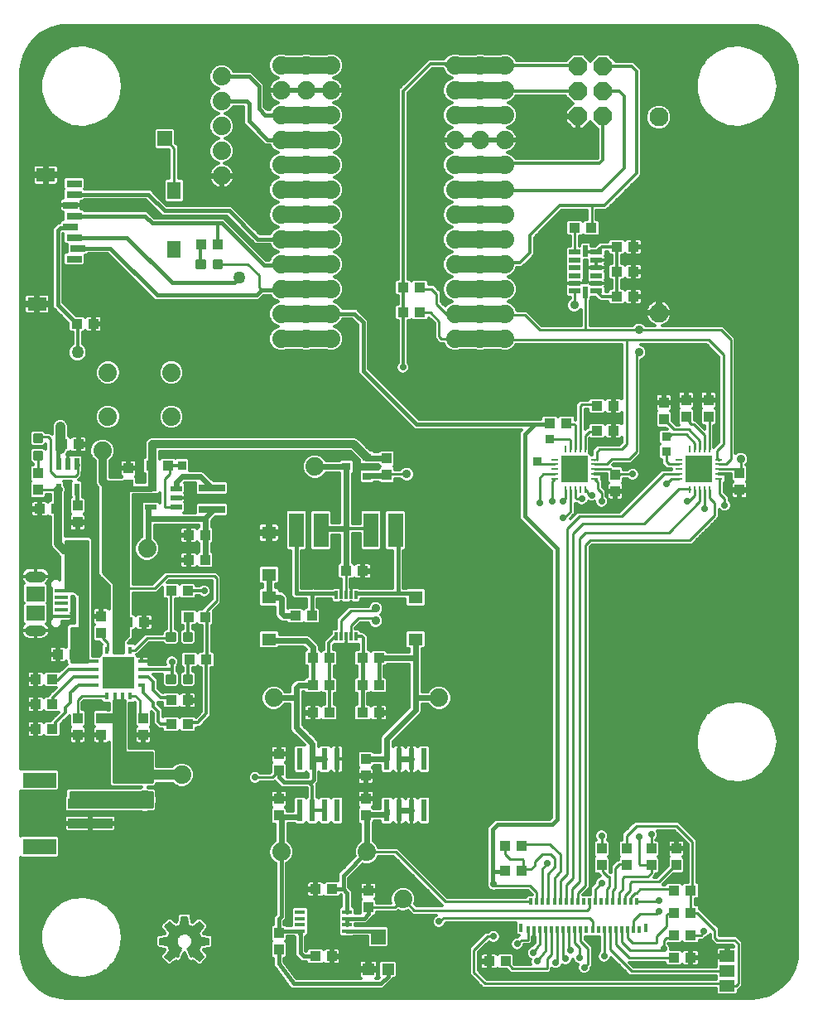
<source format=gtl>
G75*
%MOIN*%
%OFA0B0*%
%FSLAX25Y25*%
%IPPOS*%
%LPD*%
%AMOC8*
5,1,8,0,0,1.08239X$1,22.5*
%
%ADD10R,0.01201X0.03500*%
%ADD11R,0.02400X0.08700*%
%ADD12R,0.04016X0.01614*%
%ADD13R,0.05787X0.05000*%
%ADD14R,0.05906X0.13780*%
%ADD15R,0.04331X0.03937*%
%ADD16R,0.03937X0.04331*%
%ADD17R,0.05906X0.06299*%
%ADD18R,0.04724X0.04724*%
%ADD19R,0.01181X0.02559*%
%ADD20R,0.01181X0.03150*%
%ADD21R,0.01575X0.03524*%
%ADD22R,0.01575X0.03150*%
%ADD23R,0.03150X0.01378*%
%ADD24R,0.03150X0.01575*%
%ADD25R,0.12559X0.12559*%
%ADD26C,0.01181*%
%ADD27R,0.04724X0.02165*%
%ADD28C,0.07400*%
%ADD29R,0.05315X0.01575*%
%ADD30R,0.07480X0.05906*%
%ADD31C,0.04369*%
%ADD32R,0.03543X0.03150*%
%ADD33R,0.18110X0.03937*%
%ADD34R,0.13386X0.06299*%
%ADD35R,0.10630X0.03150*%
%ADD36R,0.03150X0.00984*%
%ADD37R,0.10630X0.10630*%
%ADD38R,0.00984X0.03150*%
%ADD39R,0.06300X0.04600*%
%ADD40R,0.07480X0.05512*%
%ADD41R,0.05512X0.07087*%
%ADD42R,0.05906X0.02756*%
%ADD43R,0.04724X0.01969*%
%ADD44R,0.01969X0.04724*%
%ADD45OC8,0.07400*%
%ADD46R,0.03500X0.03500*%
%ADD47R,0.02165X0.04724*%
%ADD48C,0.00591*%
%ADD49C,0.07677*%
%ADD50R,0.06000X0.06000*%
%ADD51C,0.02400*%
%ADD52C,0.01000*%
%ADD53C,0.01200*%
%ADD54C,0.01600*%
%ADD55C,0.03569*%
%ADD56C,0.02781*%
%ADD57C,0.06600*%
%ADD58C,0.04000*%
%ADD59C,0.03200*%
%ADD60C,0.05000*%
D10*
X0149563Y0163195D03*
X0151531Y0163195D03*
X0153500Y0163195D03*
X0155469Y0163195D03*
X0157437Y0163195D03*
X0157437Y0179805D03*
X0155469Y0179805D03*
X0153500Y0179805D03*
X0151531Y0179805D03*
X0149563Y0179805D03*
D11*
X0150000Y0113800D03*
X0145000Y0113800D03*
X0140000Y0113800D03*
X0135000Y0113800D03*
X0135000Y0093200D03*
X0140000Y0093200D03*
X0145000Y0093200D03*
X0150000Y0093200D03*
X0170000Y0093200D03*
X0175000Y0093200D03*
X0180000Y0093200D03*
X0185000Y0093200D03*
X0185000Y0113800D03*
X0180000Y0113800D03*
X0175000Y0113800D03*
X0170000Y0113800D03*
D12*
X0153949Y0052339D03*
X0153949Y0049780D03*
X0153949Y0047220D03*
X0153949Y0044661D03*
X0135051Y0044661D03*
X0135051Y0047220D03*
X0135051Y0049780D03*
X0135051Y0052339D03*
D13*
X0122500Y0162035D03*
X0122500Y0178965D03*
X0122500Y0188035D03*
X0122500Y0204965D03*
X0181500Y0178965D03*
X0181500Y0162035D03*
D14*
X0173421Y0206000D03*
X0163579Y0206000D03*
X0143421Y0206000D03*
X0133579Y0206000D03*
D15*
X0153654Y0189500D03*
X0160346Y0189500D03*
X0139846Y0171500D03*
X0133154Y0171500D03*
X0140154Y0154500D03*
X0146846Y0154500D03*
X0146846Y0143500D03*
X0140154Y0143500D03*
X0140154Y0132500D03*
X0146846Y0132500D03*
X0160154Y0132500D03*
X0166846Y0132500D03*
X0166846Y0143500D03*
X0160154Y0143500D03*
X0160154Y0154500D03*
X0166846Y0154500D03*
X0097346Y0154000D03*
X0090654Y0154000D03*
X0089846Y0137500D03*
X0083154Y0137500D03*
X0083154Y0128000D03*
X0089846Y0128000D03*
X0090154Y0171000D03*
X0096846Y0171000D03*
X0089846Y0181500D03*
X0083154Y0181500D03*
X0072346Y0169000D03*
X0065654Y0169000D03*
X0044346Y0156000D03*
X0037654Y0156000D03*
X0035346Y0146000D03*
X0028654Y0146000D03*
X0028654Y0136000D03*
X0035346Y0136000D03*
X0035346Y0126000D03*
X0028654Y0126000D03*
X0090154Y0194000D03*
X0096846Y0194000D03*
X0096846Y0204000D03*
X0090154Y0204000D03*
X0081846Y0232000D03*
X0075154Y0232000D03*
X0045846Y0240500D03*
X0039154Y0240500D03*
X0036846Y0214500D03*
X0030154Y0214500D03*
X0045154Y0289000D03*
X0051846Y0289000D03*
X0095154Y0321000D03*
X0101846Y0321000D03*
X0176654Y0303500D03*
X0183346Y0303500D03*
X0183346Y0293500D03*
X0176654Y0293500D03*
X0235654Y0249000D03*
X0242346Y0249000D03*
X0254654Y0246000D03*
X0261346Y0246000D03*
X0261346Y0256000D03*
X0254654Y0256000D03*
X0262654Y0300000D03*
X0269346Y0300000D03*
X0269346Y0310000D03*
X0262654Y0310000D03*
X0262654Y0320000D03*
X0269346Y0320000D03*
X0252346Y0327500D03*
X0245654Y0327500D03*
X0224346Y0079000D03*
X0217654Y0079000D03*
X0217654Y0069000D03*
X0224346Y0069000D03*
X0217846Y0032500D03*
X0211154Y0032500D03*
X0147846Y0034500D03*
X0141154Y0034500D03*
X0141254Y0061500D03*
X0147946Y0061500D03*
X0285654Y0061000D03*
X0292346Y0061000D03*
X0292346Y0052000D03*
X0285654Y0052000D03*
X0285654Y0043000D03*
X0292346Y0043000D03*
X0292346Y0034000D03*
X0285654Y0034000D03*
D16*
X0286500Y0071154D03*
X0286500Y0077846D03*
X0276500Y0077846D03*
X0276500Y0071154D03*
X0266500Y0071154D03*
X0266500Y0077846D03*
X0256500Y0077846D03*
X0256500Y0071154D03*
X0162500Y0060846D03*
X0162500Y0054154D03*
X0161500Y0091154D03*
X0161500Y0097846D03*
X0161500Y0107154D03*
X0161500Y0113846D03*
X0126500Y0115846D03*
X0126500Y0109154D03*
X0126500Y0097846D03*
X0126500Y0091154D03*
X0126500Y0043846D03*
X0126500Y0037154D03*
X0072000Y0123654D03*
X0072000Y0130346D03*
X0055000Y0130346D03*
X0055000Y0123654D03*
X0045500Y0123654D03*
X0045500Y0130346D03*
X0055000Y0164654D03*
X0055000Y0171346D03*
X0045500Y0209154D03*
X0045500Y0215846D03*
X0029500Y0222154D03*
X0029500Y0228846D03*
X0066000Y0230846D03*
X0066000Y0224154D03*
X0170000Y0228154D03*
X0170000Y0234846D03*
X0262000Y0228346D03*
X0262000Y0221654D03*
X0281500Y0250654D03*
X0281500Y0257346D03*
X0290500Y0258346D03*
X0290500Y0251654D03*
X0299500Y0251654D03*
X0299500Y0258346D03*
X0312000Y0228846D03*
X0312000Y0222154D03*
D17*
X0166500Y0042406D03*
D18*
X0162563Y0029315D03*
X0170437Y0029315D03*
D19*
X0227996Y0056504D03*
X0230358Y0056504D03*
X0232720Y0056504D03*
X0235083Y0056504D03*
X0237445Y0056504D03*
X0239807Y0056504D03*
X0242169Y0056504D03*
X0244531Y0056504D03*
X0246894Y0056504D03*
X0249256Y0056504D03*
X0251618Y0056504D03*
X0253980Y0056504D03*
X0256343Y0056504D03*
X0258705Y0056504D03*
X0261067Y0056504D03*
X0263429Y0056504D03*
X0265791Y0056504D03*
X0268154Y0056504D03*
X0270516Y0056504D03*
D20*
X0271657Y0045185D03*
X0269295Y0045185D03*
X0266933Y0045185D03*
X0264571Y0045185D03*
X0262209Y0045185D03*
X0259846Y0045185D03*
X0257484Y0045185D03*
X0255122Y0045185D03*
X0252760Y0045185D03*
X0250398Y0045185D03*
X0248035Y0045185D03*
X0245673Y0045185D03*
X0243311Y0045185D03*
X0240949Y0045185D03*
X0238587Y0045185D03*
X0236224Y0045185D03*
X0233862Y0045185D03*
X0231500Y0045185D03*
X0229138Y0045185D03*
X0226776Y0045185D03*
D21*
X0224020Y0045972D03*
X0274413Y0045972D03*
D22*
X0066724Y0139248D03*
X0063575Y0139248D03*
X0060425Y0139248D03*
X0057276Y0139248D03*
X0057276Y0157752D03*
X0060425Y0157752D03*
X0063575Y0157752D03*
X0066724Y0157752D03*
D23*
X0071252Y0143776D03*
D24*
X0071252Y0146925D03*
X0071252Y0150075D03*
X0071252Y0153224D03*
X0052748Y0153224D03*
X0052748Y0150075D03*
X0052748Y0146925D03*
X0052748Y0143776D03*
D25*
X0062000Y0148500D03*
D26*
X0084425Y0147378D02*
X0084425Y0144622D01*
X0081669Y0144622D01*
X0081669Y0147378D01*
X0084425Y0147378D01*
X0084425Y0145802D02*
X0081669Y0145802D01*
X0081669Y0146982D02*
X0084425Y0146982D01*
X0091331Y0147378D02*
X0091331Y0144622D01*
X0088575Y0144622D01*
X0088575Y0147378D01*
X0091331Y0147378D01*
X0091331Y0145802D02*
X0088575Y0145802D01*
X0088575Y0146982D02*
X0091331Y0146982D01*
X0091331Y0161622D02*
X0091331Y0164378D01*
X0091331Y0161622D02*
X0088575Y0161622D01*
X0088575Y0164378D01*
X0091331Y0164378D01*
X0091331Y0162802D02*
X0088575Y0162802D01*
X0088575Y0163982D02*
X0091331Y0163982D01*
X0084425Y0164378D02*
X0084425Y0161622D01*
X0081669Y0161622D01*
X0081669Y0164378D01*
X0084425Y0164378D01*
X0084425Y0162802D02*
X0081669Y0162802D01*
X0081669Y0163982D02*
X0084425Y0163982D01*
X0030878Y0234669D02*
X0028122Y0234669D01*
X0028122Y0237425D01*
X0030878Y0237425D01*
X0030878Y0234669D01*
X0030878Y0235849D02*
X0028122Y0235849D01*
X0028122Y0237029D02*
X0030878Y0237029D01*
X0030878Y0241575D02*
X0028122Y0241575D01*
X0028122Y0244331D01*
X0030878Y0244331D01*
X0030878Y0241575D01*
X0030878Y0242755D02*
X0028122Y0242755D01*
X0028122Y0243935D02*
X0030878Y0243935D01*
X0093669Y0311622D02*
X0093669Y0314378D01*
X0096425Y0314378D01*
X0096425Y0311622D01*
X0093669Y0311622D01*
X0093669Y0312802D02*
X0096425Y0312802D01*
X0096425Y0313982D02*
X0093669Y0313982D01*
X0100575Y0314378D02*
X0100575Y0311622D01*
X0100575Y0314378D02*
X0103331Y0314378D01*
X0103331Y0311622D01*
X0100575Y0311622D01*
X0100575Y0312802D02*
X0103331Y0312802D01*
X0103331Y0313982D02*
X0100575Y0313982D01*
D27*
X0085119Y0222740D03*
X0085119Y0219000D03*
X0085119Y0215260D03*
X0074881Y0215260D03*
X0074881Y0222740D03*
D28*
X0055500Y0238000D03*
X0057700Y0251600D03*
X0057700Y0269400D03*
X0083300Y0269400D03*
X0083300Y0251600D03*
X0127500Y0283000D03*
X0127500Y0293000D03*
X0127500Y0303000D03*
X0137500Y0303000D03*
X0137500Y0293000D03*
X0137500Y0283000D03*
X0147500Y0283000D03*
X0147500Y0293000D03*
X0147500Y0303000D03*
X0147500Y0313000D03*
X0147500Y0323000D03*
X0147500Y0333000D03*
X0137500Y0333000D03*
X0137500Y0323000D03*
X0137500Y0313000D03*
X0127500Y0313000D03*
X0127500Y0323000D03*
X0127500Y0333000D03*
X0127500Y0343000D03*
X0127500Y0353000D03*
X0127500Y0363000D03*
X0137500Y0363000D03*
X0137500Y0353000D03*
X0137500Y0343000D03*
X0147500Y0343000D03*
X0147500Y0353000D03*
X0147500Y0363000D03*
X0147500Y0373000D03*
X0147500Y0383000D03*
X0147500Y0393000D03*
X0137500Y0393000D03*
X0137500Y0383000D03*
X0137500Y0373000D03*
X0127500Y0373000D03*
X0127500Y0383000D03*
X0127500Y0393000D03*
X0103500Y0388500D03*
X0103500Y0378500D03*
X0103500Y0368500D03*
X0103500Y0358500D03*
X0103500Y0348500D03*
X0197500Y0353000D03*
X0197500Y0343000D03*
X0207500Y0343000D03*
X0207500Y0353000D03*
X0207500Y0363000D03*
X0197500Y0363000D03*
X0197500Y0373000D03*
X0197500Y0383000D03*
X0197500Y0393000D03*
X0207500Y0393000D03*
X0207500Y0383000D03*
X0207500Y0373000D03*
X0217500Y0373000D03*
X0217500Y0383000D03*
X0217500Y0393000D03*
X0217500Y0363000D03*
X0217500Y0353000D03*
X0217500Y0343000D03*
X0217500Y0333000D03*
X0217500Y0323000D03*
X0217500Y0313000D03*
X0207500Y0313000D03*
X0207500Y0323000D03*
X0207500Y0333000D03*
X0197500Y0333000D03*
X0197500Y0323000D03*
X0197500Y0313000D03*
X0197500Y0303000D03*
X0197500Y0293000D03*
X0197500Y0283000D03*
X0207500Y0283000D03*
X0207500Y0293000D03*
X0207500Y0303000D03*
X0217500Y0303000D03*
X0217500Y0293000D03*
X0217500Y0283000D03*
X0141000Y0231500D03*
X0073500Y0198500D03*
X0045000Y0198000D03*
X0124500Y0138500D03*
X0087500Y0107500D03*
X0072500Y0107500D03*
X0072500Y0097500D03*
X0127500Y0076500D03*
X0162000Y0076500D03*
X0176500Y0057500D03*
X0191000Y0138500D03*
D29*
X0039031Y0171382D03*
X0039031Y0173941D03*
X0039031Y0176500D03*
X0039031Y0179059D03*
X0039031Y0181618D03*
D30*
X0028500Y0180437D03*
X0028539Y0172563D03*
D31*
X0030684Y0165575D02*
X0026316Y0165575D01*
X0026316Y0187425D02*
X0030684Y0187425D01*
D32*
X0153669Y0231500D03*
X0161937Y0227760D03*
X0161937Y0235240D03*
D33*
X0050567Y0095937D03*
X0050567Y0088063D03*
D34*
X0030094Y0078614D03*
X0030094Y0105386D03*
D35*
X0099500Y0214169D03*
X0099500Y0222831D03*
D36*
X0237429Y0226563D03*
X0237429Y0228531D03*
X0237429Y0230500D03*
X0237429Y0232469D03*
X0237429Y0234437D03*
X0253571Y0234437D03*
X0253571Y0232469D03*
X0253571Y0230500D03*
X0253571Y0228531D03*
X0253571Y0226563D03*
X0287429Y0226563D03*
X0287429Y0228531D03*
X0287429Y0230500D03*
X0287429Y0232469D03*
X0287429Y0234437D03*
X0303571Y0234437D03*
X0303571Y0232469D03*
X0303571Y0230500D03*
X0303571Y0228531D03*
X0303571Y0226563D03*
D37*
X0295500Y0230500D03*
X0245500Y0230500D03*
D38*
X0245894Y0222429D03*
X0247862Y0222429D03*
X0249831Y0222429D03*
X0243925Y0222429D03*
X0241957Y0222429D03*
X0241957Y0238571D03*
X0243925Y0238571D03*
X0245894Y0238571D03*
X0247862Y0238571D03*
X0249831Y0238571D03*
X0291957Y0238571D03*
X0293925Y0238571D03*
X0295894Y0238571D03*
X0297862Y0238571D03*
X0299831Y0238571D03*
X0299831Y0222429D03*
X0297862Y0222429D03*
X0295894Y0222429D03*
X0293925Y0222429D03*
X0291957Y0222429D03*
D39*
X0307000Y0034500D03*
X0307000Y0028500D03*
X0307000Y0022500D03*
D40*
X0029150Y0296957D03*
X0032693Y0348925D03*
D41*
X0084268Y0342626D03*
X0084268Y0319004D03*
D42*
X0045685Y0319398D03*
X0044110Y0323728D03*
X0042535Y0328059D03*
X0044110Y0332390D03*
X0042535Y0336720D03*
X0044110Y0341051D03*
X0044110Y0345382D03*
X0044110Y0315067D03*
D43*
X0245669Y0314724D03*
X0245669Y0311575D03*
X0245669Y0308425D03*
X0245669Y0305276D03*
X0245669Y0302126D03*
X0254331Y0302126D03*
X0254331Y0305276D03*
X0254331Y0308425D03*
X0254331Y0311575D03*
X0254331Y0314724D03*
X0254331Y0317874D03*
X0245669Y0317874D03*
D44*
X0250000Y0318268D03*
X0250000Y0301732D03*
D45*
X0247000Y0372500D03*
X0247000Y0382500D03*
X0247000Y0392500D03*
X0257000Y0392500D03*
X0257000Y0382500D03*
X0257000Y0372500D03*
D46*
X0282500Y0243500D03*
X0282500Y0237500D03*
X0235500Y0242500D03*
X0230500Y0233500D03*
X0087500Y0232000D03*
D47*
X0045240Y0232619D03*
X0041500Y0232619D03*
X0037760Y0232619D03*
X0037760Y0222381D03*
X0045240Y0222381D03*
D48*
X0087300Y0050269D02*
X0086978Y0047093D01*
X0085911Y0046752D01*
X0084914Y0046239D01*
X0082440Y0048256D01*
X0080744Y0046560D01*
X0082761Y0044086D01*
X0082248Y0043089D01*
X0081907Y0042022D01*
X0078731Y0041700D01*
X0078731Y0039300D01*
X0081907Y0038978D01*
X0082248Y0037911D01*
X0082761Y0036914D01*
X0080744Y0034440D01*
X0082440Y0032744D01*
X0084914Y0034761D01*
X0081006Y0034761D01*
X0081012Y0034172D02*
X0084191Y0034172D01*
X0083469Y0033583D02*
X0081601Y0033583D01*
X0082191Y0032994D02*
X0082746Y0032994D01*
X0081486Y0035350D02*
X0086367Y0035350D01*
X0086611Y0035939D02*
X0081966Y0035939D01*
X0082447Y0036528D02*
X0086855Y0036528D01*
X0087099Y0037117D02*
X0082657Y0037117D01*
X0082354Y0037706D02*
X0087233Y0037706D01*
X0087323Y0037658D02*
X0086791Y0037942D01*
X0086325Y0038325D01*
X0085942Y0038791D01*
X0085658Y0039323D01*
X0085483Y0039900D01*
X0085424Y0040500D01*
X0085489Y0041128D01*
X0085681Y0041730D01*
X0085991Y0042280D01*
X0086408Y0042755D01*
X0086912Y0043135D01*
X0087484Y0043403D01*
X0088098Y0043550D01*
X0088730Y0043567D01*
X0089351Y0043456D01*
X0089937Y0043220D01*
X0090462Y0042869D01*
X0090905Y0042418D01*
X0091246Y0041886D01*
X0091471Y0041296D01*
X0091571Y0040673D01*
X0091542Y0040042D01*
X0091384Y0039430D01*
X0091104Y0038864D01*
X0090715Y0038366D01*
X0090233Y0037959D01*
X0089677Y0037658D01*
X0091090Y0034248D01*
X0092086Y0034761D01*
X0095994Y0034761D01*
X0096256Y0034440D02*
X0094239Y0036914D01*
X0094752Y0037911D01*
X0095093Y0038978D01*
X0098269Y0039300D01*
X0098269Y0041700D01*
X0095093Y0042022D01*
X0094752Y0043089D01*
X0094239Y0044086D01*
X0096256Y0046560D01*
X0094560Y0048256D01*
X0092086Y0046239D01*
X0091089Y0046752D01*
X0090022Y0047093D01*
X0089700Y0050269D01*
X0087300Y0050269D01*
X0087281Y0050077D02*
X0089719Y0050077D01*
X0089779Y0049487D02*
X0087221Y0049487D01*
X0087161Y0048898D02*
X0089839Y0048898D01*
X0089899Y0048309D02*
X0087101Y0048309D01*
X0087042Y0047720D02*
X0089958Y0047720D01*
X0090018Y0047131D02*
X0086982Y0047131D01*
X0085504Y0046542D02*
X0091496Y0046542D01*
X0092458Y0046542D02*
X0096241Y0046542D01*
X0095761Y0045953D02*
X0081239Y0045953D01*
X0081719Y0045364D02*
X0095281Y0045364D01*
X0094801Y0044775D02*
X0082199Y0044775D01*
X0082680Y0044186D02*
X0094320Y0044186D01*
X0094490Y0043597D02*
X0082510Y0043597D01*
X0082222Y0043008D02*
X0086744Y0043008D01*
X0086113Y0042419D02*
X0082034Y0042419D01*
X0080012Y0041830D02*
X0085737Y0041830D01*
X0085525Y0041241D02*
X0078731Y0041241D01*
X0078731Y0040652D02*
X0085440Y0040652D01*
X0085467Y0040063D02*
X0078731Y0040063D01*
X0078731Y0039473D02*
X0085612Y0039473D01*
X0085893Y0038884D02*
X0081937Y0038884D01*
X0082125Y0038295D02*
X0086361Y0038295D01*
X0087323Y0037658D02*
X0085910Y0034248D01*
X0084914Y0034761D01*
X0084915Y0034761D02*
X0086123Y0034761D01*
X0090145Y0036528D02*
X0094553Y0036528D01*
X0094343Y0037117D02*
X0089901Y0037117D01*
X0089766Y0037706D02*
X0094646Y0037706D01*
X0094875Y0038295D02*
X0090631Y0038295D01*
X0091115Y0038884D02*
X0095063Y0038884D01*
X0095034Y0035939D02*
X0090389Y0035939D01*
X0090633Y0035350D02*
X0095514Y0035350D01*
X0096256Y0034440D02*
X0094560Y0032744D01*
X0092086Y0034761D01*
X0092085Y0034761D02*
X0090877Y0034761D01*
X0092809Y0034172D02*
X0095988Y0034172D01*
X0095399Y0033583D02*
X0093531Y0033583D01*
X0094254Y0032994D02*
X0094809Y0032994D01*
X0091395Y0039473D02*
X0098269Y0039473D01*
X0098269Y0040063D02*
X0091543Y0040063D01*
X0091570Y0040652D02*
X0098269Y0040652D01*
X0098269Y0041241D02*
X0091480Y0041241D01*
X0091267Y0041830D02*
X0096988Y0041830D01*
X0094966Y0042419D02*
X0090904Y0042419D01*
X0090254Y0043008D02*
X0094778Y0043008D01*
X0095684Y0047131D02*
X0093181Y0047131D01*
X0093903Y0047720D02*
X0095095Y0047720D01*
X0084542Y0046542D02*
X0080758Y0046542D01*
X0081316Y0047131D02*
X0083819Y0047131D01*
X0083097Y0047720D02*
X0081905Y0047720D01*
D49*
X0279500Y0293413D03*
X0279500Y0372154D03*
D50*
X0080500Y0363500D03*
D51*
X0161937Y0235240D02*
X0162331Y0234846D01*
X0170000Y0234846D01*
X0170000Y0228154D02*
X0169654Y0228154D01*
X0169500Y0228000D01*
X0162177Y0228000D01*
X0161937Y0227760D01*
X0153669Y0231500D02*
X0153654Y0231484D01*
X0153654Y0206500D01*
X0146421Y0206500D01*
X0143421Y0206000D01*
X0153654Y0206500D02*
X0153654Y0189500D01*
X0133154Y0171500D02*
X0128500Y0171500D01*
X0127500Y0172500D01*
X0127500Y0178500D01*
X0127035Y0178965D01*
X0122500Y0178965D01*
X0122500Y0188035D01*
X0096846Y0194000D02*
X0096846Y0204000D01*
X0096846Y0210154D01*
X0096500Y0210500D01*
X0074000Y0210500D01*
X0074000Y0199000D01*
X0073500Y0198500D01*
X0074000Y0210500D02*
X0074000Y0214378D01*
X0074881Y0222740D02*
X0066654Y0222740D01*
X0065654Y0222740D01*
X0085209Y0222831D02*
X0085209Y0225209D01*
X0087500Y0227500D01*
X0094831Y0227500D01*
X0099500Y0222831D01*
X0099500Y0214169D02*
X0099500Y0213500D01*
X0096500Y0210500D01*
X0141000Y0231500D02*
X0153500Y0231500D01*
X0153500Y0215500D01*
X0137500Y0161500D02*
X0123035Y0161500D01*
X0122500Y0162035D01*
X0137500Y0161500D02*
X0140154Y0158846D01*
X0140154Y0154500D01*
X0140154Y0143500D02*
X0134500Y0143500D01*
X0133500Y0142500D01*
X0133500Y0138500D01*
X0124500Y0138500D01*
X0133500Y0138500D02*
X0133500Y0126500D01*
X0140000Y0120000D01*
X0140000Y0113800D01*
X0145000Y0113800D01*
X0161500Y0113846D02*
X0169954Y0113846D01*
X0170000Y0113800D01*
X0170000Y0122000D01*
X0181500Y0133500D01*
X0181500Y0138500D01*
X0191000Y0138500D01*
X0181500Y0138500D02*
X0181500Y0154500D01*
X0166846Y0154500D01*
X0181500Y0154500D02*
X0181500Y0162035D01*
X0180000Y0113800D02*
X0175000Y0113800D01*
X0175000Y0093200D02*
X0180000Y0093200D01*
X0170000Y0093200D02*
X0170000Y0092000D01*
X0169500Y0091500D01*
X0161846Y0091500D01*
X0161500Y0091154D01*
X0162000Y0091154D01*
X0162000Y0076500D01*
X0134500Y0090500D02*
X0126500Y0090500D01*
X0126500Y0091154D01*
X0127500Y0091154D01*
X0127500Y0076500D01*
D52*
X0123846Y0106500D02*
X0117000Y0106500D01*
X0123846Y0106500D02*
X0126500Y0109154D01*
X0162000Y0076500D02*
X0173500Y0076500D01*
X0193496Y0056504D01*
X0227996Y0056504D01*
X0230358Y0056504D02*
X0230358Y0060142D01*
X0227500Y0063000D01*
X0213500Y0063000D01*
X0213000Y0063500D01*
X0217154Y0068500D02*
X0217654Y0069000D01*
X0219500Y0073500D02*
X0217500Y0075500D01*
X0217500Y0078846D01*
X0219500Y0073500D02*
X0224500Y0073500D01*
X0224846Y0073154D01*
X0224846Y0069500D01*
X0224346Y0069000D01*
X0224846Y0069500D02*
X0228000Y0069500D01*
X0229500Y0071000D01*
X0229500Y0072500D01*
X0232500Y0075500D01*
X0236000Y0075500D01*
X0237500Y0074000D01*
X0237500Y0070500D01*
X0235000Y0067500D01*
X0235000Y0057500D01*
X0235083Y0057417D01*
X0235083Y0056504D01*
X0237445Y0056504D02*
X0237445Y0065945D01*
X0240000Y0069000D01*
X0240000Y0075500D01*
X0236500Y0078500D01*
X0235500Y0079500D01*
X0224846Y0079500D01*
X0224346Y0079000D01*
X0234500Y0072000D02*
X0232720Y0069720D01*
X0232720Y0056504D01*
X0239807Y0056504D02*
X0239807Y0064807D01*
X0242500Y0067500D01*
X0242500Y0206500D01*
X0243500Y0207500D01*
X0245000Y0209000D01*
X0247500Y0211500D01*
X0264500Y0211500D01*
X0281531Y0228531D01*
X0287429Y0228531D01*
X0287429Y0226563D02*
X0284563Y0226563D01*
X0282500Y0224500D01*
X0287500Y0222500D02*
X0291886Y0222500D01*
X0291957Y0222429D01*
X0293925Y0222429D02*
X0294000Y0222354D01*
X0294000Y0220000D01*
X0291500Y0217500D01*
X0291000Y0217500D01*
X0296000Y0217500D02*
X0296000Y0222323D01*
X0295894Y0222429D01*
X0296000Y0222429D01*
X0297862Y0222429D02*
X0298000Y0222291D01*
X0298000Y0214500D01*
X0296000Y0217500D02*
X0283500Y0205000D01*
X0250000Y0205000D01*
X0247500Y0202500D01*
X0247500Y0064500D01*
X0244531Y0061531D01*
X0244531Y0056504D01*
X0242169Y0056504D02*
X0242169Y0063169D01*
X0245000Y0066000D01*
X0245000Y0204500D01*
X0249000Y0208500D01*
X0273500Y0208500D01*
X0287500Y0222500D01*
X0287429Y0232469D02*
X0284531Y0232469D01*
X0284500Y0232500D01*
X0283500Y0232500D01*
X0282500Y0233500D01*
X0282500Y0237500D01*
X0283500Y0243500D02*
X0284500Y0244500D01*
X0290500Y0244500D01*
X0293925Y0241075D01*
X0293925Y0238571D01*
X0295894Y0238571D02*
X0295894Y0242106D01*
X0291500Y0246500D01*
X0285654Y0246500D01*
X0281500Y0250654D01*
X0290500Y0251654D02*
X0291500Y0250654D01*
X0291500Y0249500D01*
X0292500Y0248500D01*
X0293500Y0248500D01*
X0297862Y0244138D01*
X0297862Y0238571D01*
X0299831Y0238571D02*
X0299831Y0251323D01*
X0299500Y0251654D01*
X0305500Y0240500D02*
X0305500Y0276500D01*
X0299500Y0282500D01*
X0266500Y0282500D01*
X0218000Y0282500D01*
X0217500Y0283000D01*
X0218000Y0292500D02*
X0225500Y0292500D01*
X0231500Y0286500D01*
X0250500Y0286500D01*
X0271500Y0286500D01*
X0304500Y0286500D01*
X0308500Y0282500D01*
X0308500Y0234500D01*
X0306469Y0232469D01*
X0303571Y0232469D01*
X0303571Y0234437D02*
X0303000Y0235008D01*
X0303000Y0238000D01*
X0305500Y0240500D01*
X0303937Y0234437D02*
X0303571Y0234437D01*
X0303571Y0230500D02*
X0310346Y0230500D01*
X0312000Y0228846D01*
X0312500Y0229346D01*
X0312500Y0234500D01*
X0304000Y0226563D02*
X0303571Y0226563D01*
X0304000Y0226134D01*
X0304000Y0220500D01*
X0306000Y0218500D01*
X0306000Y0216000D01*
X0302000Y0217000D02*
X0302000Y0212000D01*
X0292000Y0202000D01*
X0252000Y0202000D01*
X0250000Y0200000D01*
X0250000Y0063000D01*
X0246894Y0059894D01*
X0246894Y0056504D01*
X0251618Y0056504D02*
X0251618Y0054118D01*
X0250500Y0053000D01*
X0181000Y0053000D01*
X0176500Y0057500D01*
X0173154Y0054154D01*
X0162500Y0054154D01*
X0191000Y0048500D02*
X0193000Y0050000D01*
X0251500Y0050000D01*
X0252760Y0048740D01*
X0252760Y0045185D01*
X0257484Y0045185D02*
X0257500Y0045169D01*
X0257500Y0034500D01*
X0259846Y0037154D02*
X0268500Y0028500D01*
X0307000Y0028500D01*
X0307000Y0023500D02*
X0307000Y0022500D01*
X0310500Y0022500D01*
X0311500Y0023500D01*
X0311500Y0039500D01*
X0310000Y0041000D01*
X0303000Y0041000D01*
X0302000Y0042000D01*
X0302000Y0045000D01*
X0295000Y0052000D01*
X0292346Y0052000D01*
X0292346Y0061000D01*
X0293000Y0061654D01*
X0293000Y0080500D01*
X0286500Y0087000D01*
X0270500Y0087000D01*
X0266500Y0083000D01*
X0266500Y0077846D01*
X0266154Y0071500D02*
X0266500Y0071154D01*
X0266154Y0071500D02*
X0263500Y0071500D01*
X0262000Y0070000D01*
X0262000Y0062000D01*
X0261067Y0061067D01*
X0261067Y0056504D01*
X0263429Y0056504D02*
X0263429Y0059929D01*
X0265000Y0061500D01*
X0265000Y0066000D01*
X0265500Y0066500D01*
X0275000Y0066500D01*
X0276500Y0068000D01*
X0276500Y0071154D01*
X0271846Y0071154D01*
X0271500Y0071500D01*
X0271500Y0082500D01*
X0276500Y0083500D02*
X0276500Y0077846D01*
X0286154Y0071154D02*
X0279500Y0064500D01*
X0268500Y0064500D01*
X0268000Y0064000D01*
X0268000Y0061000D01*
X0265791Y0058791D01*
X0265791Y0056504D01*
X0268154Y0056504D02*
X0268154Y0058154D01*
X0270000Y0060000D01*
X0270500Y0060000D01*
X0272000Y0061500D01*
X0285154Y0061500D01*
X0285654Y0061000D01*
X0279500Y0057000D02*
X0279004Y0056504D01*
X0270516Y0056504D01*
X0272000Y0051500D02*
X0269295Y0048795D01*
X0269295Y0045185D01*
X0266933Y0045185D02*
X0266933Y0042067D01*
X0269000Y0040000D01*
X0278500Y0040000D01*
X0278500Y0042500D01*
X0282500Y0046500D01*
X0282500Y0051000D01*
X0283000Y0051500D01*
X0285154Y0051500D01*
X0285654Y0052000D01*
X0279500Y0052500D02*
X0278500Y0051500D01*
X0272000Y0051500D01*
X0264571Y0045185D02*
X0264571Y0040429D01*
X0268000Y0037000D01*
X0281000Y0037000D01*
X0281500Y0037500D01*
X0281500Y0041000D01*
X0282500Y0042000D01*
X0284654Y0042000D01*
X0285654Y0043000D01*
X0292346Y0043000D02*
X0296500Y0043000D01*
X0297500Y0044500D01*
X0285654Y0034000D02*
X0267500Y0034000D01*
X0262209Y0039291D01*
X0262209Y0045185D01*
X0259846Y0045185D02*
X0259846Y0037154D01*
X0251000Y0037500D02*
X0251000Y0031500D01*
X0249500Y0030000D01*
X0247500Y0034000D02*
X0247500Y0038000D01*
X0245673Y0039827D01*
X0245673Y0045185D01*
X0243311Y0045185D02*
X0243311Y0037689D01*
X0244000Y0037000D01*
X0240949Y0034551D02*
X0242000Y0033500D01*
X0240949Y0034551D02*
X0240949Y0045185D01*
X0238587Y0045185D02*
X0238587Y0032587D01*
X0238000Y0032000D01*
X0236224Y0035224D02*
X0234500Y0033500D01*
X0234500Y0029500D01*
X0220500Y0029500D01*
X0217846Y0032500D01*
X0222500Y0039500D02*
X0224100Y0041100D01*
X0226800Y0041100D01*
X0226800Y0045185D01*
X0226776Y0045185D01*
X0231500Y0045185D02*
X0231500Y0039500D01*
X0229000Y0036000D01*
X0230500Y0032500D02*
X0233862Y0036862D01*
X0233862Y0045185D01*
X0236224Y0045185D02*
X0236224Y0035224D01*
X0248035Y0040465D02*
X0251000Y0037500D01*
X0248035Y0040465D02*
X0248035Y0045185D01*
X0253980Y0056504D02*
X0253980Y0061480D01*
X0256500Y0064000D01*
X0258705Y0061705D02*
X0258705Y0056504D01*
X0258705Y0061705D02*
X0259500Y0062500D01*
X0259500Y0066500D01*
X0259000Y0066500D01*
X0257000Y0068500D01*
X0257000Y0070654D01*
X0256500Y0071154D01*
X0256500Y0077846D02*
X0256500Y0083000D01*
X0286154Y0071154D02*
X0286500Y0071154D01*
X0307000Y0023500D02*
X0209500Y0023500D01*
X0205000Y0028000D01*
X0205000Y0037000D01*
X0210500Y0042500D01*
X0213000Y0042500D01*
X0153500Y0154500D02*
X0153500Y0163195D01*
X0155469Y0163195D02*
X0155469Y0167469D01*
X0158500Y0170500D01*
X0164500Y0170500D01*
X0165500Y0169500D01*
X0164500Y0173500D02*
X0165500Y0174500D01*
X0164500Y0173500D02*
X0155500Y0173500D01*
X0151531Y0169531D01*
X0151531Y0163195D01*
X0149563Y0179805D02*
X0149063Y0180305D01*
X0149063Y0180500D01*
X0153500Y0179805D02*
X0153500Y0187346D01*
X0153654Y0189500D01*
X0156500Y0184500D02*
X0159500Y0184500D01*
X0159500Y0188654D01*
X0156500Y0184500D02*
X0155469Y0183469D01*
X0155469Y0179805D01*
X0170000Y0228154D02*
X0170346Y0228500D01*
X0178000Y0228500D01*
X0230500Y0233500D02*
X0231531Y0232469D01*
X0237429Y0232469D01*
X0237429Y0228531D02*
X0233031Y0228531D01*
X0231500Y0227000D01*
X0231500Y0217000D01*
X0236500Y0217500D02*
X0236500Y0225634D01*
X0237429Y0226563D01*
X0241957Y0222429D02*
X0241957Y0218457D01*
X0241000Y0217500D01*
X0244000Y0213500D02*
X0241500Y0211000D01*
X0241000Y0211000D01*
X0244000Y0213500D02*
X0244000Y0222429D01*
X0243925Y0222429D01*
X0242000Y0222429D02*
X0241957Y0222429D01*
X0245894Y0222429D02*
X0245894Y0219106D01*
X0246500Y0218500D01*
X0248500Y0218500D01*
X0251000Y0220500D02*
X0251000Y0221260D01*
X0249831Y0222429D01*
X0251000Y0220500D02*
X0251500Y0220000D01*
X0252500Y0220000D01*
X0255000Y0222500D02*
X0255000Y0225134D01*
X0253571Y0226563D01*
X0253571Y0230500D02*
X0259800Y0230500D01*
X0261000Y0229300D01*
X0262300Y0229300D01*
X0263200Y0228400D01*
X0263100Y0228400D01*
X0262900Y0228600D01*
X0263500Y0228600D01*
X0263600Y0228500D01*
X0269000Y0228500D01*
X0263800Y0228400D02*
X0263200Y0228400D01*
X0263600Y0228500D02*
X0262154Y0228500D01*
X0262000Y0228346D01*
X0259846Y0230500D01*
X0253571Y0230500D01*
X0253571Y0232469D02*
X0253602Y0232500D01*
X0258500Y0232500D01*
X0260500Y0234500D01*
X0267500Y0234500D01*
X0270500Y0237500D01*
X0270500Y0276500D01*
X0271500Y0277500D01*
X0266500Y0282500D02*
X0266500Y0240500D01*
X0264500Y0238500D01*
X0255500Y0238500D01*
X0254437Y0237437D01*
X0254437Y0234437D01*
X0253571Y0234437D02*
X0253563Y0234437D01*
X0249831Y0238571D02*
X0249831Y0243831D01*
X0251500Y0245500D01*
X0254154Y0245500D01*
X0254654Y0246000D01*
X0245894Y0248106D02*
X0245894Y0238571D01*
X0247862Y0238571D02*
X0247862Y0255862D01*
X0248500Y0256500D01*
X0254154Y0256500D01*
X0254654Y0256000D01*
X0245894Y0248106D02*
X0245500Y0248500D01*
X0242846Y0248500D01*
X0242346Y0249000D01*
X0243500Y0242500D02*
X0235500Y0242500D01*
X0243500Y0242500D02*
X0243925Y0242075D01*
X0243925Y0238571D01*
X0255000Y0222500D02*
X0256500Y0221000D01*
X0256500Y0217500D01*
X0297862Y0222429D02*
X0298000Y0222429D01*
X0299831Y0222429D02*
X0300000Y0222260D01*
X0300000Y0219000D01*
X0302000Y0217000D01*
X0300000Y0222429D02*
X0299831Y0222429D01*
X0250500Y0286500D02*
X0250000Y0287000D01*
X0250000Y0301732D01*
X0251724Y0305276D02*
X0250500Y0306500D01*
X0249500Y0306500D01*
X0248500Y0305500D01*
X0245894Y0305500D01*
X0245669Y0305276D01*
X0245669Y0302126D02*
X0245669Y0296669D01*
X0245500Y0296500D01*
X0251724Y0305276D02*
X0254331Y0305276D01*
X0245669Y0317874D02*
X0245669Y0327500D01*
X0245654Y0327500D01*
X0252346Y0327500D02*
X0252500Y0327500D01*
X0252500Y0336500D01*
X0197500Y0293000D02*
X0194000Y0293000D01*
X0190000Y0297000D01*
X0190000Y0301000D01*
X0188000Y0303000D01*
X0183846Y0303000D01*
X0183346Y0303500D01*
X0183346Y0293500D02*
X0187500Y0293500D01*
X0191000Y0290000D01*
X0191000Y0284000D01*
X0192000Y0283000D01*
X0197500Y0283000D01*
X0119500Y0302500D02*
X0118500Y0303500D01*
X0118500Y0308500D01*
X0114000Y0313000D01*
X0102500Y0313000D01*
X0084268Y0342626D02*
X0084268Y0359732D01*
X0080500Y0363500D01*
X0033500Y0243500D02*
X0030047Y0243500D01*
X0029500Y0242953D01*
X0033500Y0243500D02*
X0034500Y0242500D01*
X0034500Y0229500D01*
X0036500Y0227500D01*
X0044500Y0227500D01*
X0045500Y0228500D01*
X0045500Y0232619D01*
X0045240Y0232619D01*
X0037760Y0222381D02*
X0037532Y0222154D01*
X0029500Y0222154D01*
X0029500Y0228846D02*
X0029500Y0236047D01*
X0037500Y0222122D02*
X0037500Y0215154D01*
X0036846Y0214500D01*
X0040500Y0201500D02*
X0049500Y0201500D01*
X0049500Y0153000D01*
X0043000Y0153000D01*
X0043000Y0166500D01*
X0046500Y0166500D01*
X0046500Y0181500D01*
X0040500Y0181500D01*
X0040500Y0201500D01*
X0040500Y0201225D02*
X0049500Y0201225D01*
X0049500Y0200226D02*
X0040500Y0200226D01*
X0040500Y0199228D02*
X0049500Y0199228D01*
X0049500Y0198229D02*
X0040500Y0198229D01*
X0040500Y0197231D02*
X0049500Y0197231D01*
X0049500Y0196232D02*
X0040500Y0196232D01*
X0040500Y0195234D02*
X0049500Y0195234D01*
X0049500Y0194235D02*
X0040500Y0194235D01*
X0040500Y0193237D02*
X0049500Y0193237D01*
X0049500Y0192238D02*
X0040500Y0192238D01*
X0040500Y0191239D02*
X0049500Y0191239D01*
X0049500Y0190241D02*
X0040500Y0190241D01*
X0040500Y0189242D02*
X0049500Y0189242D01*
X0049500Y0188244D02*
X0040500Y0188244D01*
X0040500Y0187245D02*
X0049500Y0187245D01*
X0049500Y0186247D02*
X0040500Y0186247D01*
X0040500Y0185248D02*
X0049500Y0185248D01*
X0049500Y0184250D02*
X0040500Y0184250D01*
X0040500Y0183251D02*
X0049500Y0183251D01*
X0049500Y0182253D02*
X0040500Y0182253D01*
X0046500Y0181254D02*
X0049500Y0181254D01*
X0049500Y0180256D02*
X0046500Y0180256D01*
X0046500Y0179257D02*
X0049500Y0179257D01*
X0049500Y0178259D02*
X0046500Y0178259D01*
X0046500Y0177260D02*
X0049500Y0177260D01*
X0049500Y0176262D02*
X0046500Y0176262D01*
X0046500Y0175263D02*
X0049500Y0175263D01*
X0049500Y0174265D02*
X0046500Y0174265D01*
X0046500Y0173266D02*
X0049500Y0173266D01*
X0049500Y0172268D02*
X0046500Y0172268D01*
X0046500Y0171269D02*
X0049500Y0171269D01*
X0049500Y0170271D02*
X0046500Y0170271D01*
X0046500Y0169272D02*
X0049500Y0169272D01*
X0049500Y0168274D02*
X0046500Y0168274D01*
X0046500Y0167275D02*
X0049500Y0167275D01*
X0049500Y0166277D02*
X0043000Y0166277D01*
X0043000Y0165278D02*
X0049500Y0165278D01*
X0049500Y0164280D02*
X0043000Y0164280D01*
X0043000Y0163281D02*
X0049500Y0163281D01*
X0049500Y0162283D02*
X0043000Y0162283D01*
X0043000Y0161284D02*
X0049500Y0161284D01*
X0049500Y0160286D02*
X0043000Y0160286D01*
X0043000Y0159287D02*
X0049500Y0159287D01*
X0049500Y0158289D02*
X0043000Y0158289D01*
X0043000Y0157290D02*
X0049500Y0157290D01*
X0049500Y0156292D02*
X0043000Y0156292D01*
X0043000Y0155293D02*
X0049500Y0155293D01*
X0049500Y0154295D02*
X0043000Y0154295D01*
X0043000Y0153296D02*
X0049500Y0153296D01*
X0057276Y0157752D02*
X0057500Y0157752D01*
X0057500Y0160500D01*
X0055500Y0162500D01*
X0055500Y0164154D01*
X0055000Y0164654D01*
X0060000Y0164280D02*
X0066000Y0164280D01*
X0066000Y0163500D02*
X0064000Y0161500D01*
X0064000Y0156500D01*
X0060000Y0156500D01*
X0060000Y0184500D01*
X0055500Y0189000D01*
X0055500Y0224000D01*
X0066000Y0224000D01*
X0066000Y0163500D01*
X0065781Y0163281D02*
X0060000Y0163281D01*
X0060000Y0162283D02*
X0064783Y0162283D01*
X0064000Y0161284D02*
X0060000Y0161284D01*
X0060000Y0160286D02*
X0064000Y0160286D01*
X0064000Y0159287D02*
X0060000Y0159287D01*
X0060000Y0158289D02*
X0064000Y0158289D01*
X0064000Y0157290D02*
X0060000Y0157290D01*
X0066724Y0157752D02*
X0068752Y0157752D01*
X0073500Y0162500D01*
X0082547Y0162500D01*
X0083047Y0163000D01*
X0083047Y0181394D01*
X0083154Y0181500D01*
X0081500Y0187500D02*
X0076500Y0182500D01*
X0065654Y0182500D01*
X0066000Y0182253D02*
X0060000Y0182253D01*
X0060000Y0183251D02*
X0066000Y0183251D01*
X0066000Y0184250D02*
X0060000Y0184250D01*
X0059252Y0185248D02*
X0066000Y0185248D01*
X0066000Y0186247D02*
X0058253Y0186247D01*
X0057255Y0187245D02*
X0066000Y0187245D01*
X0066000Y0188244D02*
X0056256Y0188244D01*
X0055500Y0189242D02*
X0066000Y0189242D01*
X0066000Y0190241D02*
X0055500Y0190241D01*
X0055500Y0191239D02*
X0066000Y0191239D01*
X0066000Y0192238D02*
X0055500Y0192238D01*
X0055500Y0193237D02*
X0066000Y0193237D01*
X0066000Y0194235D02*
X0055500Y0194235D01*
X0055500Y0195234D02*
X0066000Y0195234D01*
X0066000Y0196232D02*
X0055500Y0196232D01*
X0055500Y0197231D02*
X0066000Y0197231D01*
X0066000Y0198229D02*
X0055500Y0198229D01*
X0055500Y0199228D02*
X0066000Y0199228D01*
X0066000Y0200226D02*
X0055500Y0200226D01*
X0055500Y0201225D02*
X0066000Y0201225D01*
X0066000Y0202223D02*
X0055500Y0202223D01*
X0055500Y0203222D02*
X0066000Y0203222D01*
X0066000Y0204220D02*
X0055500Y0204220D01*
X0055500Y0205219D02*
X0066000Y0205219D01*
X0066000Y0206217D02*
X0055500Y0206217D01*
X0055500Y0207216D02*
X0066000Y0207216D01*
X0066000Y0208214D02*
X0055500Y0208214D01*
X0055500Y0209213D02*
X0066000Y0209213D01*
X0066000Y0210211D02*
X0055500Y0210211D01*
X0055500Y0211210D02*
X0066000Y0211210D01*
X0066000Y0212208D02*
X0055500Y0212208D01*
X0055500Y0213207D02*
X0066000Y0213207D01*
X0066000Y0214205D02*
X0055500Y0214205D01*
X0055500Y0215204D02*
X0066000Y0215204D01*
X0066000Y0216202D02*
X0055500Y0216202D01*
X0055500Y0217201D02*
X0066000Y0217201D01*
X0066000Y0218199D02*
X0055500Y0218199D01*
X0055500Y0219198D02*
X0066000Y0219198D01*
X0066000Y0220196D02*
X0055500Y0220196D01*
X0055500Y0221195D02*
X0066000Y0221195D01*
X0066000Y0222193D02*
X0055500Y0222193D01*
X0055500Y0223192D02*
X0066000Y0223192D01*
X0080500Y0226500D02*
X0080500Y0215500D01*
X0080740Y0215260D01*
X0085119Y0215260D01*
X0080500Y0226500D02*
X0082500Y0228500D01*
X0082500Y0232654D01*
X0081846Y0232000D01*
X0081500Y0187500D02*
X0100500Y0187500D01*
X0101500Y0186500D01*
X0101500Y0177500D01*
X0097500Y0173500D01*
X0097500Y0171000D01*
X0066000Y0171269D02*
X0060000Y0171269D01*
X0060000Y0170271D02*
X0066000Y0170271D01*
X0066000Y0169272D02*
X0060000Y0169272D01*
X0060000Y0168274D02*
X0066000Y0168274D01*
X0066000Y0167275D02*
X0060000Y0167275D01*
X0060000Y0166277D02*
X0066000Y0166277D01*
X0066000Y0165278D02*
X0060000Y0165278D01*
X0060000Y0172268D02*
X0066000Y0172268D01*
X0066000Y0173266D02*
X0060000Y0173266D01*
X0060000Y0174265D02*
X0066000Y0174265D01*
X0066000Y0175263D02*
X0060000Y0175263D01*
X0060000Y0176262D02*
X0066000Y0176262D01*
X0066000Y0177260D02*
X0060000Y0177260D01*
X0060000Y0178259D02*
X0066000Y0178259D01*
X0066000Y0179257D02*
X0060000Y0179257D01*
X0060000Y0180256D02*
X0066000Y0180256D01*
X0066000Y0181254D02*
X0060000Y0181254D01*
X0057276Y0139248D02*
X0047248Y0139248D01*
X0045500Y0137500D01*
X0045500Y0130346D01*
X0060000Y0130330D02*
X0064500Y0130330D01*
X0064500Y0129332D02*
X0060000Y0129332D01*
X0060000Y0128333D02*
X0064500Y0128333D01*
X0064500Y0127335D02*
X0060000Y0127335D01*
X0060000Y0126336D02*
X0064500Y0126336D01*
X0064500Y0125338D02*
X0060000Y0125338D01*
X0060000Y0124339D02*
X0064500Y0124339D01*
X0064500Y0123341D02*
X0060000Y0123341D01*
X0060000Y0122342D02*
X0064500Y0122342D01*
X0064500Y0121344D02*
X0060000Y0121344D01*
X0060000Y0120345D02*
X0064500Y0120345D01*
X0064500Y0119347D02*
X0060000Y0119347D01*
X0060000Y0118348D02*
X0064500Y0118348D01*
X0064500Y0117350D02*
X0060000Y0117350D01*
X0060000Y0116351D02*
X0075500Y0116351D01*
X0075500Y0116500D02*
X0075500Y0104500D01*
X0060000Y0104500D01*
X0060000Y0137500D01*
X0064500Y0137500D01*
X0064500Y0116500D01*
X0075500Y0116500D01*
X0075500Y0115353D02*
X0060000Y0115353D01*
X0060000Y0114354D02*
X0075500Y0114354D01*
X0075500Y0113356D02*
X0060000Y0113356D01*
X0060000Y0112357D02*
X0075500Y0112357D01*
X0075500Y0111359D02*
X0060000Y0111359D01*
X0060000Y0110360D02*
X0075500Y0110360D01*
X0075500Y0109362D02*
X0060000Y0109362D01*
X0060000Y0108363D02*
X0075500Y0108363D01*
X0075500Y0107365D02*
X0060000Y0107365D01*
X0060000Y0106366D02*
X0075500Y0106366D01*
X0075500Y0105368D02*
X0060000Y0105368D01*
X0075500Y0100500D02*
X0075500Y0094500D01*
X0042500Y0094500D01*
X0042500Y0100500D01*
X0075500Y0100500D01*
X0075500Y0100375D02*
X0042500Y0100375D01*
X0042500Y0099376D02*
X0075500Y0099376D01*
X0075500Y0098378D02*
X0042500Y0098378D01*
X0042500Y0097379D02*
X0075500Y0097379D01*
X0075500Y0096381D02*
X0042500Y0096381D01*
X0042500Y0095382D02*
X0075500Y0095382D01*
X0072000Y0130346D02*
X0070500Y0131846D01*
X0070500Y0137500D01*
X0068752Y0139248D01*
X0066724Y0139248D01*
X0064500Y0137320D02*
X0060000Y0137320D01*
X0060000Y0136321D02*
X0064500Y0136321D01*
X0064500Y0135323D02*
X0060000Y0135323D01*
X0060000Y0134324D02*
X0064500Y0134324D01*
X0064500Y0133326D02*
X0060000Y0133326D01*
X0060000Y0132327D02*
X0064500Y0132327D01*
X0064500Y0131329D02*
X0060000Y0131329D01*
D53*
X0024107Y0029111D02*
X0026520Y0024932D01*
X0029932Y0021520D01*
X0034111Y0019107D01*
X0038772Y0017858D01*
X0041185Y0017700D01*
X0316776Y0017700D01*
X0319188Y0017858D01*
X0323849Y0019107D01*
X0328029Y0021520D01*
X0331441Y0024932D01*
X0333854Y0029111D01*
X0335102Y0033772D01*
X0335261Y0036185D01*
X0335261Y0390516D01*
X0335102Y0392929D01*
X0333854Y0397590D01*
X0331441Y0401769D01*
X0328029Y0405181D01*
X0323849Y0407594D01*
X0319188Y0408843D01*
X0316776Y0409001D01*
X0041185Y0409001D01*
X0038772Y0408843D01*
X0034111Y0407594D01*
X0029932Y0405181D01*
X0026520Y0401769D01*
X0024107Y0397590D01*
X0024107Y0397590D01*
X0022858Y0392929D01*
X0022700Y0390516D01*
X0022700Y0109824D01*
X0022819Y0109943D01*
X0037370Y0109943D01*
X0038194Y0109118D01*
X0038194Y0101653D01*
X0037370Y0100829D01*
X0022819Y0100829D01*
X0022700Y0100948D01*
X0022700Y0083052D01*
X0022819Y0083171D01*
X0037370Y0083171D01*
X0038194Y0082347D01*
X0038194Y0074882D01*
X0037370Y0074057D01*
X0022819Y0074057D01*
X0022700Y0074176D01*
X0022700Y0036682D01*
X0022700Y0036185D01*
X0022858Y0033772D01*
X0024107Y0029111D01*
X0023954Y0029684D02*
X0036321Y0029684D01*
X0034922Y0030800D02*
X0038791Y0027715D01*
X0043397Y0025907D01*
X0048331Y0025537D01*
X0048331Y0025537D01*
X0053155Y0026638D01*
X0053155Y0026638D01*
X0057440Y0029112D01*
X0057440Y0029112D01*
X0060806Y0032739D01*
X0060806Y0032739D01*
X0062953Y0037198D01*
X0063691Y0042091D01*
X0062953Y0046983D01*
X0062953Y0046983D01*
X0060806Y0051442D01*
X0057440Y0055069D01*
X0053155Y0057543D01*
X0048331Y0058644D01*
X0043397Y0058274D01*
X0043397Y0058274D01*
X0038791Y0056467D01*
X0038791Y0056467D01*
X0034922Y0053381D01*
X0032134Y0049293D01*
X0030676Y0044565D01*
X0030676Y0039616D01*
X0032134Y0034888D01*
X0034922Y0030800D01*
X0034922Y0030800D01*
X0034922Y0030800D01*
X0034866Y0030882D02*
X0023633Y0030882D01*
X0023311Y0032081D02*
X0034049Y0032081D01*
X0033231Y0033279D02*
X0022990Y0033279D01*
X0022812Y0034478D02*
X0032414Y0034478D01*
X0032134Y0034888D02*
X0032134Y0034888D01*
X0031891Y0035676D02*
X0022733Y0035676D01*
X0022700Y0036875D02*
X0031522Y0036875D01*
X0031152Y0038073D02*
X0022700Y0038073D01*
X0022700Y0039272D02*
X0030782Y0039272D01*
X0030676Y0040470D02*
X0022700Y0040470D01*
X0022700Y0041669D02*
X0030676Y0041669D01*
X0030676Y0042867D02*
X0022700Y0042867D01*
X0022700Y0044066D02*
X0030676Y0044066D01*
X0030892Y0045264D02*
X0022700Y0045264D01*
X0022700Y0046463D02*
X0031261Y0046463D01*
X0031631Y0047661D02*
X0022700Y0047661D01*
X0022700Y0048860D02*
X0032001Y0048860D01*
X0032656Y0050058D02*
X0022700Y0050058D01*
X0022700Y0051257D02*
X0033473Y0051257D01*
X0034291Y0052455D02*
X0022700Y0052455D01*
X0022700Y0053654D02*
X0035264Y0053654D01*
X0034922Y0053381D02*
X0034922Y0053381D01*
X0036766Y0054852D02*
X0022700Y0054852D01*
X0022700Y0056051D02*
X0038269Y0056051D01*
X0040785Y0057249D02*
X0022700Y0057249D01*
X0022700Y0058448D02*
X0045713Y0058448D01*
X0048331Y0058644D02*
X0048331Y0058644D01*
X0049191Y0058448D02*
X0125293Y0058448D01*
X0125293Y0059646D02*
X0022700Y0059646D01*
X0022700Y0060845D02*
X0125293Y0060845D01*
X0125293Y0062043D02*
X0022700Y0062043D01*
X0022700Y0063242D02*
X0125293Y0063242D01*
X0125293Y0064440D02*
X0022700Y0064440D01*
X0022700Y0065639D02*
X0125293Y0065639D01*
X0125293Y0066837D02*
X0022700Y0066837D01*
X0022700Y0068036D02*
X0125293Y0068036D01*
X0125293Y0069234D02*
X0022700Y0069234D01*
X0022700Y0070433D02*
X0125293Y0070433D01*
X0125293Y0071632D02*
X0022700Y0071632D01*
X0022700Y0072830D02*
X0123947Y0072830D01*
X0124607Y0072170D02*
X0125293Y0071886D01*
X0125293Y0051414D01*
X0124293Y0050414D01*
X0124293Y0047419D01*
X0123949Y0047419D01*
X0123124Y0046595D01*
X0123124Y0041098D01*
X0123723Y0040500D01*
X0123124Y0039902D01*
X0123124Y0034405D01*
X0123949Y0033581D01*
X0124293Y0033581D01*
X0124293Y0031657D01*
X0124186Y0030907D01*
X0124293Y0030764D01*
X0124293Y0030586D01*
X0124828Y0030050D01*
X0130293Y0022764D01*
X0130293Y0022586D01*
X0130828Y0022050D01*
X0131283Y0021444D01*
X0131460Y0021419D01*
X0131586Y0021293D01*
X0132343Y0021293D01*
X0133093Y0021186D01*
X0133236Y0021293D01*
X0168414Y0021293D01*
X0169707Y0022586D01*
X0172644Y0025523D01*
X0172644Y0025546D01*
X0173382Y0025546D01*
X0174206Y0026370D01*
X0174206Y0032260D01*
X0173382Y0033084D01*
X0167492Y0033084D01*
X0166668Y0032260D01*
X0166668Y0026370D01*
X0166958Y0026079D01*
X0166586Y0025707D01*
X0165568Y0025707D01*
X0165785Y0025832D01*
X0166045Y0026093D01*
X0166230Y0026412D01*
X0166325Y0026768D01*
X0166325Y0028734D01*
X0163144Y0028734D01*
X0163144Y0029896D01*
X0161982Y0029896D01*
X0161982Y0033077D01*
X0160016Y0033077D01*
X0159660Y0032982D01*
X0159341Y0032797D01*
X0159081Y0032537D01*
X0158896Y0032218D01*
X0158801Y0031861D01*
X0158801Y0029896D01*
X0161982Y0029896D01*
X0161982Y0028734D01*
X0158801Y0028734D01*
X0158801Y0026768D01*
X0158896Y0026412D01*
X0159081Y0026093D01*
X0159341Y0025832D01*
X0159558Y0025707D01*
X0133604Y0025707D01*
X0128707Y0032236D01*
X0128707Y0033581D01*
X0129051Y0033581D01*
X0129876Y0034405D01*
X0129876Y0039902D01*
X0129277Y0040500D01*
X0129876Y0041098D01*
X0129876Y0042454D01*
X0132453Y0042454D01*
X0132460Y0042447D01*
X0132946Y0042447D01*
X0132946Y0034932D01*
X0134293Y0033586D01*
X0135586Y0032293D01*
X0137581Y0032293D01*
X0137581Y0031949D01*
X0138405Y0031124D01*
X0143902Y0031124D01*
X0144520Y0031743D01*
X0144561Y0031672D01*
X0144821Y0031411D01*
X0145141Y0031227D01*
X0145497Y0031131D01*
X0147462Y0031131D01*
X0147462Y0034116D01*
X0148231Y0034116D01*
X0148231Y0034884D01*
X0151412Y0034884D01*
X0151412Y0036653D01*
X0151316Y0037009D01*
X0151132Y0037328D01*
X0150871Y0037589D01*
X0150552Y0037773D01*
X0150196Y0037868D01*
X0148231Y0037868D01*
X0148231Y0034884D01*
X0147462Y0034884D01*
X0147462Y0037868D01*
X0145497Y0037868D01*
X0145141Y0037773D01*
X0144821Y0037589D01*
X0144561Y0037328D01*
X0144520Y0037257D01*
X0143902Y0037876D01*
X0138405Y0037876D01*
X0137581Y0037051D01*
X0137581Y0036707D01*
X0137414Y0036707D01*
X0137361Y0036761D01*
X0137361Y0042447D01*
X0137642Y0042447D01*
X0138466Y0043271D01*
X0138466Y0053728D01*
X0137642Y0054553D01*
X0132460Y0054553D01*
X0131636Y0053728D01*
X0131636Y0046868D01*
X0129602Y0046868D01*
X0129051Y0047419D01*
X0128707Y0047419D01*
X0128707Y0048586D01*
X0129707Y0049586D01*
X0129707Y0071886D01*
X0130393Y0072170D01*
X0131830Y0073607D01*
X0132607Y0075484D01*
X0132607Y0077516D01*
X0131830Y0079393D01*
X0130393Y0080830D01*
X0130107Y0080948D01*
X0130107Y0087893D01*
X0132767Y0087893D01*
X0133217Y0087443D01*
X0136783Y0087443D01*
X0137500Y0088160D01*
X0138217Y0087443D01*
X0141783Y0087443D01*
X0142500Y0088160D01*
X0143217Y0087443D01*
X0146783Y0087443D01*
X0147500Y0088160D01*
X0148217Y0087443D01*
X0151783Y0087443D01*
X0152607Y0088267D01*
X0152607Y0098133D01*
X0151783Y0098957D01*
X0148217Y0098957D01*
X0147500Y0098240D01*
X0146783Y0098957D01*
X0143217Y0098957D01*
X0142500Y0098240D01*
X0142007Y0098733D01*
X0142007Y0103831D01*
X0141980Y0103859D01*
X0142707Y0104586D01*
X0142707Y0108553D01*
X0143217Y0108043D01*
X0146783Y0108043D01*
X0147552Y0108812D01*
X0147680Y0108590D01*
X0147940Y0108330D01*
X0148260Y0108145D01*
X0148616Y0108050D01*
X0150000Y0108050D01*
X0151384Y0108050D01*
X0151740Y0108145D01*
X0152060Y0108330D01*
X0152320Y0108590D01*
X0152505Y0108910D01*
X0152600Y0109266D01*
X0152600Y0113800D01*
X0152600Y0118334D01*
X0152505Y0118690D01*
X0152320Y0119010D01*
X0152060Y0119270D01*
X0151740Y0119455D01*
X0151384Y0119550D01*
X0150000Y0119550D01*
X0150000Y0113800D01*
X0150000Y0113800D01*
X0152600Y0113800D01*
X0150000Y0113800D01*
X0150000Y0113800D01*
X0150000Y0119550D01*
X0148616Y0119550D01*
X0148260Y0119455D01*
X0147940Y0119270D01*
X0147680Y0119010D01*
X0147552Y0118788D01*
X0146783Y0119557D01*
X0143217Y0119557D01*
X0142607Y0118947D01*
X0142607Y0120519D01*
X0142210Y0121477D01*
X0136107Y0127580D01*
X0136107Y0140893D01*
X0136637Y0140893D01*
X0137405Y0140124D01*
X0142902Y0140124D01*
X0143500Y0140723D01*
X0144098Y0140124D01*
X0144839Y0140124D01*
X0144839Y0135876D01*
X0144098Y0135876D01*
X0143480Y0135257D01*
X0143439Y0135328D01*
X0143179Y0135589D01*
X0142859Y0135773D01*
X0142503Y0135868D01*
X0140538Y0135868D01*
X0140538Y0132884D01*
X0139769Y0132884D01*
X0139769Y0132116D01*
X0136588Y0132116D01*
X0136588Y0130347D01*
X0136684Y0129991D01*
X0136868Y0129672D01*
X0137129Y0129411D01*
X0137448Y0129227D01*
X0137804Y0129131D01*
X0139769Y0129131D01*
X0139769Y0132116D01*
X0140538Y0132116D01*
X0140538Y0129131D01*
X0142503Y0129131D01*
X0142859Y0129227D01*
X0143179Y0129411D01*
X0143439Y0129672D01*
X0143480Y0129743D01*
X0144098Y0129124D01*
X0149595Y0129124D01*
X0150419Y0129949D01*
X0150419Y0135051D01*
X0149595Y0135876D01*
X0148854Y0135876D01*
X0148854Y0140124D01*
X0149595Y0140124D01*
X0150419Y0140949D01*
X0150419Y0146051D01*
X0149595Y0146876D01*
X0148854Y0146876D01*
X0148854Y0151124D01*
X0149595Y0151124D01*
X0150419Y0151949D01*
X0150419Y0157051D01*
X0149595Y0157876D01*
X0148507Y0157876D01*
X0148507Y0159669D01*
X0148876Y0160038D01*
X0152715Y0160038D01*
X0152722Y0160045D01*
X0153500Y0160045D01*
X0154278Y0160045D01*
X0154285Y0160038D01*
X0158493Y0160038D01*
X0158493Y0157876D01*
X0157405Y0157876D01*
X0156581Y0157051D01*
X0156581Y0151949D01*
X0157405Y0151124D01*
X0157946Y0151124D01*
X0157946Y0146876D01*
X0157405Y0146876D01*
X0156581Y0146051D01*
X0156581Y0140949D01*
X0157405Y0140124D01*
X0157946Y0140124D01*
X0157946Y0135876D01*
X0157405Y0135876D01*
X0156581Y0135051D01*
X0156581Y0129949D01*
X0157405Y0129124D01*
X0162902Y0129124D01*
X0163520Y0129743D01*
X0163561Y0129672D01*
X0163821Y0129411D01*
X0164141Y0129227D01*
X0164497Y0129131D01*
X0166462Y0129131D01*
X0166462Y0132116D01*
X0167231Y0132116D01*
X0167231Y0132884D01*
X0170412Y0132884D01*
X0170412Y0134653D01*
X0170316Y0135009D01*
X0170132Y0135328D01*
X0169871Y0135589D01*
X0169552Y0135773D01*
X0169196Y0135868D01*
X0167231Y0135868D01*
X0167231Y0132884D01*
X0166462Y0132884D01*
X0166462Y0135868D01*
X0164497Y0135868D01*
X0164141Y0135773D01*
X0163821Y0135589D01*
X0163561Y0135328D01*
X0163520Y0135257D01*
X0162902Y0135876D01*
X0162361Y0135876D01*
X0162361Y0140124D01*
X0162902Y0140124D01*
X0163500Y0140723D01*
X0164098Y0140124D01*
X0169595Y0140124D01*
X0170419Y0140949D01*
X0170419Y0146051D01*
X0169595Y0146876D01*
X0169054Y0146876D01*
X0169054Y0151124D01*
X0169595Y0151124D01*
X0170363Y0151893D01*
X0178893Y0151893D01*
X0178893Y0134580D01*
X0168523Y0124210D01*
X0167790Y0123477D01*
X0167393Y0122519D01*
X0167393Y0116454D01*
X0164876Y0116454D01*
X0164876Y0116595D01*
X0164051Y0117419D01*
X0158949Y0117419D01*
X0158124Y0116595D01*
X0158124Y0111098D01*
X0158743Y0110480D01*
X0158672Y0110439D01*
X0158411Y0110179D01*
X0158227Y0109859D01*
X0158131Y0109503D01*
X0158131Y0107538D01*
X0161116Y0107538D01*
X0161116Y0106769D01*
X0161884Y0106769D01*
X0161884Y0103588D01*
X0163653Y0103588D01*
X0164009Y0103684D01*
X0164328Y0103868D01*
X0164589Y0104129D01*
X0164773Y0104448D01*
X0164868Y0104804D01*
X0164868Y0106769D01*
X0161884Y0106769D01*
X0161884Y0107538D01*
X0164868Y0107538D01*
X0164868Y0109503D01*
X0164773Y0109859D01*
X0164589Y0110179D01*
X0164328Y0110439D01*
X0164257Y0110480D01*
X0164876Y0111098D01*
X0164876Y0111239D01*
X0167393Y0111239D01*
X0167393Y0108867D01*
X0168217Y0108043D01*
X0171783Y0108043D01*
X0172552Y0108812D01*
X0172680Y0108590D01*
X0172940Y0108330D01*
X0173260Y0108145D01*
X0173616Y0108050D01*
X0175000Y0108050D01*
X0176384Y0108050D01*
X0176740Y0108145D01*
X0177060Y0108330D01*
X0177320Y0108590D01*
X0177500Y0108902D01*
X0177680Y0108590D01*
X0177940Y0108330D01*
X0178260Y0108145D01*
X0178616Y0108050D01*
X0180000Y0108050D01*
X0181384Y0108050D01*
X0181740Y0108145D01*
X0182060Y0108330D01*
X0182320Y0108590D01*
X0182448Y0108812D01*
X0183217Y0108043D01*
X0186783Y0108043D01*
X0187607Y0108867D01*
X0187607Y0118733D01*
X0186783Y0119557D01*
X0183217Y0119557D01*
X0182448Y0118788D01*
X0182320Y0119010D01*
X0182060Y0119270D01*
X0181740Y0119455D01*
X0181384Y0119550D01*
X0180000Y0119550D01*
X0180000Y0113800D01*
X0180000Y0113800D01*
X0180000Y0119550D01*
X0178616Y0119550D01*
X0178260Y0119455D01*
X0177940Y0119270D01*
X0177680Y0119010D01*
X0177500Y0118698D01*
X0177320Y0119010D01*
X0177060Y0119270D01*
X0176740Y0119455D01*
X0176384Y0119550D01*
X0175000Y0119550D01*
X0175000Y0113800D01*
X0175000Y0113800D01*
X0177600Y0113800D01*
X0180000Y0113800D01*
X0180000Y0108050D01*
X0180000Y0113800D01*
X0180000Y0113800D01*
X0180000Y0113800D01*
X0175000Y0113800D01*
X0175000Y0113800D01*
X0175000Y0119550D01*
X0173616Y0119550D01*
X0173260Y0119455D01*
X0172940Y0119270D01*
X0172680Y0119010D01*
X0172607Y0118884D01*
X0172607Y0120920D01*
X0183710Y0132023D01*
X0184107Y0132981D01*
X0184107Y0135893D01*
X0186552Y0135893D01*
X0186670Y0135607D01*
X0188107Y0134170D01*
X0189984Y0133393D01*
X0192016Y0133393D01*
X0193893Y0134170D01*
X0195330Y0135607D01*
X0196107Y0137484D01*
X0196107Y0139516D01*
X0195330Y0141393D01*
X0193893Y0142830D01*
X0192016Y0143607D01*
X0189984Y0143607D01*
X0188107Y0142830D01*
X0186670Y0141393D01*
X0186552Y0141107D01*
X0184107Y0141107D01*
X0184107Y0158128D01*
X0184977Y0158128D01*
X0185801Y0158953D01*
X0185801Y0165118D01*
X0184977Y0165943D01*
X0178023Y0165943D01*
X0177199Y0165118D01*
X0177199Y0158953D01*
X0178023Y0158128D01*
X0178893Y0158128D01*
X0178893Y0157107D01*
X0170363Y0157107D01*
X0169595Y0157876D01*
X0164098Y0157876D01*
X0163500Y0157277D01*
X0162902Y0157876D01*
X0162507Y0157876D01*
X0162507Y0163331D01*
X0161331Y0164507D01*
X0160636Y0165202D01*
X0159444Y0165202D01*
X0159444Y0165528D01*
X0158620Y0166352D01*
X0157376Y0166352D01*
X0157376Y0166679D01*
X0159290Y0168593D01*
X0162421Y0168593D01*
X0162795Y0167692D01*
X0163692Y0166795D01*
X0164865Y0166309D01*
X0166135Y0166309D01*
X0167308Y0166795D01*
X0168205Y0167692D01*
X0168691Y0168865D01*
X0168691Y0170135D01*
X0168205Y0171308D01*
X0167513Y0172000D01*
X0168205Y0172692D01*
X0168691Y0173865D01*
X0168691Y0175135D01*
X0168205Y0176308D01*
X0167308Y0177205D01*
X0166135Y0177691D01*
X0164865Y0177691D01*
X0163692Y0177205D01*
X0162795Y0176308D01*
X0162421Y0175407D01*
X0154710Y0175407D01*
X0153593Y0174290D01*
X0149624Y0170321D01*
X0149624Y0166352D01*
X0148380Y0166352D01*
X0147556Y0165528D01*
X0147556Y0164394D01*
X0145669Y0162507D01*
X0144493Y0161331D01*
X0144493Y0157876D01*
X0144098Y0157876D01*
X0143500Y0157277D01*
X0142902Y0157876D01*
X0142761Y0157876D01*
X0142761Y0159365D01*
X0142364Y0160323D01*
X0139710Y0162977D01*
X0138977Y0163710D01*
X0138019Y0164107D01*
X0126801Y0164107D01*
X0126801Y0165118D01*
X0125977Y0165943D01*
X0119023Y0165943D01*
X0118199Y0165118D01*
X0118199Y0158953D01*
X0119023Y0158128D01*
X0125977Y0158128D01*
X0126741Y0158893D01*
X0136420Y0158893D01*
X0137437Y0157876D01*
X0137405Y0157876D01*
X0136581Y0157051D01*
X0136581Y0151949D01*
X0137405Y0151124D01*
X0137946Y0151124D01*
X0137946Y0146876D01*
X0137405Y0146876D01*
X0136637Y0146107D01*
X0133981Y0146107D01*
X0133023Y0145710D01*
X0132290Y0144977D01*
X0132023Y0144710D01*
X0131290Y0143977D01*
X0130893Y0143019D01*
X0130893Y0141107D01*
X0128948Y0141107D01*
X0128830Y0141393D01*
X0127393Y0142830D01*
X0125516Y0143607D01*
X0123484Y0143607D01*
X0121607Y0142830D01*
X0120170Y0141393D01*
X0119393Y0139516D01*
X0119393Y0137484D01*
X0120170Y0135607D01*
X0121607Y0134170D01*
X0123484Y0133393D01*
X0125516Y0133393D01*
X0127393Y0134170D01*
X0128830Y0135607D01*
X0128948Y0135893D01*
X0130893Y0135893D01*
X0130893Y0125981D01*
X0131290Y0125023D01*
X0132023Y0124290D01*
X0132023Y0124290D01*
X0136756Y0119557D01*
X0133217Y0119557D01*
X0132393Y0118733D01*
X0132393Y0108867D01*
X0133217Y0108043D01*
X0136783Y0108043D01*
X0137500Y0108760D01*
X0138217Y0108043D01*
X0138293Y0108043D01*
X0138293Y0106707D01*
X0129876Y0106707D01*
X0129876Y0111902D01*
X0129257Y0112520D01*
X0129328Y0112561D01*
X0129589Y0112821D01*
X0129773Y0113141D01*
X0129868Y0113497D01*
X0129868Y0115462D01*
X0126884Y0115462D01*
X0126884Y0116231D01*
X0126116Y0116231D01*
X0126116Y0119412D01*
X0124347Y0119412D01*
X0123991Y0119316D01*
X0123672Y0119132D01*
X0123411Y0118871D01*
X0123227Y0118552D01*
X0123131Y0118196D01*
X0123131Y0116231D01*
X0126116Y0116231D01*
X0126116Y0115462D01*
X0123131Y0115462D01*
X0123131Y0113497D01*
X0123227Y0113141D01*
X0123411Y0112821D01*
X0123672Y0112561D01*
X0123743Y0112520D01*
X0123124Y0111902D01*
X0123124Y0108475D01*
X0123057Y0108407D01*
X0119049Y0108407D01*
X0118585Y0108872D01*
X0117556Y0109298D01*
X0116444Y0109298D01*
X0115415Y0108872D01*
X0114628Y0108085D01*
X0114202Y0107056D01*
X0114202Y0105944D01*
X0114628Y0104915D01*
X0115415Y0104128D01*
X0116444Y0103702D01*
X0117556Y0103702D01*
X0118585Y0104128D01*
X0119049Y0104593D01*
X0124636Y0104593D01*
X0124961Y0104918D01*
X0126293Y0103586D01*
X0127586Y0102293D01*
X0137869Y0102293D01*
X0137993Y0102169D01*
X0137993Y0098733D01*
X0137500Y0098240D01*
X0136783Y0098957D01*
X0133217Y0098957D01*
X0132393Y0098133D01*
X0132393Y0093107D01*
X0129876Y0093107D01*
X0129876Y0093902D01*
X0129257Y0094520D01*
X0129328Y0094561D01*
X0129589Y0094821D01*
X0129773Y0095141D01*
X0129868Y0095497D01*
X0129868Y0097462D01*
X0126884Y0097462D01*
X0126884Y0098231D01*
X0126116Y0098231D01*
X0126116Y0101412D01*
X0124347Y0101412D01*
X0123991Y0101316D01*
X0123672Y0101132D01*
X0123411Y0100871D01*
X0123227Y0100552D01*
X0123131Y0100196D01*
X0123131Y0098231D01*
X0126116Y0098231D01*
X0126116Y0097462D01*
X0123131Y0097462D01*
X0123131Y0095497D01*
X0123227Y0095141D01*
X0123411Y0094821D01*
X0123672Y0094561D01*
X0123743Y0094520D01*
X0123124Y0093902D01*
X0123124Y0088405D01*
X0123949Y0087581D01*
X0124893Y0087581D01*
X0124893Y0080948D01*
X0124607Y0080830D01*
X0123170Y0079393D01*
X0122393Y0077516D01*
X0122393Y0075484D01*
X0123170Y0073607D01*
X0124607Y0072170D01*
X0122996Y0074029D02*
X0022700Y0074029D01*
X0022700Y0083617D02*
X0124893Y0083617D01*
X0124893Y0084815D02*
X0060206Y0084815D01*
X0060162Y0084790D02*
X0060482Y0084974D01*
X0060742Y0085235D01*
X0060927Y0085554D01*
X0061022Y0085910D01*
X0061022Y0087679D01*
X0050951Y0087679D01*
X0050951Y0088447D01*
X0061022Y0088447D01*
X0061022Y0090216D01*
X0060927Y0090572D01*
X0060742Y0090891D01*
X0060482Y0091152D01*
X0060162Y0091336D01*
X0059806Y0091431D01*
X0050951Y0091431D01*
X0050951Y0088447D01*
X0050183Y0088447D01*
X0050183Y0091431D01*
X0041327Y0091431D01*
X0040971Y0091336D01*
X0040652Y0091152D01*
X0040392Y0090891D01*
X0040207Y0090572D01*
X0040112Y0090216D01*
X0040112Y0088447D01*
X0050183Y0088447D01*
X0050183Y0087679D01*
X0050951Y0087679D01*
X0050951Y0084694D01*
X0059806Y0084694D01*
X0060162Y0084790D01*
X0061022Y0086014D02*
X0124893Y0086014D01*
X0124893Y0087212D02*
X0061022Y0087212D01*
X0061022Y0089609D02*
X0123124Y0089609D01*
X0123124Y0088411D02*
X0050951Y0088411D01*
X0050183Y0088411D02*
X0022700Y0088411D01*
X0022700Y0089609D02*
X0040112Y0089609D01*
X0040343Y0090808D02*
X0022700Y0090808D01*
X0022700Y0092006D02*
X0123124Y0092006D01*
X0123124Y0090808D02*
X0060790Y0090808D01*
X0050951Y0090808D02*
X0050183Y0090808D01*
X0050183Y0089609D02*
X0050951Y0089609D01*
X0050183Y0087679D02*
X0040112Y0087679D01*
X0040112Y0085910D01*
X0040207Y0085554D01*
X0040392Y0085235D01*
X0040652Y0084974D01*
X0040971Y0084790D01*
X0041327Y0084694D01*
X0050183Y0084694D01*
X0050183Y0087679D01*
X0050183Y0087212D02*
X0050951Y0087212D01*
X0050951Y0086014D02*
X0050183Y0086014D01*
X0050183Y0084815D02*
X0050951Y0084815D01*
X0049889Y0092530D02*
X0071153Y0092530D01*
X0071484Y0092393D01*
X0073516Y0092393D01*
X0073999Y0092593D01*
X0076290Y0092593D01*
X0077407Y0093710D01*
X0077407Y0096001D01*
X0077607Y0096484D01*
X0077607Y0098516D01*
X0077407Y0098999D01*
X0077407Y0101290D01*
X0076290Y0102407D01*
X0073999Y0102407D01*
X0073774Y0102500D01*
X0073999Y0102593D01*
X0076290Y0102593D01*
X0077407Y0103710D01*
X0077407Y0104093D01*
X0083685Y0104093D01*
X0084607Y0103170D01*
X0086484Y0102393D01*
X0088516Y0102393D01*
X0090393Y0103170D01*
X0091830Y0104607D01*
X0092607Y0106484D01*
X0092607Y0108516D01*
X0091830Y0110393D01*
X0090393Y0111830D01*
X0088516Y0112607D01*
X0086484Y0112607D01*
X0084607Y0111830D01*
X0083685Y0110907D01*
X0077407Y0110907D01*
X0077407Y0117290D01*
X0076290Y0118407D01*
X0066407Y0118407D01*
X0066407Y0136266D01*
X0068095Y0136266D01*
X0068566Y0136737D01*
X0068593Y0136710D01*
X0068593Y0131057D01*
X0068624Y0131025D01*
X0068624Y0127598D01*
X0069243Y0126980D01*
X0069172Y0126939D01*
X0068911Y0126679D01*
X0068727Y0126359D01*
X0068631Y0126003D01*
X0068631Y0124038D01*
X0071616Y0124038D01*
X0071616Y0123269D01*
X0072384Y0123269D01*
X0072384Y0120088D01*
X0074153Y0120088D01*
X0074509Y0120184D01*
X0074828Y0120368D01*
X0075089Y0120629D01*
X0075273Y0120948D01*
X0075368Y0121304D01*
X0075368Y0123269D01*
X0072384Y0123269D01*
X0072384Y0124038D01*
X0075368Y0124038D01*
X0075368Y0126003D01*
X0075273Y0126359D01*
X0075089Y0126679D01*
X0074828Y0126939D01*
X0074757Y0126980D01*
X0075376Y0127598D01*
X0075376Y0132786D01*
X0075993Y0132169D01*
X0075993Y0128169D01*
X0077169Y0126993D01*
X0078169Y0125993D01*
X0079581Y0125993D01*
X0079581Y0125449D01*
X0080405Y0124624D01*
X0085902Y0124624D01*
X0086500Y0125223D01*
X0087098Y0124624D01*
X0092595Y0124624D01*
X0093419Y0125449D01*
X0093419Y0126448D01*
X0094070Y0126493D01*
X0094831Y0126493D01*
X0094888Y0126550D01*
X0094969Y0126555D01*
X0095468Y0127130D01*
X0096007Y0127669D01*
X0096007Y0127749D01*
X0098815Y0130976D01*
X0099354Y0131515D01*
X0099354Y0131596D01*
X0099406Y0131656D01*
X0099354Y0132416D01*
X0099354Y0150624D01*
X0100095Y0150624D01*
X0100919Y0151449D01*
X0100919Y0156551D01*
X0100095Y0157376D01*
X0099507Y0157376D01*
X0099507Y0167624D01*
X0099595Y0167624D01*
X0100419Y0168449D01*
X0100419Y0173551D01*
X0100334Y0173637D01*
X0102290Y0175593D01*
X0103407Y0176710D01*
X0103407Y0187290D01*
X0102407Y0188290D01*
X0101290Y0189407D01*
X0080710Y0189407D01*
X0075710Y0184407D01*
X0067907Y0184407D01*
X0067907Y0220133D01*
X0075400Y0220133D01*
X0075683Y0220250D01*
X0077827Y0220250D01*
X0078593Y0221017D01*
X0078593Y0216983D01*
X0077827Y0217750D01*
X0071936Y0217750D01*
X0071112Y0216925D01*
X0071112Y0213594D01*
X0071393Y0213314D01*
X0071393Y0203155D01*
X0070607Y0202830D01*
X0069170Y0201393D01*
X0068393Y0199516D01*
X0068393Y0197484D01*
X0069170Y0195607D01*
X0070607Y0194170D01*
X0072484Y0193393D01*
X0074516Y0193393D01*
X0076393Y0194170D01*
X0077830Y0195607D01*
X0078607Y0197484D01*
X0078607Y0199516D01*
X0077830Y0201393D01*
X0076607Y0202615D01*
X0076607Y0207893D01*
X0094239Y0207893D01*
X0094239Y0207376D01*
X0094098Y0207376D01*
X0093480Y0206757D01*
X0093439Y0206828D01*
X0093179Y0207089D01*
X0092859Y0207273D01*
X0092503Y0207368D01*
X0090538Y0207368D01*
X0090538Y0204384D01*
X0089769Y0204384D01*
X0089769Y0203616D01*
X0086588Y0203616D01*
X0086588Y0201847D01*
X0086684Y0201491D01*
X0086868Y0201172D01*
X0087129Y0200911D01*
X0087448Y0200727D01*
X0087804Y0200631D01*
X0089769Y0200631D01*
X0089769Y0203616D01*
X0090538Y0203616D01*
X0090538Y0200631D01*
X0092503Y0200631D01*
X0092859Y0200727D01*
X0093179Y0200911D01*
X0093439Y0201172D01*
X0093480Y0201243D01*
X0094098Y0200624D01*
X0094239Y0200624D01*
X0094239Y0197376D01*
X0094098Y0197376D01*
X0093480Y0196757D01*
X0093439Y0196828D01*
X0093179Y0197089D01*
X0092859Y0197273D01*
X0092503Y0197368D01*
X0090538Y0197368D01*
X0090538Y0194384D01*
X0089769Y0194384D01*
X0089769Y0193616D01*
X0086588Y0193616D01*
X0086588Y0191847D01*
X0086684Y0191491D01*
X0086868Y0191172D01*
X0087129Y0190911D01*
X0087448Y0190727D01*
X0087804Y0190631D01*
X0089769Y0190631D01*
X0089769Y0193616D01*
X0090538Y0193616D01*
X0090538Y0190631D01*
X0092503Y0190631D01*
X0092859Y0190727D01*
X0093179Y0190911D01*
X0093439Y0191172D01*
X0093480Y0191243D01*
X0094098Y0190624D01*
X0099595Y0190624D01*
X0100419Y0191449D01*
X0100419Y0196551D01*
X0099595Y0197376D01*
X0099454Y0197376D01*
X0099454Y0200624D01*
X0099595Y0200624D01*
X0100419Y0201449D01*
X0100419Y0206551D01*
X0099595Y0207376D01*
X0099454Y0207376D01*
X0099454Y0209767D01*
X0100874Y0211187D01*
X0105398Y0211187D01*
X0106222Y0212012D01*
X0106222Y0216327D01*
X0105398Y0217151D01*
X0093602Y0217151D01*
X0092778Y0216327D01*
X0092778Y0213107D01*
X0088401Y0213107D01*
X0088888Y0213594D01*
X0088888Y0216925D01*
X0088657Y0217156D01*
X0088785Y0217377D01*
X0088881Y0217733D01*
X0088881Y0219000D01*
X0088881Y0220267D01*
X0088785Y0220623D01*
X0088658Y0220844D01*
X0088888Y0221075D01*
X0088888Y0224406D01*
X0088490Y0224803D01*
X0088580Y0224893D01*
X0092778Y0224893D01*
X0092778Y0220673D01*
X0093602Y0219849D01*
X0105398Y0219849D01*
X0106222Y0220673D01*
X0106222Y0224988D01*
X0105398Y0225813D01*
X0100205Y0225813D01*
X0096307Y0229710D01*
X0095349Y0230107D01*
X0090657Y0230107D01*
X0090657Y0234333D01*
X0089833Y0235157D01*
X0085167Y0235157D01*
X0084990Y0234980D01*
X0084595Y0235376D01*
X0079098Y0235376D01*
X0078507Y0234784D01*
X0078507Y0237493D01*
X0155432Y0237493D01*
X0158758Y0234166D01*
X0158758Y0233083D01*
X0159583Y0232258D01*
X0161278Y0232258D01*
X0161339Y0232233D01*
X0162535Y0232233D01*
X0162550Y0232239D01*
X0166624Y0232239D01*
X0166624Y0232098D01*
X0167223Y0231500D01*
X0166624Y0230902D01*
X0166624Y0230607D01*
X0164426Y0230607D01*
X0164291Y0230742D01*
X0159583Y0230742D01*
X0158758Y0229917D01*
X0158758Y0225602D01*
X0159583Y0224778D01*
X0164291Y0224778D01*
X0164906Y0225393D01*
X0166637Y0225393D01*
X0167449Y0224581D01*
X0172551Y0224581D01*
X0173376Y0225405D01*
X0173376Y0226593D01*
X0175394Y0226593D01*
X0176192Y0225795D01*
X0177365Y0225309D01*
X0178635Y0225309D01*
X0179808Y0225795D01*
X0180705Y0226692D01*
X0181191Y0227865D01*
X0181191Y0229135D01*
X0180705Y0230308D01*
X0179808Y0231205D01*
X0178635Y0231691D01*
X0177365Y0231691D01*
X0176192Y0231205D01*
X0175394Y0230407D01*
X0173376Y0230407D01*
X0173376Y0230902D01*
X0172777Y0231500D01*
X0173376Y0232098D01*
X0173376Y0237595D01*
X0172551Y0238419D01*
X0167449Y0238419D01*
X0166624Y0237595D01*
X0166624Y0237454D01*
X0165060Y0237454D01*
X0164291Y0238222D01*
X0163208Y0238222D01*
X0159226Y0242203D01*
X0158381Y0243049D01*
X0157275Y0243507D01*
X0074902Y0243507D01*
X0073797Y0243049D01*
X0072951Y0242203D01*
X0072493Y0241098D01*
X0072493Y0235376D01*
X0072405Y0235376D01*
X0071581Y0234551D01*
X0071581Y0229449D01*
X0072405Y0228624D01*
X0072493Y0228624D01*
X0072493Y0225347D01*
X0069376Y0225347D01*
X0069376Y0226902D01*
X0068757Y0227520D01*
X0068828Y0227561D01*
X0069089Y0227821D01*
X0069273Y0228141D01*
X0069368Y0228497D01*
X0069368Y0230462D01*
X0066384Y0230462D01*
X0066384Y0231231D01*
X0065616Y0231231D01*
X0065616Y0234412D01*
X0063847Y0234412D01*
X0063491Y0234316D01*
X0063172Y0234132D01*
X0062911Y0233871D01*
X0062727Y0233552D01*
X0062631Y0233196D01*
X0062631Y0231231D01*
X0065616Y0231231D01*
X0065616Y0230462D01*
X0062631Y0230462D01*
X0062631Y0228497D01*
X0062727Y0228141D01*
X0062911Y0227821D01*
X0063172Y0227561D01*
X0063243Y0227520D01*
X0062883Y0227161D01*
X0058507Y0227161D01*
X0058507Y0233785D01*
X0059830Y0235107D01*
X0060607Y0236984D01*
X0060607Y0239016D01*
X0059830Y0240893D01*
X0058393Y0242330D01*
X0056516Y0243107D01*
X0054484Y0243107D01*
X0052607Y0242330D01*
X0051170Y0240893D01*
X0050393Y0239016D01*
X0050393Y0236984D01*
X0051170Y0235107D01*
X0052493Y0233785D01*
X0052493Y0224902D01*
X0052951Y0223797D01*
X0053593Y0223154D01*
X0053593Y0188210D01*
X0054710Y0187093D01*
X0058093Y0183710D01*
X0058093Y0174364D01*
X0058089Y0174371D01*
X0057828Y0174632D01*
X0057509Y0174816D01*
X0057153Y0174912D01*
X0055384Y0174912D01*
X0055384Y0171731D01*
X0054616Y0171731D01*
X0054616Y0174912D01*
X0052847Y0174912D01*
X0052491Y0174816D01*
X0052172Y0174632D01*
X0051911Y0174371D01*
X0051727Y0174052D01*
X0051631Y0173696D01*
X0051631Y0171731D01*
X0054616Y0171731D01*
X0054616Y0170962D01*
X0051631Y0170962D01*
X0051631Y0168997D01*
X0051727Y0168641D01*
X0051911Y0168321D01*
X0052172Y0168061D01*
X0052243Y0168020D01*
X0051624Y0167402D01*
X0051624Y0161905D01*
X0052449Y0161081D01*
X0054222Y0161081D01*
X0054710Y0160593D01*
X0055237Y0160066D01*
X0055081Y0159910D01*
X0055081Y0156130D01*
X0054370Y0155419D01*
X0051600Y0155419D01*
X0051600Y0202370D01*
X0050370Y0203600D01*
X0040507Y0203600D01*
X0040507Y0221156D01*
X0040767Y0221783D01*
X0040767Y0222980D01*
X0040309Y0224085D01*
X0040250Y0224144D01*
X0040250Y0225327D01*
X0039983Y0225593D01*
X0043017Y0225593D01*
X0042750Y0225327D01*
X0042750Y0219436D01*
X0042858Y0219329D01*
X0042124Y0218595D01*
X0042124Y0213098D01*
X0042743Y0212480D01*
X0042672Y0212439D01*
X0042411Y0212179D01*
X0042227Y0211859D01*
X0042131Y0211503D01*
X0042131Y0209538D01*
X0045116Y0209538D01*
X0045116Y0208769D01*
X0045884Y0208769D01*
X0045884Y0205588D01*
X0047653Y0205588D01*
X0048009Y0205684D01*
X0048328Y0205868D01*
X0048589Y0206129D01*
X0048773Y0206448D01*
X0048868Y0206804D01*
X0048868Y0208769D01*
X0045884Y0208769D01*
X0045884Y0209538D01*
X0048868Y0209538D01*
X0048868Y0211503D01*
X0048773Y0211859D01*
X0048589Y0212179D01*
X0048328Y0212439D01*
X0048257Y0212480D01*
X0048876Y0213098D01*
X0048876Y0218595D01*
X0048051Y0219419D01*
X0047712Y0219419D01*
X0047730Y0219436D01*
X0047730Y0225327D01*
X0046906Y0226151D01*
X0045848Y0226151D01*
X0046407Y0226710D01*
X0047407Y0227710D01*
X0047407Y0229351D01*
X0047730Y0229673D01*
X0047730Y0235564D01*
X0046906Y0236388D01*
X0043575Y0236388D01*
X0043344Y0236158D01*
X0043123Y0236285D01*
X0042767Y0236381D01*
X0041500Y0236381D01*
X0041199Y0236381D01*
X0041388Y0236570D01*
X0041618Y0237124D01*
X0041902Y0237124D01*
X0042520Y0237743D01*
X0042561Y0237672D01*
X0042821Y0237411D01*
X0043141Y0237227D01*
X0043497Y0237131D01*
X0045462Y0237131D01*
X0045462Y0240116D01*
X0046231Y0240116D01*
X0046231Y0240884D01*
X0049412Y0240884D01*
X0049412Y0242653D01*
X0049316Y0243009D01*
X0049132Y0243328D01*
X0048871Y0243589D01*
X0048552Y0243773D01*
X0048196Y0243868D01*
X0046231Y0243868D01*
X0046231Y0240884D01*
X0045462Y0240884D01*
X0045462Y0243868D01*
X0043497Y0243868D01*
X0043141Y0243773D01*
X0042821Y0243589D01*
X0042561Y0243328D01*
X0042520Y0243257D01*
X0041907Y0243870D01*
X0041907Y0248178D01*
X0041388Y0249430D01*
X0040430Y0250388D01*
X0039178Y0250907D01*
X0037822Y0250907D01*
X0036570Y0250388D01*
X0035612Y0249430D01*
X0035093Y0248178D01*
X0035093Y0244604D01*
X0034290Y0245407D01*
X0032627Y0245407D01*
X0031705Y0246328D01*
X0027295Y0246328D01*
X0026124Y0245158D01*
X0026124Y0240747D01*
X0027295Y0239577D01*
X0031705Y0239577D01*
X0032593Y0240465D01*
X0032593Y0238535D01*
X0031705Y0239423D01*
X0027295Y0239423D01*
X0026124Y0238253D01*
X0026124Y0233842D01*
X0027295Y0232672D01*
X0027593Y0232672D01*
X0027593Y0232419D01*
X0026949Y0232419D01*
X0026124Y0231595D01*
X0026124Y0226098D01*
X0026723Y0225500D01*
X0026124Y0224902D01*
X0026124Y0219405D01*
X0026949Y0218581D01*
X0032051Y0218581D01*
X0032876Y0219405D01*
X0032876Y0220246D01*
X0034493Y0220246D01*
X0034493Y0217876D01*
X0034098Y0217876D01*
X0033480Y0217257D01*
X0033439Y0217328D01*
X0033179Y0217589D01*
X0032859Y0217773D01*
X0032503Y0217868D01*
X0030538Y0217868D01*
X0030538Y0214884D01*
X0029769Y0214884D01*
X0029769Y0214116D01*
X0026588Y0214116D01*
X0026588Y0212347D01*
X0026684Y0211991D01*
X0026868Y0211672D01*
X0027129Y0211411D01*
X0027448Y0211227D01*
X0027804Y0211131D01*
X0029769Y0211131D01*
X0029769Y0214116D01*
X0030538Y0214116D01*
X0030538Y0211131D01*
X0032503Y0211131D01*
X0032859Y0211227D01*
X0033179Y0211411D01*
X0033439Y0211672D01*
X0033480Y0211743D01*
X0034098Y0211124D01*
X0034493Y0211124D01*
X0034493Y0199902D01*
X0034951Y0198797D01*
X0035797Y0197951D01*
X0038297Y0195451D01*
X0038400Y0195408D01*
X0038400Y0185912D01*
X0037754Y0186558D01*
X0035781Y0186558D01*
X0034387Y0185163D01*
X0034387Y0183191D01*
X0034967Y0182611D01*
X0034967Y0172571D01*
X0035018Y0172519D01*
X0034974Y0172354D01*
X0034974Y0171382D01*
X0039031Y0171382D01*
X0039031Y0171382D01*
X0034974Y0171382D01*
X0034974Y0170410D01*
X0034977Y0170399D01*
X0034387Y0169809D01*
X0034387Y0167837D01*
X0035781Y0166442D01*
X0037754Y0166442D01*
X0039149Y0167837D01*
X0039149Y0169194D01*
X0041873Y0169194D01*
X0042229Y0169290D01*
X0042549Y0169474D01*
X0042809Y0169735D01*
X0042994Y0170054D01*
X0043089Y0170410D01*
X0043089Y0171382D01*
X0043089Y0172354D01*
X0043045Y0172519D01*
X0043096Y0172571D01*
X0043096Y0179400D01*
X0043762Y0179400D01*
X0044400Y0178762D01*
X0044400Y0168600D01*
X0042130Y0168600D01*
X0040900Y0167370D01*
X0040900Y0158867D01*
X0040679Y0159089D01*
X0040359Y0159273D01*
X0040003Y0159368D01*
X0038038Y0159368D01*
X0038038Y0156384D01*
X0037269Y0156384D01*
X0037269Y0155616D01*
X0034088Y0155616D01*
X0034088Y0153847D01*
X0034184Y0153491D01*
X0034368Y0153172D01*
X0034629Y0152911D01*
X0034948Y0152727D01*
X0035304Y0152631D01*
X0037269Y0152631D01*
X0037269Y0155616D01*
X0038038Y0155616D01*
X0038038Y0152631D01*
X0040003Y0152631D01*
X0040359Y0152727D01*
X0040679Y0152911D01*
X0040900Y0153133D01*
X0040900Y0152130D01*
X0041096Y0151934D01*
X0038316Y0149154D01*
X0038095Y0149376D01*
X0032598Y0149376D01*
X0031980Y0148757D01*
X0031939Y0148828D01*
X0031679Y0149089D01*
X0031359Y0149273D01*
X0031003Y0149368D01*
X0029038Y0149368D01*
X0029038Y0146384D01*
X0028269Y0146384D01*
X0028269Y0145616D01*
X0025088Y0145616D01*
X0025088Y0143847D01*
X0025184Y0143491D01*
X0025368Y0143172D01*
X0025629Y0142911D01*
X0025948Y0142727D01*
X0026304Y0142631D01*
X0028269Y0142631D01*
X0028269Y0145616D01*
X0029038Y0145616D01*
X0029038Y0142631D01*
X0031003Y0142631D01*
X0031359Y0142727D01*
X0031679Y0142911D01*
X0031939Y0143172D01*
X0031980Y0143243D01*
X0032598Y0142624D01*
X0036786Y0142624D01*
X0034669Y0140507D01*
X0033537Y0139376D01*
X0032598Y0139376D01*
X0031980Y0138757D01*
X0031939Y0138828D01*
X0031679Y0139089D01*
X0031359Y0139273D01*
X0031003Y0139368D01*
X0029038Y0139368D01*
X0029038Y0136384D01*
X0028269Y0136384D01*
X0028269Y0135616D01*
X0025088Y0135616D01*
X0025088Y0133847D01*
X0025184Y0133491D01*
X0025368Y0133172D01*
X0025629Y0132911D01*
X0025948Y0132727D01*
X0026304Y0132631D01*
X0028269Y0132631D01*
X0028269Y0135616D01*
X0029038Y0135616D01*
X0029038Y0132631D01*
X0031003Y0132631D01*
X0031359Y0132727D01*
X0031679Y0132911D01*
X0031939Y0133172D01*
X0031980Y0133243D01*
X0032598Y0132624D01*
X0037786Y0132624D01*
X0035669Y0130507D01*
X0034537Y0129376D01*
X0032598Y0129376D01*
X0031980Y0128757D01*
X0031939Y0128828D01*
X0031679Y0129089D01*
X0031359Y0129273D01*
X0031003Y0129368D01*
X0029038Y0129368D01*
X0029038Y0126384D01*
X0028269Y0126384D01*
X0028269Y0125616D01*
X0025088Y0125616D01*
X0025088Y0123847D01*
X0025184Y0123491D01*
X0025368Y0123172D01*
X0025629Y0122911D01*
X0025948Y0122727D01*
X0026304Y0122631D01*
X0028269Y0122631D01*
X0028269Y0125616D01*
X0029038Y0125616D01*
X0029038Y0122631D01*
X0031003Y0122631D01*
X0031359Y0122727D01*
X0031679Y0122911D01*
X0031939Y0123172D01*
X0031980Y0123243D01*
X0032598Y0122624D01*
X0038095Y0122624D01*
X0038919Y0123449D01*
X0038919Y0128080D01*
X0042124Y0131286D01*
X0042124Y0127598D01*
X0042743Y0126980D01*
X0042672Y0126939D01*
X0042411Y0126679D01*
X0042227Y0126359D01*
X0042131Y0126003D01*
X0042131Y0124038D01*
X0045116Y0124038D01*
X0045116Y0123269D01*
X0045884Y0123269D01*
X0045884Y0120088D01*
X0047653Y0120088D01*
X0048009Y0120184D01*
X0048328Y0120368D01*
X0048589Y0120629D01*
X0048773Y0120948D01*
X0048868Y0121304D01*
X0048868Y0123269D01*
X0045884Y0123269D01*
X0045884Y0124038D01*
X0048868Y0124038D01*
X0048868Y0126003D01*
X0048773Y0126359D01*
X0048589Y0126679D01*
X0048328Y0126939D01*
X0048257Y0126980D01*
X0048876Y0127598D01*
X0048876Y0133095D01*
X0048051Y0133919D01*
X0047407Y0133919D01*
X0047407Y0136710D01*
X0048038Y0137341D01*
X0055081Y0137341D01*
X0055081Y0137090D01*
X0055905Y0136266D01*
X0058093Y0136266D01*
X0058093Y0133754D01*
X0057717Y0133754D01*
X0057551Y0133919D01*
X0052449Y0133919D01*
X0051624Y0133095D01*
X0051624Y0131100D01*
X0051593Y0131024D01*
X0051593Y0129669D01*
X0051624Y0129593D01*
X0051624Y0127598D01*
X0052243Y0126980D01*
X0052172Y0126939D01*
X0051911Y0126679D01*
X0051727Y0126359D01*
X0051631Y0126003D01*
X0051631Y0124038D01*
X0054616Y0124038D01*
X0054616Y0123269D01*
X0055384Y0123269D01*
X0055384Y0120088D01*
X0057153Y0120088D01*
X0057509Y0120184D01*
X0057828Y0120368D01*
X0058089Y0120629D01*
X0058093Y0120636D01*
X0058093Y0103710D01*
X0059210Y0102593D01*
X0071001Y0102593D01*
X0071226Y0102500D01*
X0071001Y0102407D01*
X0041710Y0102407D01*
X0040593Y0101290D01*
X0040593Y0098977D01*
X0040105Y0098488D01*
X0040105Y0093386D01*
X0040929Y0092561D01*
X0049813Y0092561D01*
X0049889Y0092530D01*
X0040286Y0093205D02*
X0022700Y0093205D01*
X0022700Y0094403D02*
X0040105Y0094403D01*
X0040105Y0095602D02*
X0022700Y0095602D01*
X0022700Y0096800D02*
X0040105Y0096800D01*
X0040105Y0097999D02*
X0022700Y0097999D01*
X0022700Y0099197D02*
X0040593Y0099197D01*
X0040593Y0100396D02*
X0022700Y0100396D01*
X0022700Y0109984D02*
X0058093Y0109984D01*
X0058093Y0111182D02*
X0022700Y0111182D01*
X0022700Y0112381D02*
X0058093Y0112381D01*
X0058093Y0113579D02*
X0022700Y0113579D01*
X0022700Y0114778D02*
X0058093Y0114778D01*
X0058093Y0115976D02*
X0022700Y0115976D01*
X0022700Y0117175D02*
X0058093Y0117175D01*
X0058093Y0118373D02*
X0022700Y0118373D01*
X0022700Y0119572D02*
X0058093Y0119572D01*
X0055384Y0120770D02*
X0054616Y0120770D01*
X0054616Y0120088D02*
X0054616Y0123269D01*
X0051631Y0123269D01*
X0051631Y0121304D01*
X0051727Y0120948D01*
X0051911Y0120629D01*
X0052172Y0120368D01*
X0052491Y0120184D01*
X0052847Y0120088D01*
X0054616Y0120088D01*
X0054616Y0121969D02*
X0055384Y0121969D01*
X0055384Y0123168D02*
X0054616Y0123168D01*
X0051631Y0123168D02*
X0048868Y0123168D01*
X0048868Y0124366D02*
X0051631Y0124366D01*
X0051631Y0125565D02*
X0048868Y0125565D01*
X0048504Y0126763D02*
X0051996Y0126763D01*
X0051624Y0127962D02*
X0048876Y0127962D01*
X0048876Y0129160D02*
X0051624Y0129160D01*
X0051593Y0130359D02*
X0048876Y0130359D01*
X0048876Y0131557D02*
X0051624Y0131557D01*
X0051624Y0132756D02*
X0048876Y0132756D01*
X0047407Y0133954D02*
X0058093Y0133954D01*
X0058093Y0135153D02*
X0047407Y0135153D01*
X0047407Y0136351D02*
X0055820Y0136351D01*
X0060500Y0135500D02*
X0060500Y0139173D01*
X0060425Y0139248D01*
X0063500Y0139248D02*
X0063500Y0135500D01*
X0060500Y0135500D01*
X0063500Y0135500D02*
X0063500Y0116500D01*
X0072500Y0107500D01*
X0077407Y0103991D02*
X0083786Y0103991D01*
X0085519Y0102793D02*
X0076490Y0102793D01*
X0077103Y0101594D02*
X0137993Y0101594D01*
X0137993Y0100396D02*
X0129815Y0100396D01*
X0129773Y0100552D02*
X0129589Y0100871D01*
X0129328Y0101132D01*
X0129009Y0101316D01*
X0128653Y0101412D01*
X0126884Y0101412D01*
X0126884Y0098231D01*
X0129868Y0098231D01*
X0129868Y0100196D01*
X0129773Y0100552D01*
X0129868Y0099197D02*
X0137993Y0099197D01*
X0142007Y0099197D02*
X0158131Y0099197D01*
X0158131Y0098231D02*
X0161116Y0098231D01*
X0161116Y0101412D01*
X0159347Y0101412D01*
X0158991Y0101316D01*
X0158672Y0101132D01*
X0158411Y0100871D01*
X0158227Y0100552D01*
X0158131Y0100196D01*
X0158131Y0098231D01*
X0158131Y0097462D02*
X0158131Y0095497D01*
X0158227Y0095141D01*
X0158411Y0094821D01*
X0158672Y0094561D01*
X0158743Y0094520D01*
X0158124Y0093902D01*
X0158124Y0088405D01*
X0158949Y0087581D01*
X0159393Y0087581D01*
X0159393Y0080948D01*
X0159107Y0080830D01*
X0157670Y0079393D01*
X0156893Y0077516D01*
X0156893Y0075484D01*
X0157177Y0074798D01*
X0151586Y0069207D01*
X0151586Y0069207D01*
X0150293Y0067914D01*
X0150293Y0064876D01*
X0145198Y0064876D01*
X0144580Y0064257D01*
X0144539Y0064328D01*
X0144279Y0064589D01*
X0143959Y0064773D01*
X0143603Y0064868D01*
X0141638Y0064868D01*
X0141638Y0061884D01*
X0140869Y0061884D01*
X0140869Y0061116D01*
X0137688Y0061116D01*
X0137688Y0059347D01*
X0137784Y0058991D01*
X0137968Y0058672D01*
X0138229Y0058411D01*
X0138548Y0058227D01*
X0138904Y0058131D01*
X0140869Y0058131D01*
X0140869Y0061116D01*
X0141638Y0061116D01*
X0141638Y0058131D01*
X0143603Y0058131D01*
X0143959Y0058227D01*
X0144279Y0058411D01*
X0144539Y0058672D01*
X0144580Y0058743D01*
X0145198Y0058124D01*
X0150695Y0058124D01*
X0151519Y0058949D01*
X0151519Y0059293D01*
X0151586Y0059293D01*
X0151742Y0059137D01*
X0151742Y0054553D01*
X0151358Y0054553D01*
X0150534Y0053728D01*
X0150534Y0043271D01*
X0151358Y0042447D01*
X0156540Y0042447D01*
X0156547Y0042454D01*
X0162140Y0042454D01*
X0162140Y0038673D01*
X0162964Y0037849D01*
X0170036Y0037849D01*
X0170860Y0038673D01*
X0170860Y0046138D01*
X0170036Y0046962D01*
X0162964Y0046962D01*
X0162871Y0046868D01*
X0157364Y0046868D01*
X0157364Y0047572D01*
X0161694Y0047572D01*
X0163414Y0049293D01*
X0164702Y0050581D01*
X0165051Y0050581D01*
X0165876Y0051405D01*
X0165876Y0052246D01*
X0173943Y0052246D01*
X0174498Y0052801D01*
X0175484Y0052393D01*
X0177516Y0052393D01*
X0178502Y0052801D01*
X0180210Y0051093D01*
X0189949Y0051093D01*
X0189415Y0050872D01*
X0188628Y0050085D01*
X0188202Y0049056D01*
X0188202Y0047944D01*
X0188628Y0046915D01*
X0189415Y0046128D01*
X0190444Y0045702D01*
X0191556Y0045702D01*
X0192585Y0046128D01*
X0193372Y0046915D01*
X0193798Y0047944D01*
X0193798Y0048093D01*
X0221825Y0048093D01*
X0221825Y0043628D01*
X0222649Y0042804D01*
X0223107Y0042804D01*
X0222601Y0042298D01*
X0221944Y0042298D01*
X0220915Y0041872D01*
X0220128Y0041085D01*
X0219702Y0040056D01*
X0219702Y0038944D01*
X0220128Y0037915D01*
X0220915Y0037128D01*
X0221944Y0036702D01*
X0223056Y0036702D01*
X0224085Y0037128D01*
X0224872Y0037915D01*
X0225298Y0038944D01*
X0225298Y0039193D01*
X0227590Y0039193D01*
X0228707Y0040310D01*
X0228707Y0042210D01*
X0229138Y0042210D01*
X0229593Y0042210D01*
X0229593Y0040111D01*
X0228655Y0038798D01*
X0228444Y0038798D01*
X0227415Y0038372D01*
X0226628Y0037585D01*
X0226202Y0036556D01*
X0226202Y0035444D01*
X0226628Y0034415D01*
X0227415Y0033628D01*
X0227862Y0033443D01*
X0227702Y0033056D01*
X0227702Y0031944D01*
X0227925Y0031407D01*
X0221419Y0031407D01*
X0221419Y0035051D01*
X0220595Y0035876D01*
X0215098Y0035876D01*
X0214480Y0035257D01*
X0214439Y0035328D01*
X0214179Y0035589D01*
X0213859Y0035773D01*
X0213503Y0035868D01*
X0211538Y0035868D01*
X0211538Y0032884D01*
X0210769Y0032884D01*
X0210769Y0032116D01*
X0207588Y0032116D01*
X0207588Y0030347D01*
X0207684Y0029991D01*
X0207868Y0029672D01*
X0208129Y0029411D01*
X0208448Y0029227D01*
X0208804Y0029131D01*
X0210769Y0029131D01*
X0210769Y0032116D01*
X0211538Y0032116D01*
X0211538Y0029131D01*
X0213503Y0029131D01*
X0213859Y0029227D01*
X0214179Y0029411D01*
X0214439Y0029672D01*
X0214480Y0029743D01*
X0215098Y0029124D01*
X0218286Y0029124D01*
X0218593Y0028778D01*
X0218593Y0028710D01*
X0219110Y0028193D01*
X0219595Y0027645D01*
X0219662Y0027641D01*
X0219710Y0027593D01*
X0220442Y0027593D01*
X0221172Y0027548D01*
X0221222Y0027593D01*
X0235290Y0027593D01*
X0236407Y0028710D01*
X0236407Y0029636D01*
X0236415Y0029628D01*
X0237444Y0029202D01*
X0238556Y0029202D01*
X0239585Y0029628D01*
X0240372Y0030415D01*
X0240630Y0031039D01*
X0241444Y0030702D01*
X0242556Y0030702D01*
X0243585Y0031128D01*
X0244372Y0031915D01*
X0244798Y0032944D01*
X0244798Y0033214D01*
X0245128Y0032415D01*
X0245915Y0031628D01*
X0246944Y0031202D01*
X0246970Y0031202D01*
X0246702Y0030556D01*
X0246702Y0029444D01*
X0247128Y0028415D01*
X0247915Y0027628D01*
X0248944Y0027202D01*
X0250056Y0027202D01*
X0251085Y0027628D01*
X0251872Y0028415D01*
X0252298Y0029444D01*
X0252298Y0030101D01*
X0252907Y0030710D01*
X0252907Y0038290D01*
X0251790Y0039407D01*
X0249943Y0041255D01*
X0249943Y0042203D01*
X0251571Y0042203D01*
X0251579Y0042211D01*
X0251586Y0042203D01*
X0253933Y0042203D01*
X0253941Y0042211D01*
X0253949Y0042203D01*
X0255593Y0042203D01*
X0255593Y0036549D01*
X0255128Y0036085D01*
X0254702Y0035056D01*
X0254702Y0033944D01*
X0255128Y0032915D01*
X0255915Y0032128D01*
X0256944Y0031702D01*
X0258056Y0031702D01*
X0259085Y0032128D01*
X0259872Y0032915D01*
X0260298Y0033944D01*
X0260298Y0034005D01*
X0266593Y0027710D01*
X0267710Y0026593D01*
X0302443Y0026593D01*
X0302443Y0025617D01*
X0302560Y0025500D01*
X0302467Y0025407D01*
X0210290Y0025407D01*
X0206907Y0028790D01*
X0206907Y0036210D01*
X0211120Y0040423D01*
X0211415Y0040128D01*
X0212444Y0039702D01*
X0213556Y0039702D01*
X0214585Y0040128D01*
X0215372Y0040915D01*
X0215798Y0041944D01*
X0215798Y0043056D01*
X0215372Y0044085D01*
X0214585Y0044872D01*
X0213556Y0045298D01*
X0212444Y0045298D01*
X0211415Y0044872D01*
X0210951Y0044407D01*
X0209710Y0044407D01*
X0204210Y0038907D01*
X0203093Y0037790D01*
X0203093Y0027210D01*
X0207593Y0022710D01*
X0208710Y0021593D01*
X0302443Y0021593D01*
X0302443Y0019617D01*
X0303267Y0018793D01*
X0310733Y0018793D01*
X0311557Y0019617D01*
X0311557Y0020860D01*
X0312407Y0021710D01*
X0313407Y0022710D01*
X0313407Y0040290D01*
X0312290Y0041407D01*
X0310790Y0042907D01*
X0303907Y0042907D01*
X0303907Y0045790D01*
X0302790Y0046907D01*
X0295919Y0053778D01*
X0295919Y0054551D01*
X0295095Y0055376D01*
X0294254Y0055376D01*
X0294254Y0057624D01*
X0295095Y0057624D01*
X0295919Y0058449D01*
X0295919Y0063551D01*
X0295095Y0064376D01*
X0294907Y0064376D01*
X0294907Y0081290D01*
X0293790Y0082407D01*
X0287290Y0088907D01*
X0269710Y0088907D01*
X0268593Y0087790D01*
X0264593Y0083790D01*
X0264593Y0081419D01*
X0263949Y0081419D01*
X0263124Y0080595D01*
X0263124Y0075098D01*
X0263723Y0074500D01*
X0263124Y0073902D01*
X0263124Y0073407D01*
X0262710Y0073407D01*
X0261593Y0072290D01*
X0260093Y0070790D01*
X0260093Y0068407D01*
X0259876Y0068407D01*
X0259876Y0073902D01*
X0259277Y0074500D01*
X0259876Y0075098D01*
X0259876Y0080595D01*
X0259051Y0081419D01*
X0258873Y0081419D01*
X0259298Y0082444D01*
X0259298Y0083556D01*
X0258872Y0084585D01*
X0258085Y0085372D01*
X0257056Y0085798D01*
X0255944Y0085798D01*
X0254915Y0085372D01*
X0254128Y0084585D01*
X0253702Y0083556D01*
X0253702Y0082444D01*
X0254127Y0081419D01*
X0253949Y0081419D01*
X0253124Y0080595D01*
X0253124Y0075098D01*
X0253723Y0074500D01*
X0253124Y0073902D01*
X0253124Y0068405D01*
X0253949Y0067581D01*
X0255222Y0067581D01*
X0256005Y0066798D01*
X0255944Y0066798D01*
X0254915Y0066372D01*
X0254128Y0065585D01*
X0253702Y0064556D01*
X0253702Y0063899D01*
X0252073Y0062270D01*
X0252073Y0059191D01*
X0250445Y0059191D01*
X0250437Y0059183D01*
X0250429Y0059191D01*
X0248888Y0059191D01*
X0250790Y0061093D01*
X0251907Y0062210D01*
X0251907Y0199210D01*
X0252790Y0200093D01*
X0292790Y0200093D01*
X0302790Y0210093D01*
X0303907Y0211210D01*
X0303907Y0214136D01*
X0304415Y0213628D01*
X0305444Y0213202D01*
X0306556Y0213202D01*
X0307585Y0213628D01*
X0308372Y0214415D01*
X0308798Y0215444D01*
X0308798Y0216556D01*
X0308372Y0217585D01*
X0307907Y0218049D01*
X0307907Y0219290D01*
X0305907Y0221290D01*
X0305907Y0224842D01*
X0306553Y0225488D01*
X0306553Y0227638D01*
X0306501Y0227689D01*
X0306546Y0227855D01*
X0306546Y0228531D01*
X0303571Y0228531D01*
X0303571Y0228532D01*
X0306546Y0228532D01*
X0306546Y0228593D01*
X0308624Y0228593D01*
X0308624Y0226098D01*
X0309243Y0225480D01*
X0309172Y0225439D01*
X0308911Y0225179D01*
X0308727Y0224859D01*
X0308631Y0224503D01*
X0308631Y0222538D01*
X0311616Y0222538D01*
X0311616Y0221769D01*
X0312384Y0221769D01*
X0312384Y0218588D01*
X0314153Y0218588D01*
X0314509Y0218684D01*
X0314828Y0218868D01*
X0315089Y0219129D01*
X0315273Y0219448D01*
X0315368Y0219804D01*
X0315368Y0221769D01*
X0312384Y0221769D01*
X0312384Y0222538D01*
X0315368Y0222538D01*
X0315368Y0224503D01*
X0315273Y0224859D01*
X0315089Y0225179D01*
X0314828Y0225439D01*
X0314757Y0225480D01*
X0315376Y0226098D01*
X0315376Y0231595D01*
X0314742Y0232228D01*
X0315205Y0232692D01*
X0315691Y0233865D01*
X0315691Y0235135D01*
X0315205Y0236308D01*
X0314308Y0237205D01*
X0313135Y0237691D01*
X0311865Y0237691D01*
X0310692Y0237205D01*
X0310407Y0236920D01*
X0310407Y0283290D01*
X0305290Y0288407D01*
X0281045Y0288407D01*
X0281511Y0288559D01*
X0282246Y0288933D01*
X0282913Y0289418D01*
X0283496Y0290001D01*
X0283980Y0290668D01*
X0284355Y0291402D01*
X0284610Y0292187D01*
X0284709Y0292813D01*
X0280100Y0292813D01*
X0280100Y0294013D01*
X0284709Y0294013D01*
X0284610Y0294640D01*
X0284355Y0295424D01*
X0283980Y0296159D01*
X0283496Y0296826D01*
X0282913Y0297409D01*
X0282246Y0297894D01*
X0281511Y0298268D01*
X0280727Y0298523D01*
X0280100Y0298622D01*
X0280100Y0294013D01*
X0278900Y0294013D01*
X0278900Y0292813D01*
X0274291Y0292813D01*
X0274390Y0292187D01*
X0274645Y0291402D01*
X0275020Y0290668D01*
X0275504Y0290001D01*
X0276087Y0289418D01*
X0276754Y0288933D01*
X0277489Y0288559D01*
X0277955Y0288407D01*
X0274106Y0288407D01*
X0273308Y0289205D01*
X0272135Y0289691D01*
X0270865Y0289691D01*
X0269692Y0289205D01*
X0268894Y0288407D01*
X0251907Y0288407D01*
X0251907Y0298303D01*
X0252391Y0298787D01*
X0252391Y0299735D01*
X0253884Y0299735D01*
X0255625Y0297993D01*
X0259081Y0297993D01*
X0259081Y0297449D01*
X0259905Y0296624D01*
X0265402Y0296624D01*
X0266020Y0297243D01*
X0266061Y0297172D01*
X0266321Y0296911D01*
X0266641Y0296727D01*
X0266997Y0296631D01*
X0268962Y0296631D01*
X0268962Y0299616D01*
X0269731Y0299616D01*
X0269731Y0300384D01*
X0272912Y0300384D01*
X0272912Y0302153D01*
X0272816Y0302509D01*
X0272632Y0302828D01*
X0272371Y0303089D01*
X0272052Y0303273D01*
X0271696Y0303368D01*
X0269731Y0303368D01*
X0269731Y0300384D01*
X0268962Y0300384D01*
X0268962Y0303368D01*
X0266997Y0303368D01*
X0266641Y0303273D01*
X0266321Y0303089D01*
X0266061Y0302828D01*
X0266020Y0302757D01*
X0265402Y0303376D01*
X0264661Y0303376D01*
X0264661Y0306624D01*
X0265402Y0306624D01*
X0266020Y0307243D01*
X0266061Y0307172D01*
X0266321Y0306911D01*
X0266641Y0306727D01*
X0266997Y0306631D01*
X0268962Y0306631D01*
X0268962Y0309616D01*
X0269731Y0309616D01*
X0269731Y0310384D01*
X0272912Y0310384D01*
X0272912Y0312153D01*
X0272816Y0312509D01*
X0272632Y0312828D01*
X0272371Y0313089D01*
X0272052Y0313273D01*
X0271696Y0313368D01*
X0269731Y0313368D01*
X0269731Y0310384D01*
X0268962Y0310384D01*
X0268962Y0313368D01*
X0266997Y0313368D01*
X0266641Y0313273D01*
X0266321Y0313089D01*
X0266061Y0312828D01*
X0266020Y0312757D01*
X0265402Y0313376D01*
X0264661Y0313376D01*
X0264661Y0316624D01*
X0265402Y0316624D01*
X0266020Y0317243D01*
X0266061Y0317172D01*
X0266321Y0316911D01*
X0266641Y0316727D01*
X0266997Y0316631D01*
X0268962Y0316631D01*
X0268962Y0319616D01*
X0269731Y0319616D01*
X0269731Y0320384D01*
X0272912Y0320384D01*
X0272912Y0322153D01*
X0272816Y0322509D01*
X0272632Y0322828D01*
X0272371Y0323089D01*
X0272052Y0323273D01*
X0271696Y0323368D01*
X0269731Y0323368D01*
X0269731Y0320384D01*
X0268962Y0320384D01*
X0268962Y0323368D01*
X0266997Y0323368D01*
X0266641Y0323273D01*
X0266321Y0323089D01*
X0266061Y0322828D01*
X0266020Y0322757D01*
X0265402Y0323376D01*
X0259905Y0323376D01*
X0259081Y0322551D01*
X0259081Y0322007D01*
X0255625Y0322007D01*
X0253884Y0320265D01*
X0252391Y0320265D01*
X0252391Y0321213D01*
X0251567Y0322037D01*
X0248433Y0322037D01*
X0247609Y0321213D01*
X0247609Y0320265D01*
X0247576Y0320265D01*
X0247576Y0324124D01*
X0248402Y0324124D01*
X0249000Y0324723D01*
X0249598Y0324124D01*
X0255095Y0324124D01*
X0255919Y0324949D01*
X0255919Y0330051D01*
X0255095Y0330876D01*
X0254407Y0330876D01*
X0254407Y0334493D01*
X0258331Y0334493D01*
X0259507Y0335669D01*
X0272507Y0348669D01*
X0272507Y0391331D01*
X0271331Y0392507D01*
X0269331Y0394507D01*
X0262107Y0394507D01*
X0262107Y0394615D01*
X0259115Y0397607D01*
X0254885Y0397607D01*
X0252000Y0394722D01*
X0249115Y0397607D01*
X0244885Y0397607D01*
X0242285Y0395007D01*
X0222196Y0395007D01*
X0221830Y0395893D01*
X0220393Y0397330D01*
X0218516Y0398107D01*
X0216484Y0398107D01*
X0215518Y0397707D01*
X0209482Y0397707D01*
X0208516Y0398107D01*
X0206484Y0398107D01*
X0205518Y0397707D01*
X0199482Y0397707D01*
X0198516Y0398107D01*
X0196484Y0398107D01*
X0194607Y0397330D01*
X0193170Y0395893D01*
X0193011Y0395507D01*
X0186669Y0395507D01*
X0185493Y0394331D01*
X0174646Y0383485D01*
X0174646Y0306876D01*
X0173905Y0306876D01*
X0173081Y0306051D01*
X0173081Y0300949D01*
X0173905Y0300124D01*
X0174646Y0300124D01*
X0174646Y0296876D01*
X0173905Y0296876D01*
X0173081Y0296051D01*
X0173081Y0290949D01*
X0173905Y0290124D01*
X0174493Y0290124D01*
X0174493Y0273449D01*
X0174128Y0273085D01*
X0173702Y0272056D01*
X0173702Y0270944D01*
X0174128Y0269915D01*
X0174915Y0269128D01*
X0175944Y0268702D01*
X0177056Y0268702D01*
X0178085Y0269128D01*
X0178872Y0269915D01*
X0179298Y0270944D01*
X0179298Y0272056D01*
X0178872Y0273085D01*
X0178507Y0273449D01*
X0178507Y0290124D01*
X0179402Y0290124D01*
X0180000Y0290723D01*
X0180598Y0290124D01*
X0186095Y0290124D01*
X0186919Y0290949D01*
X0186919Y0291384D01*
X0189093Y0289210D01*
X0189093Y0283210D01*
X0190210Y0282093D01*
X0191210Y0281093D01*
X0192762Y0281093D01*
X0193170Y0280107D01*
X0194607Y0278670D01*
X0196484Y0277893D01*
X0198516Y0277893D01*
X0199482Y0278293D01*
X0205518Y0278293D01*
X0206484Y0277893D01*
X0208516Y0277893D01*
X0209482Y0278293D01*
X0215518Y0278293D01*
X0216484Y0277893D01*
X0218516Y0277893D01*
X0220393Y0278670D01*
X0221830Y0280107D01*
X0222031Y0280593D01*
X0264593Y0280593D01*
X0264593Y0258867D01*
X0264371Y0259089D01*
X0264052Y0259273D01*
X0263696Y0259368D01*
X0261731Y0259368D01*
X0261731Y0256384D01*
X0260962Y0256384D01*
X0260962Y0259368D01*
X0258997Y0259368D01*
X0258641Y0259273D01*
X0258321Y0259089D01*
X0258061Y0258828D01*
X0258020Y0258757D01*
X0257402Y0259376D01*
X0251905Y0259376D01*
X0251081Y0258551D01*
X0251081Y0258407D01*
X0247710Y0258407D01*
X0246593Y0257290D01*
X0245955Y0256652D01*
X0245955Y0250407D01*
X0245919Y0250407D01*
X0245919Y0251551D01*
X0245095Y0252376D01*
X0239598Y0252376D01*
X0239000Y0251777D01*
X0238402Y0252376D01*
X0232905Y0252376D01*
X0232081Y0251551D01*
X0232081Y0250707D01*
X0182914Y0250707D01*
X0162707Y0270914D01*
X0162707Y0290414D01*
X0161414Y0291707D01*
X0157914Y0295207D01*
X0152114Y0295207D01*
X0151830Y0295893D01*
X0150393Y0297330D01*
X0148774Y0298000D01*
X0150393Y0298670D01*
X0151830Y0300107D01*
X0152607Y0301984D01*
X0152607Y0304016D01*
X0151830Y0305893D01*
X0150393Y0307330D01*
X0148774Y0308000D01*
X0150393Y0308670D01*
X0151830Y0310107D01*
X0152607Y0311984D01*
X0152607Y0314016D01*
X0151830Y0315893D01*
X0150393Y0317330D01*
X0148774Y0318000D01*
X0150393Y0318670D01*
X0151830Y0320107D01*
X0152607Y0321984D01*
X0152607Y0324016D01*
X0151830Y0325893D01*
X0150393Y0327330D01*
X0148774Y0328000D01*
X0150393Y0328670D01*
X0151830Y0330107D01*
X0152607Y0331984D01*
X0152607Y0334016D01*
X0151830Y0335893D01*
X0150393Y0337330D01*
X0148774Y0338000D01*
X0150393Y0338670D01*
X0151830Y0340107D01*
X0152607Y0341984D01*
X0152607Y0344016D01*
X0151830Y0345893D01*
X0150393Y0347330D01*
X0148774Y0348000D01*
X0150393Y0348670D01*
X0151830Y0350107D01*
X0152607Y0351984D01*
X0152607Y0354016D01*
X0151830Y0355893D01*
X0150393Y0357330D01*
X0148774Y0358000D01*
X0150393Y0358670D01*
X0151830Y0360107D01*
X0152607Y0361984D01*
X0152607Y0364016D01*
X0151830Y0365893D01*
X0150393Y0367330D01*
X0148774Y0368000D01*
X0150393Y0368670D01*
X0151830Y0370107D01*
X0152607Y0371984D01*
X0152607Y0374016D01*
X0151830Y0375893D01*
X0150393Y0377330D01*
X0148705Y0378029D01*
X0149458Y0378274D01*
X0150173Y0378638D01*
X0150822Y0379110D01*
X0151390Y0379678D01*
X0151862Y0380327D01*
X0152226Y0381042D01*
X0152474Y0381806D01*
X0152600Y0382599D01*
X0152600Y0382600D01*
X0147900Y0382600D01*
X0147900Y0383400D01*
X0152600Y0383400D01*
X0152600Y0383401D01*
X0152474Y0384194D01*
X0152226Y0384958D01*
X0151862Y0385673D01*
X0151390Y0386322D01*
X0150822Y0386890D01*
X0150173Y0387362D01*
X0149458Y0387726D01*
X0148705Y0387971D01*
X0150393Y0388670D01*
X0151830Y0390107D01*
X0152607Y0391984D01*
X0152607Y0394016D01*
X0151830Y0395893D01*
X0150393Y0397330D01*
X0148516Y0398107D01*
X0146484Y0398107D01*
X0145518Y0397707D01*
X0139482Y0397707D01*
X0138516Y0398107D01*
X0136484Y0398107D01*
X0135518Y0397707D01*
X0129482Y0397707D01*
X0128516Y0398107D01*
X0126484Y0398107D01*
X0124607Y0397330D01*
X0123170Y0395893D01*
X0122393Y0394016D01*
X0122393Y0391984D01*
X0123170Y0390107D01*
X0124607Y0388670D01*
X0126295Y0387971D01*
X0125542Y0387726D01*
X0124827Y0387362D01*
X0124178Y0386890D01*
X0123610Y0386322D01*
X0123138Y0385673D01*
X0122774Y0384958D01*
X0122526Y0384194D01*
X0122400Y0383401D01*
X0122400Y0383400D01*
X0127100Y0383400D01*
X0127100Y0382600D01*
X0122400Y0382600D01*
X0122400Y0382599D01*
X0122526Y0381806D01*
X0122774Y0381042D01*
X0123138Y0380327D01*
X0123610Y0379678D01*
X0124178Y0379110D01*
X0124827Y0378638D01*
X0125542Y0378274D01*
X0126295Y0378029D01*
X0124607Y0377330D01*
X0123170Y0375893D01*
X0122886Y0375207D01*
X0121914Y0375207D01*
X0120707Y0376414D01*
X0120707Y0385414D01*
X0116707Y0389414D01*
X0115414Y0390707D01*
X0108114Y0390707D01*
X0107830Y0391393D01*
X0106393Y0392830D01*
X0104516Y0393607D01*
X0102484Y0393607D01*
X0100607Y0392830D01*
X0099170Y0391393D01*
X0098393Y0389516D01*
X0098393Y0387484D01*
X0099170Y0385607D01*
X0100607Y0384170D01*
X0102226Y0383500D01*
X0100607Y0382830D01*
X0099170Y0381393D01*
X0098393Y0379516D01*
X0098393Y0377484D01*
X0099170Y0375607D01*
X0100607Y0374170D01*
X0102226Y0373500D01*
X0100607Y0372830D01*
X0099170Y0371393D01*
X0098393Y0369516D01*
X0098393Y0367484D01*
X0099170Y0365607D01*
X0100607Y0364170D01*
X0102226Y0363500D01*
X0100607Y0362830D01*
X0099170Y0361393D01*
X0098393Y0359516D01*
X0098393Y0357484D01*
X0099170Y0355607D01*
X0100607Y0354170D01*
X0102295Y0353471D01*
X0101542Y0353226D01*
X0100827Y0352862D01*
X0100178Y0352390D01*
X0099610Y0351822D01*
X0099138Y0351173D01*
X0098774Y0350458D01*
X0098526Y0349694D01*
X0098400Y0348901D01*
X0098400Y0348900D01*
X0103100Y0348900D01*
X0103100Y0348100D01*
X0103900Y0348100D01*
X0103900Y0348900D01*
X0108600Y0348900D01*
X0108600Y0348901D01*
X0108474Y0349694D01*
X0108226Y0350458D01*
X0107862Y0351173D01*
X0107390Y0351822D01*
X0106822Y0352390D01*
X0106173Y0352862D01*
X0105458Y0353226D01*
X0104705Y0353471D01*
X0106393Y0354170D01*
X0107830Y0355607D01*
X0108607Y0357484D01*
X0108607Y0359516D01*
X0107830Y0361393D01*
X0106393Y0362830D01*
X0104774Y0363500D01*
X0106393Y0364170D01*
X0107830Y0365607D01*
X0108607Y0367484D01*
X0108607Y0369516D01*
X0107830Y0371393D01*
X0106393Y0372830D01*
X0104774Y0373500D01*
X0106393Y0374170D01*
X0107830Y0375607D01*
X0108114Y0376293D01*
X0112293Y0376293D01*
X0112293Y0369586D01*
X0113586Y0368293D01*
X0121086Y0360793D01*
X0122886Y0360793D01*
X0123170Y0360107D01*
X0124607Y0358670D01*
X0126226Y0358000D01*
X0124607Y0357330D01*
X0123170Y0355893D01*
X0122393Y0354016D01*
X0122393Y0351984D01*
X0123170Y0350107D01*
X0124607Y0348670D01*
X0126226Y0348000D01*
X0124607Y0347330D01*
X0123170Y0345893D01*
X0122393Y0344016D01*
X0122393Y0341984D01*
X0123170Y0340107D01*
X0124607Y0338670D01*
X0126226Y0338000D01*
X0124607Y0337330D01*
X0123170Y0335893D01*
X0122393Y0334016D01*
X0122393Y0331984D01*
X0123170Y0330107D01*
X0124607Y0328670D01*
X0126226Y0328000D01*
X0124607Y0327330D01*
X0123170Y0325893D01*
X0122886Y0325207D01*
X0118914Y0325207D01*
X0107414Y0336707D01*
X0081414Y0336707D01*
X0074863Y0343258D01*
X0048307Y0343258D01*
X0048470Y0343421D01*
X0048470Y0347343D01*
X0047646Y0348167D01*
X0040575Y0348167D01*
X0039750Y0347343D01*
X0039750Y0343421D01*
X0039955Y0343217D01*
X0039750Y0343012D01*
X0039750Y0339498D01*
X0039398Y0339498D01*
X0039042Y0339403D01*
X0038723Y0339219D01*
X0038462Y0338958D01*
X0038278Y0338639D01*
X0038183Y0338283D01*
X0038183Y0336809D01*
X0042446Y0336809D01*
X0042446Y0336631D01*
X0038183Y0336631D01*
X0038183Y0335158D01*
X0038278Y0334802D01*
X0038462Y0334483D01*
X0038723Y0334222D01*
X0039042Y0334038D01*
X0039398Y0333943D01*
X0039750Y0333943D01*
X0039750Y0330844D01*
X0039000Y0330844D01*
X0038176Y0330020D01*
X0038176Y0329707D01*
X0037586Y0329707D01*
X0036586Y0328707D01*
X0035293Y0327414D01*
X0035293Y0295739D01*
X0036586Y0294446D01*
X0041581Y0289451D01*
X0041581Y0286449D01*
X0042405Y0285624D01*
X0043493Y0285624D01*
X0043493Y0280898D01*
X0043287Y0280812D01*
X0042188Y0279713D01*
X0041593Y0278277D01*
X0041593Y0276723D01*
X0042188Y0275287D01*
X0043287Y0274188D01*
X0044723Y0273593D01*
X0046277Y0273593D01*
X0047713Y0274188D01*
X0048812Y0275287D01*
X0049407Y0276723D01*
X0049407Y0278277D01*
X0048812Y0279713D01*
X0047713Y0280812D01*
X0047507Y0280898D01*
X0047507Y0285624D01*
X0047902Y0285624D01*
X0048520Y0286243D01*
X0048561Y0286172D01*
X0048821Y0285911D01*
X0049141Y0285727D01*
X0049497Y0285631D01*
X0051462Y0285631D01*
X0051462Y0288616D01*
X0052231Y0288616D01*
X0052231Y0289384D01*
X0055412Y0289384D01*
X0055412Y0291153D01*
X0055316Y0291509D01*
X0055132Y0291828D01*
X0054871Y0292089D01*
X0054552Y0292273D01*
X0054196Y0292368D01*
X0052231Y0292368D01*
X0052231Y0289384D01*
X0051462Y0289384D01*
X0051462Y0292368D01*
X0049497Y0292368D01*
X0049141Y0292273D01*
X0048821Y0292089D01*
X0048561Y0291828D01*
X0048520Y0291757D01*
X0047902Y0292376D01*
X0044899Y0292376D01*
X0039707Y0297568D01*
X0039707Y0325274D01*
X0039750Y0325274D01*
X0039750Y0321768D01*
X0040575Y0320943D01*
X0041325Y0320943D01*
X0041325Y0317852D01*
X0040575Y0317852D01*
X0039750Y0317028D01*
X0039750Y0313106D01*
X0040575Y0312282D01*
X0047646Y0312282D01*
X0048470Y0313106D01*
X0048470Y0316613D01*
X0049221Y0316613D01*
X0049799Y0317191D01*
X0057688Y0317191D01*
X0075293Y0299586D01*
X0075293Y0299586D01*
X0076586Y0298293D01*
X0118414Y0298293D01*
X0120414Y0300293D01*
X0123093Y0300293D01*
X0123170Y0300107D01*
X0124607Y0298670D01*
X0126226Y0298000D01*
X0124607Y0297330D01*
X0123170Y0295893D01*
X0122393Y0294016D01*
X0122393Y0291984D01*
X0123170Y0290107D01*
X0124607Y0288670D01*
X0126226Y0288000D01*
X0124607Y0287330D01*
X0123170Y0285893D01*
X0122393Y0284016D01*
X0122393Y0281984D01*
X0123170Y0280107D01*
X0124607Y0278670D01*
X0126484Y0277893D01*
X0128516Y0277893D01*
X0129482Y0278293D01*
X0135518Y0278293D01*
X0136484Y0277893D01*
X0138516Y0277893D01*
X0139482Y0278293D01*
X0145518Y0278293D01*
X0146484Y0277893D01*
X0148516Y0277893D01*
X0150393Y0278670D01*
X0151830Y0280107D01*
X0152607Y0281984D01*
X0152607Y0284016D01*
X0151830Y0285893D01*
X0150393Y0287330D01*
X0148774Y0288000D01*
X0150393Y0288670D01*
X0151830Y0290107D01*
X0152114Y0290793D01*
X0156086Y0290793D01*
X0158293Y0288586D01*
X0158293Y0269086D01*
X0159586Y0267793D01*
X0179793Y0247586D01*
X0181086Y0246293D01*
X0224172Y0246293D01*
X0223293Y0245414D01*
X0223293Y0210586D01*
X0224586Y0209293D01*
X0236293Y0197586D01*
X0236293Y0090414D01*
X0235586Y0089707D01*
X0213586Y0089707D01*
X0212293Y0088414D01*
X0211586Y0087707D01*
X0210293Y0086414D01*
X0210293Y0064275D01*
X0210202Y0064056D01*
X0210202Y0062944D01*
X0210628Y0061915D01*
X0211415Y0061128D01*
X0212444Y0060702D01*
X0213556Y0060702D01*
X0214499Y0061093D01*
X0226710Y0061093D01*
X0228451Y0059352D01*
X0228451Y0059191D01*
X0226823Y0059191D01*
X0226043Y0058411D01*
X0194286Y0058411D01*
X0175407Y0077290D01*
X0174290Y0078407D01*
X0166738Y0078407D01*
X0166330Y0079393D01*
X0164893Y0080830D01*
X0164607Y0080948D01*
X0164607Y0088137D01*
X0164876Y0088405D01*
X0164876Y0088893D01*
X0167393Y0088893D01*
X0167393Y0088267D01*
X0168217Y0087443D01*
X0171783Y0087443D01*
X0172552Y0088212D01*
X0172680Y0087990D01*
X0172940Y0087730D01*
X0173260Y0087545D01*
X0173616Y0087450D01*
X0175000Y0087450D01*
X0176384Y0087450D01*
X0176740Y0087545D01*
X0177060Y0087730D01*
X0177320Y0087990D01*
X0177500Y0088302D01*
X0177680Y0087990D01*
X0177940Y0087730D01*
X0178260Y0087545D01*
X0178616Y0087450D01*
X0180000Y0087450D01*
X0181384Y0087450D01*
X0181740Y0087545D01*
X0182060Y0087730D01*
X0182320Y0087990D01*
X0182448Y0088212D01*
X0183217Y0087443D01*
X0186783Y0087443D01*
X0187607Y0088267D01*
X0187607Y0098133D01*
X0186783Y0098957D01*
X0183217Y0098957D01*
X0182448Y0098188D01*
X0182320Y0098410D01*
X0182060Y0098670D01*
X0181740Y0098855D01*
X0181384Y0098950D01*
X0180000Y0098950D01*
X0180000Y0093200D01*
X0180000Y0093200D01*
X0180000Y0098950D01*
X0178616Y0098950D01*
X0178260Y0098855D01*
X0177940Y0098670D01*
X0177680Y0098410D01*
X0177500Y0098098D01*
X0177320Y0098410D01*
X0177060Y0098670D01*
X0176740Y0098855D01*
X0176384Y0098950D01*
X0175000Y0098950D01*
X0175000Y0093200D01*
X0175000Y0093200D01*
X0180000Y0093200D01*
X0180000Y0087450D01*
X0180000Y0093200D01*
X0180000Y0093200D01*
X0180000Y0093200D01*
X0177400Y0093200D01*
X0175000Y0093200D01*
X0175000Y0093200D01*
X0175000Y0098950D01*
X0173616Y0098950D01*
X0173260Y0098855D01*
X0172940Y0098670D01*
X0172680Y0098410D01*
X0172552Y0098188D01*
X0171783Y0098957D01*
X0168217Y0098957D01*
X0167393Y0098133D01*
X0167393Y0094107D01*
X0164670Y0094107D01*
X0164257Y0094520D01*
X0164328Y0094561D01*
X0164589Y0094821D01*
X0164773Y0095141D01*
X0164868Y0095497D01*
X0164868Y0097462D01*
X0161884Y0097462D01*
X0161884Y0098231D01*
X0161116Y0098231D01*
X0161116Y0097462D01*
X0158131Y0097462D01*
X0158131Y0096800D02*
X0152607Y0096800D01*
X0152607Y0095602D02*
X0158131Y0095602D01*
X0158626Y0094403D02*
X0152607Y0094403D01*
X0152607Y0093205D02*
X0158124Y0093205D01*
X0158124Y0092006D02*
X0152607Y0092006D01*
X0152607Y0090808D02*
X0158124Y0090808D01*
X0158124Y0089609D02*
X0152607Y0089609D01*
X0152607Y0088411D02*
X0158124Y0088411D01*
X0159393Y0087212D02*
X0130107Y0087212D01*
X0130107Y0086014D02*
X0159393Y0086014D01*
X0159393Y0084815D02*
X0130107Y0084815D01*
X0130107Y0083617D02*
X0159393Y0083617D01*
X0159393Y0082418D02*
X0130107Y0082418D01*
X0130107Y0081220D02*
X0159393Y0081220D01*
X0158299Y0080021D02*
X0131201Y0080021D01*
X0132066Y0078823D02*
X0157434Y0078823D01*
X0156938Y0077624D02*
X0132562Y0077624D01*
X0132607Y0076426D02*
X0156893Y0076426D01*
X0156999Y0075227D02*
X0132501Y0075227D01*
X0132004Y0074029D02*
X0156407Y0074029D01*
X0155209Y0072830D02*
X0131053Y0072830D01*
X0129707Y0071632D02*
X0154010Y0071632D01*
X0152812Y0070433D02*
X0129707Y0070433D01*
X0129707Y0069234D02*
X0151613Y0069234D01*
X0150415Y0068036D02*
X0129707Y0068036D01*
X0129707Y0066837D02*
X0150293Y0066837D01*
X0150293Y0065639D02*
X0129707Y0065639D01*
X0129707Y0064440D02*
X0138080Y0064440D01*
X0137968Y0064328D02*
X0137784Y0064009D01*
X0137688Y0063653D01*
X0137688Y0061884D01*
X0140869Y0061884D01*
X0140869Y0064868D01*
X0138904Y0064868D01*
X0138548Y0064773D01*
X0138229Y0064589D01*
X0137968Y0064328D01*
X0137688Y0063242D02*
X0129707Y0063242D01*
X0129707Y0062043D02*
X0137688Y0062043D01*
X0137688Y0060845D02*
X0129707Y0060845D01*
X0129707Y0059646D02*
X0137688Y0059646D01*
X0138192Y0058448D02*
X0129707Y0058448D01*
X0129707Y0057249D02*
X0151742Y0057249D01*
X0151742Y0056051D02*
X0129707Y0056051D01*
X0129707Y0054852D02*
X0151742Y0054852D01*
X0150534Y0053654D02*
X0138466Y0053654D01*
X0138466Y0052455D02*
X0150534Y0052455D01*
X0150534Y0051257D02*
X0138466Y0051257D01*
X0138466Y0050058D02*
X0150534Y0050058D01*
X0150534Y0048860D02*
X0138466Y0048860D01*
X0138466Y0047661D02*
X0150534Y0047661D01*
X0150534Y0046463D02*
X0138466Y0046463D01*
X0138466Y0045264D02*
X0150534Y0045264D01*
X0150534Y0044066D02*
X0138466Y0044066D01*
X0138062Y0042867D02*
X0150938Y0042867D01*
X0151352Y0036875D02*
X0203093Y0036875D01*
X0203093Y0035676D02*
X0151412Y0035676D01*
X0151412Y0034116D02*
X0148231Y0034116D01*
X0148231Y0031131D01*
X0150196Y0031131D01*
X0150552Y0031227D01*
X0150871Y0031411D01*
X0151132Y0031672D01*
X0151316Y0031991D01*
X0151412Y0032347D01*
X0151412Y0034116D01*
X0151412Y0033279D02*
X0203093Y0033279D01*
X0203093Y0032081D02*
X0174206Y0032081D01*
X0174206Y0030882D02*
X0203093Y0030882D01*
X0203093Y0029684D02*
X0174206Y0029684D01*
X0174206Y0028485D02*
X0203093Y0028485D01*
X0203093Y0027287D02*
X0174206Y0027287D01*
X0173924Y0026088D02*
X0204215Y0026088D01*
X0205413Y0024890D02*
X0172011Y0024890D01*
X0170812Y0023691D02*
X0206612Y0023691D01*
X0207810Y0022493D02*
X0169614Y0022493D01*
X0168415Y0021294D02*
X0302443Y0021294D01*
X0302443Y0020096D02*
X0032399Y0020096D01*
X0030323Y0021294D02*
X0131585Y0021294D01*
X0130386Y0022493D02*
X0028959Y0022493D01*
X0027761Y0023691D02*
X0129598Y0023691D01*
X0128699Y0024890D02*
X0026562Y0024890D01*
X0025852Y0026088D02*
X0042935Y0026088D01*
X0043397Y0025907D02*
X0043397Y0025907D01*
X0039881Y0027287D02*
X0025160Y0027287D01*
X0024469Y0028485D02*
X0037824Y0028485D01*
X0038791Y0027715D02*
X0038791Y0027715D01*
X0034895Y0018897D02*
X0303163Y0018897D01*
X0310837Y0018897D02*
X0323066Y0018897D01*
X0325562Y0020096D02*
X0311557Y0020096D01*
X0311991Y0021294D02*
X0327637Y0021294D01*
X0329001Y0022493D02*
X0313190Y0022493D01*
X0313407Y0023691D02*
X0330200Y0023691D01*
X0331398Y0024890D02*
X0313407Y0024890D01*
X0313407Y0026088D02*
X0332108Y0026088D01*
X0332800Y0027287D02*
X0313407Y0027287D01*
X0313407Y0028485D02*
X0333492Y0028485D01*
X0334007Y0029684D02*
X0313407Y0029684D01*
X0313407Y0030882D02*
X0334328Y0030882D01*
X0334649Y0032081D02*
X0313407Y0032081D01*
X0313407Y0033279D02*
X0334970Y0033279D01*
X0335149Y0034478D02*
X0313407Y0034478D01*
X0313407Y0035676D02*
X0335227Y0035676D01*
X0335261Y0036875D02*
X0313407Y0036875D01*
X0313407Y0038073D02*
X0335261Y0038073D01*
X0335261Y0039272D02*
X0313407Y0039272D01*
X0313227Y0040470D02*
X0335261Y0040470D01*
X0335261Y0041669D02*
X0312028Y0041669D01*
X0310830Y0042867D02*
X0335261Y0042867D01*
X0335261Y0044066D02*
X0303907Y0044066D01*
X0303907Y0045264D02*
X0335261Y0045264D01*
X0335261Y0046463D02*
X0303234Y0046463D01*
X0302036Y0047661D02*
X0335261Y0047661D01*
X0335261Y0048860D02*
X0300837Y0048860D01*
X0299639Y0050058D02*
X0335261Y0050058D01*
X0335261Y0051257D02*
X0298440Y0051257D01*
X0297242Y0052455D02*
X0335261Y0052455D01*
X0335261Y0053654D02*
X0296043Y0053654D01*
X0295618Y0054852D02*
X0335261Y0054852D01*
X0335261Y0056051D02*
X0294254Y0056051D01*
X0294254Y0057249D02*
X0335261Y0057249D01*
X0335261Y0058448D02*
X0295918Y0058448D01*
X0295919Y0059646D02*
X0335261Y0059646D01*
X0335261Y0060845D02*
X0295919Y0060845D01*
X0295919Y0062043D02*
X0335261Y0062043D01*
X0335261Y0063242D02*
X0295919Y0063242D01*
X0294907Y0064440D02*
X0335261Y0064440D01*
X0335261Y0065639D02*
X0294907Y0065639D01*
X0294907Y0066837D02*
X0335261Y0066837D01*
X0335261Y0068036D02*
X0294907Y0068036D01*
X0294907Y0069234D02*
X0335261Y0069234D01*
X0335261Y0070433D02*
X0294907Y0070433D01*
X0294907Y0071632D02*
X0335261Y0071632D01*
X0335261Y0072830D02*
X0294907Y0072830D01*
X0294907Y0074029D02*
X0335261Y0074029D01*
X0335261Y0075227D02*
X0294907Y0075227D01*
X0294907Y0076426D02*
X0335261Y0076426D01*
X0335261Y0077624D02*
X0294907Y0077624D01*
X0294907Y0078823D02*
X0335261Y0078823D01*
X0335261Y0080021D02*
X0294907Y0080021D01*
X0294907Y0081220D02*
X0335261Y0081220D01*
X0335261Y0082418D02*
X0293779Y0082418D01*
X0292580Y0083617D02*
X0335261Y0083617D01*
X0335261Y0084815D02*
X0291382Y0084815D01*
X0290183Y0086014D02*
X0335261Y0086014D01*
X0335261Y0087212D02*
X0288985Y0087212D01*
X0287786Y0088411D02*
X0335261Y0088411D01*
X0335261Y0089609D02*
X0251907Y0089609D01*
X0251907Y0088411D02*
X0269214Y0088411D01*
X0268015Y0087212D02*
X0251907Y0087212D01*
X0251907Y0086014D02*
X0266817Y0086014D01*
X0265618Y0084815D02*
X0258641Y0084815D01*
X0259273Y0083617D02*
X0264593Y0083617D01*
X0264593Y0082418D02*
X0259287Y0082418D01*
X0259251Y0081220D02*
X0263749Y0081220D01*
X0263124Y0080021D02*
X0259876Y0080021D01*
X0259876Y0078823D02*
X0263124Y0078823D01*
X0263124Y0077624D02*
X0259876Y0077624D01*
X0259876Y0076426D02*
X0263124Y0076426D01*
X0263124Y0075227D02*
X0259876Y0075227D01*
X0259749Y0074029D02*
X0263251Y0074029D01*
X0262133Y0072830D02*
X0259876Y0072830D01*
X0259876Y0071632D02*
X0260934Y0071632D01*
X0260093Y0070433D02*
X0259876Y0070433D01*
X0259876Y0069234D02*
X0260093Y0069234D01*
X0255965Y0066837D02*
X0251907Y0066837D01*
X0251907Y0065639D02*
X0254183Y0065639D01*
X0253702Y0064440D02*
X0251907Y0064440D01*
X0251907Y0063242D02*
X0253045Y0063242D01*
X0252073Y0062043D02*
X0251740Y0062043D01*
X0252073Y0060845D02*
X0250542Y0060845D01*
X0249343Y0059646D02*
X0252073Y0059646D01*
X0251907Y0068036D02*
X0253494Y0068036D01*
X0253124Y0069234D02*
X0251907Y0069234D01*
X0251907Y0070433D02*
X0253124Y0070433D01*
X0253124Y0071632D02*
X0251907Y0071632D01*
X0251907Y0072830D02*
X0253124Y0072830D01*
X0253251Y0074029D02*
X0251907Y0074029D01*
X0251907Y0075227D02*
X0253124Y0075227D01*
X0253124Y0076426D02*
X0251907Y0076426D01*
X0251907Y0077624D02*
X0253124Y0077624D01*
X0253124Y0078823D02*
X0251907Y0078823D01*
X0251907Y0080021D02*
X0253124Y0080021D01*
X0253749Y0081220D02*
X0251907Y0081220D01*
X0251907Y0082418D02*
X0253713Y0082418D01*
X0253727Y0083617D02*
X0251907Y0083617D01*
X0251907Y0084815D02*
X0254359Y0084815D01*
X0251907Y0090808D02*
X0335261Y0090808D01*
X0335261Y0092006D02*
X0251907Y0092006D01*
X0251907Y0093205D02*
X0335261Y0093205D01*
X0335261Y0094403D02*
X0251907Y0094403D01*
X0251907Y0095602D02*
X0335261Y0095602D01*
X0335261Y0096800D02*
X0251907Y0096800D01*
X0251907Y0097999D02*
X0335261Y0097999D01*
X0335261Y0099197D02*
X0251907Y0099197D01*
X0251907Y0100396D02*
X0335261Y0100396D01*
X0335261Y0101594D02*
X0251907Y0101594D01*
X0251907Y0102793D02*
X0335261Y0102793D01*
X0335261Y0103991D02*
X0251907Y0103991D01*
X0251907Y0105190D02*
X0305793Y0105190D01*
X0307176Y0104647D02*
X0302570Y0106455D01*
X0302570Y0106455D01*
X0298701Y0109540D01*
X0298701Y0109540D01*
X0298701Y0109540D01*
X0295914Y0113628D01*
X0295914Y0113628D01*
X0294455Y0118357D01*
X0294455Y0123305D01*
X0295914Y0128033D01*
X0295914Y0128033D01*
X0298701Y0132122D01*
X0298701Y0132122D01*
X0298701Y0132122D01*
X0302570Y0135207D01*
X0302570Y0135207D01*
X0307176Y0137015D01*
X0307176Y0137015D01*
X0312111Y0137384D01*
X0312111Y0137384D01*
X0316935Y0136283D01*
X0316935Y0136283D01*
X0321220Y0133809D01*
X0321220Y0133809D01*
X0324586Y0130182D01*
X0324586Y0130182D01*
X0326733Y0125724D01*
X0326733Y0125724D01*
X0327470Y0120831D01*
X0326733Y0115938D01*
X0326733Y0115938D01*
X0324586Y0111480D01*
X0324586Y0111480D01*
X0321220Y0107852D01*
X0321220Y0107852D01*
X0321220Y0107852D01*
X0316935Y0105378D01*
X0316935Y0105378D01*
X0312111Y0104277D01*
X0312111Y0104277D01*
X0307176Y0104647D01*
X0307176Y0104647D01*
X0302739Y0106388D02*
X0251907Y0106388D01*
X0251907Y0107587D02*
X0301150Y0107587D01*
X0299647Y0108785D02*
X0251907Y0108785D01*
X0251907Y0109984D02*
X0298399Y0109984D01*
X0297582Y0111182D02*
X0251907Y0111182D01*
X0251907Y0112381D02*
X0296764Y0112381D01*
X0295947Y0113579D02*
X0251907Y0113579D01*
X0251907Y0114778D02*
X0295559Y0114778D01*
X0295190Y0115976D02*
X0251907Y0115976D01*
X0251907Y0117175D02*
X0294820Y0117175D01*
X0294455Y0118373D02*
X0251907Y0118373D01*
X0251907Y0119572D02*
X0294455Y0119572D01*
X0294455Y0120770D02*
X0251907Y0120770D01*
X0251907Y0121969D02*
X0294455Y0121969D01*
X0294455Y0123168D02*
X0251907Y0123168D01*
X0251907Y0124366D02*
X0294783Y0124366D01*
X0295153Y0125565D02*
X0251907Y0125565D01*
X0251907Y0126763D02*
X0295522Y0126763D01*
X0295892Y0127962D02*
X0251907Y0127962D01*
X0251907Y0129160D02*
X0296682Y0129160D01*
X0297499Y0130359D02*
X0251907Y0130359D01*
X0251907Y0131557D02*
X0298317Y0131557D01*
X0299496Y0132756D02*
X0251907Y0132756D01*
X0251907Y0133954D02*
X0300999Y0133954D01*
X0302502Y0135153D02*
X0251907Y0135153D01*
X0251907Y0136351D02*
X0305486Y0136351D01*
X0316637Y0136351D02*
X0335261Y0136351D01*
X0335261Y0135153D02*
X0318893Y0135153D01*
X0320969Y0133954D02*
X0335261Y0133954D01*
X0335261Y0132756D02*
X0322198Y0132756D01*
X0323310Y0131557D02*
X0335261Y0131557D01*
X0335261Y0130359D02*
X0324422Y0130359D01*
X0325078Y0129160D02*
X0335261Y0129160D01*
X0335261Y0127962D02*
X0325655Y0127962D01*
X0326232Y0126763D02*
X0335261Y0126763D01*
X0335261Y0125565D02*
X0326757Y0125565D01*
X0326937Y0124366D02*
X0335261Y0124366D01*
X0335261Y0123168D02*
X0327118Y0123168D01*
X0327298Y0121969D02*
X0335261Y0121969D01*
X0335261Y0120770D02*
X0327461Y0120770D01*
X0327280Y0119572D02*
X0335261Y0119572D01*
X0335261Y0118373D02*
X0327100Y0118373D01*
X0326919Y0117175D02*
X0335261Y0117175D01*
X0335261Y0115976D02*
X0326738Y0115976D01*
X0326174Y0114778D02*
X0335261Y0114778D01*
X0335261Y0113579D02*
X0325597Y0113579D01*
X0325020Y0112381D02*
X0335261Y0112381D01*
X0335261Y0111182D02*
X0324310Y0111182D01*
X0323198Y0109984D02*
X0335261Y0109984D01*
X0335261Y0108785D02*
X0322086Y0108785D01*
X0320760Y0107587D02*
X0335261Y0107587D01*
X0335261Y0106388D02*
X0318684Y0106388D01*
X0316109Y0105190D02*
X0335261Y0105190D01*
X0335261Y0137550D02*
X0251907Y0137550D01*
X0251907Y0138748D02*
X0335261Y0138748D01*
X0335261Y0139947D02*
X0251907Y0139947D01*
X0251907Y0141145D02*
X0335261Y0141145D01*
X0335261Y0142344D02*
X0251907Y0142344D01*
X0251907Y0143542D02*
X0335261Y0143542D01*
X0335261Y0144741D02*
X0251907Y0144741D01*
X0251907Y0145939D02*
X0335261Y0145939D01*
X0335261Y0147138D02*
X0251907Y0147138D01*
X0251907Y0148336D02*
X0335261Y0148336D01*
X0335261Y0149535D02*
X0251907Y0149535D01*
X0251907Y0150733D02*
X0335261Y0150733D01*
X0335261Y0151932D02*
X0251907Y0151932D01*
X0251907Y0153130D02*
X0335261Y0153130D01*
X0335261Y0154329D02*
X0251907Y0154329D01*
X0251907Y0155527D02*
X0335261Y0155527D01*
X0335261Y0156726D02*
X0251907Y0156726D01*
X0251907Y0157924D02*
X0335261Y0157924D01*
X0335261Y0159123D02*
X0251907Y0159123D01*
X0251907Y0160321D02*
X0335261Y0160321D01*
X0335261Y0161520D02*
X0251907Y0161520D01*
X0251907Y0162718D02*
X0335261Y0162718D01*
X0335261Y0163917D02*
X0251907Y0163917D01*
X0251907Y0165115D02*
X0335261Y0165115D01*
X0335261Y0166314D02*
X0251907Y0166314D01*
X0251907Y0167512D02*
X0335261Y0167512D01*
X0335261Y0168711D02*
X0251907Y0168711D01*
X0251907Y0169909D02*
X0335261Y0169909D01*
X0335261Y0171108D02*
X0251907Y0171108D01*
X0251907Y0172306D02*
X0335261Y0172306D01*
X0335261Y0173505D02*
X0251907Y0173505D01*
X0251907Y0174703D02*
X0335261Y0174703D01*
X0335261Y0175902D02*
X0251907Y0175902D01*
X0251907Y0177101D02*
X0335261Y0177101D01*
X0335261Y0178299D02*
X0251907Y0178299D01*
X0251907Y0179498D02*
X0335261Y0179498D01*
X0335261Y0180696D02*
X0251907Y0180696D01*
X0251907Y0181895D02*
X0335261Y0181895D01*
X0335261Y0183093D02*
X0251907Y0183093D01*
X0251907Y0184292D02*
X0335261Y0184292D01*
X0335261Y0185490D02*
X0251907Y0185490D01*
X0251907Y0186689D02*
X0335261Y0186689D01*
X0335261Y0187887D02*
X0251907Y0187887D01*
X0251907Y0189086D02*
X0335261Y0189086D01*
X0335261Y0190284D02*
X0251907Y0190284D01*
X0251907Y0191483D02*
X0335261Y0191483D01*
X0335261Y0192681D02*
X0251907Y0192681D01*
X0251907Y0193880D02*
X0335261Y0193880D01*
X0335261Y0195078D02*
X0251907Y0195078D01*
X0251907Y0196277D02*
X0335261Y0196277D01*
X0335261Y0197475D02*
X0251907Y0197475D01*
X0251907Y0198674D02*
X0335261Y0198674D01*
X0335261Y0199872D02*
X0252569Y0199872D01*
X0243798Y0210495D02*
X0243798Y0210601D01*
X0245907Y0212710D01*
X0245907Y0216593D01*
X0246451Y0216593D01*
X0246915Y0216128D01*
X0247944Y0215702D01*
X0249056Y0215702D01*
X0250085Y0216128D01*
X0250872Y0216915D01*
X0251130Y0217539D01*
X0251944Y0217202D01*
X0253056Y0217202D01*
X0253702Y0217470D01*
X0253702Y0216944D01*
X0254128Y0215915D01*
X0254915Y0215128D01*
X0255944Y0214702D01*
X0257056Y0214702D01*
X0258085Y0215128D01*
X0258872Y0215915D01*
X0259298Y0216944D01*
X0259298Y0218056D01*
X0259166Y0218373D01*
X0259172Y0218368D01*
X0259491Y0218184D01*
X0259847Y0218088D01*
X0261616Y0218088D01*
X0261616Y0221269D01*
X0262384Y0221269D01*
X0262384Y0218088D01*
X0264153Y0218088D01*
X0264509Y0218184D01*
X0264828Y0218368D01*
X0265089Y0218629D01*
X0265273Y0218948D01*
X0265368Y0219304D01*
X0265368Y0221269D01*
X0262384Y0221269D01*
X0262384Y0222038D01*
X0265368Y0222038D01*
X0265368Y0224003D01*
X0265273Y0224359D01*
X0265089Y0224679D01*
X0264828Y0224939D01*
X0264757Y0224980D01*
X0265376Y0225598D01*
X0265376Y0226593D01*
X0266951Y0226593D01*
X0267415Y0226128D01*
X0268444Y0225702D01*
X0269556Y0225702D01*
X0270585Y0226128D01*
X0271372Y0226915D01*
X0271798Y0227944D01*
X0271798Y0229056D01*
X0271372Y0230085D01*
X0270585Y0230872D01*
X0269556Y0231298D01*
X0268444Y0231298D01*
X0267415Y0230872D01*
X0266951Y0230407D01*
X0265376Y0230407D01*
X0265376Y0231095D01*
X0264551Y0231919D01*
X0261125Y0231919D01*
X0260870Y0232173D01*
X0261290Y0232593D01*
X0268290Y0232593D01*
X0271290Y0235593D01*
X0272407Y0236710D01*
X0272407Y0274421D01*
X0273308Y0274795D01*
X0274205Y0275692D01*
X0274691Y0276865D01*
X0274691Y0278135D01*
X0274205Y0279308D01*
X0273308Y0280205D01*
X0272372Y0280593D01*
X0298710Y0280593D01*
X0303593Y0275710D01*
X0303593Y0241290D01*
X0301738Y0239435D01*
X0301738Y0248081D01*
X0302051Y0248081D01*
X0302876Y0248905D01*
X0302876Y0254402D01*
X0302257Y0255020D01*
X0302328Y0255061D01*
X0302589Y0255321D01*
X0302773Y0255641D01*
X0302868Y0255997D01*
X0302868Y0257962D01*
X0299884Y0257962D01*
X0299884Y0258731D01*
X0299116Y0258731D01*
X0299116Y0261912D01*
X0297347Y0261912D01*
X0296991Y0261816D01*
X0296672Y0261632D01*
X0296411Y0261371D01*
X0296227Y0261052D01*
X0296131Y0260696D01*
X0296131Y0258731D01*
X0299116Y0258731D01*
X0299116Y0257962D01*
X0296131Y0257962D01*
X0296131Y0255997D01*
X0296227Y0255641D01*
X0296411Y0255321D01*
X0296672Y0255061D01*
X0296743Y0255020D01*
X0296124Y0254402D01*
X0296124Y0248905D01*
X0296949Y0248081D01*
X0297924Y0248081D01*
X0297924Y0246773D01*
X0295407Y0249290D01*
X0294290Y0250407D01*
X0293876Y0250407D01*
X0293876Y0254402D01*
X0293257Y0255020D01*
X0293328Y0255061D01*
X0293589Y0255321D01*
X0293773Y0255641D01*
X0293868Y0255997D01*
X0293868Y0257962D01*
X0290884Y0257962D01*
X0290884Y0258731D01*
X0290116Y0258731D01*
X0290116Y0261912D01*
X0288347Y0261912D01*
X0287991Y0261816D01*
X0287672Y0261632D01*
X0287411Y0261371D01*
X0287227Y0261052D01*
X0287131Y0260696D01*
X0287131Y0258731D01*
X0290116Y0258731D01*
X0290116Y0257962D01*
X0287131Y0257962D01*
X0287131Y0255997D01*
X0287227Y0255641D01*
X0287411Y0255321D01*
X0287672Y0255061D01*
X0287743Y0255020D01*
X0287124Y0254402D01*
X0287124Y0248905D01*
X0287623Y0248407D01*
X0286443Y0248407D01*
X0284876Y0249975D01*
X0284876Y0253402D01*
X0284257Y0254020D01*
X0284328Y0254061D01*
X0284589Y0254321D01*
X0284773Y0254641D01*
X0284868Y0254997D01*
X0284868Y0256962D01*
X0281884Y0256962D01*
X0281884Y0257731D01*
X0281116Y0257731D01*
X0281116Y0260912D01*
X0279347Y0260912D01*
X0278991Y0260816D01*
X0278672Y0260632D01*
X0278411Y0260371D01*
X0278227Y0260052D01*
X0278131Y0259696D01*
X0278131Y0257731D01*
X0281116Y0257731D01*
X0281116Y0256962D01*
X0278131Y0256962D01*
X0278131Y0254997D01*
X0278227Y0254641D01*
X0278411Y0254321D01*
X0278672Y0254061D01*
X0278743Y0254020D01*
X0278124Y0253402D01*
X0278124Y0247905D01*
X0278949Y0247081D01*
X0282375Y0247081D01*
X0282799Y0246657D01*
X0280167Y0246657D01*
X0279343Y0245833D01*
X0279343Y0241167D01*
X0280010Y0240500D01*
X0279343Y0239833D01*
X0279343Y0235167D01*
X0280167Y0234343D01*
X0280593Y0234343D01*
X0280593Y0232710D01*
X0281710Y0231593D01*
X0282710Y0230593D01*
X0283710Y0230593D01*
X0283742Y0230561D01*
X0284447Y0230561D01*
X0284447Y0230439D01*
X0280742Y0230439D01*
X0263710Y0213407D01*
X0246710Y0213407D01*
X0244210Y0210907D01*
X0243798Y0210495D01*
X0243856Y0210659D02*
X0243962Y0210659D01*
X0245054Y0211857D02*
X0245160Y0211857D01*
X0245907Y0213056D02*
X0246359Y0213056D01*
X0245907Y0214254D02*
X0264557Y0214254D01*
X0265756Y0215453D02*
X0258409Y0215453D01*
X0259177Y0216651D02*
X0266954Y0216651D01*
X0268153Y0217850D02*
X0259298Y0217850D01*
X0258631Y0219325D02*
X0258407Y0219549D01*
X0258407Y0221790D01*
X0256907Y0223290D01*
X0256907Y0225924D01*
X0256553Y0226278D01*
X0256553Y0227638D01*
X0256501Y0227689D01*
X0256546Y0227855D01*
X0256546Y0228531D01*
X0253571Y0228531D01*
X0253571Y0228532D01*
X0256546Y0228532D01*
X0256546Y0228593D01*
X0258624Y0228593D01*
X0258624Y0225598D01*
X0259243Y0224980D01*
X0259172Y0224939D01*
X0258911Y0224679D01*
X0258727Y0224359D01*
X0258631Y0224003D01*
X0258631Y0222038D01*
X0261616Y0222038D01*
X0261616Y0221269D01*
X0258631Y0221269D01*
X0258631Y0219325D01*
X0258631Y0220247D02*
X0258407Y0220247D01*
X0258407Y0221445D02*
X0261616Y0221445D01*
X0262384Y0221445D02*
X0271748Y0221445D01*
X0270550Y0220247D02*
X0265368Y0220247D01*
X0265300Y0219048D02*
X0269351Y0219048D01*
X0272947Y0222644D02*
X0265368Y0222644D01*
X0265368Y0223842D02*
X0274145Y0223842D01*
X0275344Y0225041D02*
X0264818Y0225041D01*
X0265376Y0226239D02*
X0267304Y0226239D01*
X0270696Y0226239D02*
X0276542Y0226239D01*
X0277741Y0227438D02*
X0271588Y0227438D01*
X0271798Y0228637D02*
X0278939Y0228637D01*
X0280138Y0229835D02*
X0271475Y0229835D01*
X0270194Y0231034D02*
X0282269Y0231034D01*
X0281071Y0232232D02*
X0260929Y0232232D01*
X0265376Y0231034D02*
X0267806Y0231034D01*
X0269128Y0233431D02*
X0280593Y0233431D01*
X0279881Y0234629D02*
X0270326Y0234629D01*
X0271525Y0235828D02*
X0279343Y0235828D01*
X0279343Y0237026D02*
X0272407Y0237026D01*
X0272407Y0238225D02*
X0279343Y0238225D01*
X0279343Y0239423D02*
X0272407Y0239423D01*
X0272407Y0240622D02*
X0279888Y0240622D01*
X0279343Y0241820D02*
X0272407Y0241820D01*
X0272407Y0243019D02*
X0279343Y0243019D01*
X0279343Y0244217D02*
X0272407Y0244217D01*
X0272407Y0245416D02*
X0279343Y0245416D01*
X0280124Y0246614D02*
X0272407Y0246614D01*
X0272407Y0247813D02*
X0278217Y0247813D01*
X0278124Y0249011D02*
X0272407Y0249011D01*
X0272407Y0250210D02*
X0278124Y0250210D01*
X0278124Y0251408D02*
X0272407Y0251408D01*
X0272407Y0252607D02*
X0278124Y0252607D01*
X0278528Y0253805D02*
X0272407Y0253805D01*
X0272407Y0255004D02*
X0278131Y0255004D01*
X0278131Y0256202D02*
X0272407Y0256202D01*
X0272407Y0257401D02*
X0281116Y0257401D01*
X0281884Y0257401D02*
X0287131Y0257401D01*
X0287131Y0256202D02*
X0284868Y0256202D01*
X0284868Y0255004D02*
X0287726Y0255004D01*
X0287124Y0253805D02*
X0284472Y0253805D01*
X0284876Y0252607D02*
X0287124Y0252607D01*
X0287124Y0251408D02*
X0284876Y0251408D01*
X0284876Y0250210D02*
X0287124Y0250210D01*
X0287124Y0249011D02*
X0285839Y0249011D01*
X0293274Y0255004D02*
X0296726Y0255004D01*
X0296131Y0256202D02*
X0293868Y0256202D01*
X0293868Y0257401D02*
X0296131Y0257401D01*
X0296131Y0259798D02*
X0293868Y0259798D01*
X0293868Y0260696D02*
X0293868Y0258731D01*
X0290884Y0258731D01*
X0290884Y0261912D01*
X0292653Y0261912D01*
X0293009Y0261816D01*
X0293328Y0261632D01*
X0293589Y0261371D01*
X0293773Y0261052D01*
X0293868Y0260696D01*
X0293788Y0260996D02*
X0296212Y0260996D01*
X0299116Y0260996D02*
X0299884Y0260996D01*
X0299884Y0261912D02*
X0299884Y0258731D01*
X0302868Y0258731D01*
X0302868Y0260696D01*
X0302773Y0261052D01*
X0302589Y0261371D01*
X0302328Y0261632D01*
X0302009Y0261816D01*
X0301653Y0261912D01*
X0299884Y0261912D01*
X0299884Y0259798D02*
X0299116Y0259798D01*
X0299116Y0258599D02*
X0290884Y0258599D01*
X0290116Y0258599D02*
X0284868Y0258599D01*
X0284868Y0257731D02*
X0284868Y0259696D01*
X0284773Y0260052D01*
X0284589Y0260371D01*
X0284328Y0260632D01*
X0284009Y0260816D01*
X0283653Y0260912D01*
X0281884Y0260912D01*
X0281884Y0257731D01*
X0284868Y0257731D01*
X0284841Y0259798D02*
X0287131Y0259798D01*
X0287212Y0260996D02*
X0272407Y0260996D01*
X0272407Y0259798D02*
X0278159Y0259798D01*
X0278131Y0258599D02*
X0272407Y0258599D01*
X0272407Y0262195D02*
X0303593Y0262195D01*
X0303593Y0263393D02*
X0272407Y0263393D01*
X0272407Y0264592D02*
X0303593Y0264592D01*
X0303593Y0265790D02*
X0272407Y0265790D01*
X0272407Y0266989D02*
X0303593Y0266989D01*
X0303593Y0268187D02*
X0272407Y0268187D01*
X0272407Y0269386D02*
X0303593Y0269386D01*
X0303593Y0270584D02*
X0272407Y0270584D01*
X0272407Y0271783D02*
X0303593Y0271783D01*
X0303593Y0272981D02*
X0272407Y0272981D01*
X0272407Y0274180D02*
X0303593Y0274180D01*
X0303593Y0275378D02*
X0273892Y0275378D01*
X0274572Y0276577D02*
X0302726Y0276577D01*
X0301527Y0277775D02*
X0274691Y0277775D01*
X0274344Y0278974D02*
X0300329Y0278974D01*
X0299130Y0280172D02*
X0273341Y0280172D01*
X0273951Y0288562D02*
X0277482Y0288562D01*
X0275744Y0289761D02*
X0251907Y0289761D01*
X0251907Y0290959D02*
X0274871Y0290959D01*
X0274400Y0292158D02*
X0251907Y0292158D01*
X0251907Y0293356D02*
X0278900Y0293356D01*
X0278900Y0294013D02*
X0274291Y0294013D01*
X0274390Y0294640D01*
X0274645Y0295424D01*
X0275020Y0296159D01*
X0275504Y0296826D01*
X0276087Y0297409D01*
X0276754Y0297894D01*
X0277489Y0298268D01*
X0278273Y0298523D01*
X0278900Y0298622D01*
X0278900Y0294013D01*
X0278900Y0294555D02*
X0280100Y0294555D01*
X0280100Y0295753D02*
X0278900Y0295753D01*
X0278900Y0296952D02*
X0280100Y0296952D01*
X0280100Y0298150D02*
X0278900Y0298150D01*
X0277257Y0298150D02*
X0272912Y0298150D01*
X0272912Y0297847D02*
X0272912Y0299616D01*
X0269731Y0299616D01*
X0269731Y0296631D01*
X0271696Y0296631D01*
X0272052Y0296727D01*
X0272371Y0296911D01*
X0272632Y0297172D01*
X0272816Y0297491D01*
X0272912Y0297847D01*
X0272412Y0296952D02*
X0275630Y0296952D01*
X0274813Y0295753D02*
X0251907Y0295753D01*
X0251907Y0294555D02*
X0274377Y0294555D01*
X0272912Y0299349D02*
X0335261Y0299349D01*
X0335261Y0300547D02*
X0272912Y0300547D01*
X0272912Y0301746D02*
X0335261Y0301746D01*
X0335261Y0302944D02*
X0272516Y0302944D01*
X0269731Y0302944D02*
X0268962Y0302944D01*
X0268962Y0301746D02*
X0269731Y0301746D01*
X0269731Y0300547D02*
X0268962Y0300547D01*
X0268962Y0299349D02*
X0269731Y0299349D01*
X0269731Y0298150D02*
X0268962Y0298150D01*
X0268962Y0296952D02*
X0269731Y0296952D01*
X0266281Y0296952D02*
X0265729Y0296952D01*
X0262654Y0300000D02*
X0262654Y0310000D01*
X0262654Y0320000D01*
X0256457Y0320000D01*
X0254331Y0317874D01*
X0250394Y0317874D01*
X0250000Y0318268D01*
X0252391Y0320922D02*
X0254540Y0320922D01*
X0255488Y0324517D02*
X0335261Y0324517D01*
X0335261Y0323319D02*
X0271881Y0323319D01*
X0272912Y0322120D02*
X0335261Y0322120D01*
X0335261Y0320922D02*
X0272912Y0320922D01*
X0272912Y0319616D02*
X0269731Y0319616D01*
X0269731Y0316631D01*
X0271696Y0316631D01*
X0272052Y0316727D01*
X0272371Y0316911D01*
X0272632Y0317172D01*
X0272816Y0317491D01*
X0272912Y0317847D01*
X0272912Y0319616D01*
X0272912Y0318525D02*
X0335261Y0318525D01*
X0335261Y0319723D02*
X0269731Y0319723D01*
X0269731Y0318525D02*
X0268962Y0318525D01*
X0268962Y0317326D02*
X0269731Y0317326D01*
X0272721Y0317326D02*
X0335261Y0317326D01*
X0335261Y0316128D02*
X0264661Y0316128D01*
X0264661Y0314929D02*
X0335261Y0314929D01*
X0335261Y0313731D02*
X0264661Y0313731D01*
X0260646Y0313731D02*
X0258093Y0313731D01*
X0258093Y0313556D02*
X0258093Y0314724D01*
X0254331Y0314724D01*
X0254331Y0311575D01*
X0258093Y0311575D01*
X0258093Y0312743D01*
X0257997Y0313099D01*
X0257969Y0313150D01*
X0257997Y0313200D01*
X0258093Y0313556D01*
X0258093Y0312532D02*
X0259081Y0312532D01*
X0259081Y0312551D02*
X0259081Y0307449D01*
X0259905Y0306624D01*
X0260646Y0306624D01*
X0260646Y0303376D01*
X0259905Y0303376D01*
X0259081Y0302551D01*
X0259081Y0302007D01*
X0258100Y0302007D01*
X0258100Y0303693D01*
X0258007Y0303786D01*
X0258093Y0304107D01*
X0258093Y0305276D01*
X0258093Y0306444D01*
X0258007Y0306765D01*
X0258100Y0306858D01*
X0258100Y0309992D01*
X0258007Y0310085D01*
X0258093Y0310406D01*
X0258093Y0311575D01*
X0254331Y0311575D01*
X0254331Y0311575D01*
X0254331Y0311575D01*
X0254331Y0313959D01*
X0254331Y0314724D01*
X0254331Y0314724D01*
X0254331Y0314724D01*
X0258093Y0314724D01*
X0258093Y0315893D01*
X0258007Y0316214D01*
X0258100Y0316307D01*
X0258100Y0317993D01*
X0259081Y0317993D01*
X0259081Y0317449D01*
X0259905Y0316624D01*
X0260646Y0316624D01*
X0260646Y0313376D01*
X0259905Y0313376D01*
X0259081Y0312551D01*
X0259081Y0311334D02*
X0258093Y0311334D01*
X0258020Y0310135D02*
X0259081Y0310135D01*
X0259081Y0308937D02*
X0258100Y0308937D01*
X0258100Y0307738D02*
X0259081Y0307738D01*
X0258067Y0306540D02*
X0260646Y0306540D01*
X0260646Y0305341D02*
X0258093Y0305341D01*
X0258093Y0305276D02*
X0254331Y0305276D01*
X0254331Y0305276D01*
X0258093Y0305276D01*
X0258093Y0304143D02*
X0260646Y0304143D01*
X0259474Y0302944D02*
X0258100Y0302944D01*
X0256457Y0300000D02*
X0254331Y0302126D01*
X0254270Y0299349D02*
X0252391Y0299349D01*
X0251907Y0298150D02*
X0255468Y0298150D01*
X0256457Y0300000D02*
X0262654Y0300000D01*
X0259578Y0296952D02*
X0251907Y0296952D01*
X0248093Y0294580D02*
X0247308Y0293795D01*
X0246135Y0293309D01*
X0244865Y0293309D01*
X0243692Y0293795D01*
X0242795Y0294692D01*
X0242309Y0295865D01*
X0242309Y0297135D01*
X0242795Y0298308D01*
X0243692Y0299205D01*
X0243762Y0299234D01*
X0243762Y0299735D01*
X0242724Y0299735D01*
X0241900Y0300559D01*
X0241900Y0303693D01*
X0241993Y0303786D01*
X0241907Y0304107D01*
X0241907Y0305276D01*
X0245669Y0305276D01*
X0245669Y0305276D01*
X0241907Y0305276D01*
X0241907Y0306444D01*
X0241993Y0306765D01*
X0241900Y0306858D01*
X0241900Y0309992D01*
X0241908Y0310000D01*
X0241900Y0310008D01*
X0241900Y0313142D01*
X0241908Y0313150D01*
X0241900Y0313157D01*
X0241900Y0316291D01*
X0241908Y0316299D01*
X0241900Y0316307D01*
X0241900Y0319441D01*
X0242724Y0320265D01*
X0243762Y0320265D01*
X0243762Y0324124D01*
X0242905Y0324124D01*
X0242081Y0324949D01*
X0242081Y0330051D01*
X0242905Y0330876D01*
X0248402Y0330876D01*
X0249000Y0330277D01*
X0249598Y0330876D01*
X0250593Y0330876D01*
X0250593Y0334493D01*
X0240331Y0334493D01*
X0229507Y0323669D01*
X0229507Y0316669D01*
X0225507Y0312669D01*
X0224331Y0311493D01*
X0222404Y0311493D01*
X0221830Y0310107D01*
X0220393Y0308670D01*
X0218774Y0308000D01*
X0220393Y0307330D01*
X0221830Y0305893D01*
X0222607Y0304016D01*
X0222607Y0301984D01*
X0221830Y0300107D01*
X0220393Y0298670D01*
X0218774Y0298000D01*
X0220393Y0297330D01*
X0221830Y0295893D01*
X0222445Y0294407D01*
X0226290Y0294407D01*
X0232290Y0288407D01*
X0248093Y0288407D01*
X0248093Y0294580D01*
X0248093Y0294555D02*
X0248068Y0294555D01*
X0248093Y0293356D02*
X0246249Y0293356D01*
X0244751Y0293356D02*
X0227341Y0293356D01*
X0228539Y0292158D02*
X0248093Y0292158D01*
X0248093Y0290959D02*
X0229738Y0290959D01*
X0230936Y0289761D02*
X0248093Y0289761D01*
X0248093Y0288562D02*
X0232135Y0288562D01*
X0222384Y0294555D02*
X0242932Y0294555D01*
X0242355Y0295753D02*
X0221887Y0295753D01*
X0220771Y0296952D02*
X0242309Y0296952D01*
X0242729Y0298150D02*
X0219137Y0298150D01*
X0221071Y0299349D02*
X0243762Y0299349D01*
X0241912Y0300547D02*
X0222012Y0300547D01*
X0222508Y0301746D02*
X0241900Y0301746D01*
X0241900Y0302944D02*
X0222607Y0302944D01*
X0222555Y0304143D02*
X0241907Y0304143D01*
X0241907Y0305341D02*
X0222058Y0305341D01*
X0221183Y0306540D02*
X0241933Y0306540D01*
X0241900Y0307738D02*
X0219406Y0307738D01*
X0220659Y0308937D02*
X0241900Y0308937D01*
X0241900Y0310135D02*
X0221841Y0310135D01*
X0222338Y0311334D02*
X0241900Y0311334D01*
X0241900Y0312532D02*
X0225371Y0312532D01*
X0226569Y0313731D02*
X0241900Y0313731D01*
X0241900Y0314929D02*
X0227768Y0314929D01*
X0228966Y0316128D02*
X0241900Y0316128D01*
X0241900Y0317326D02*
X0229507Y0317326D01*
X0229507Y0318525D02*
X0241900Y0318525D01*
X0242182Y0319723D02*
X0229507Y0319723D01*
X0229507Y0320922D02*
X0243762Y0320922D01*
X0243762Y0322120D02*
X0229507Y0322120D01*
X0229507Y0323319D02*
X0243762Y0323319D01*
X0242512Y0324517D02*
X0230356Y0324517D01*
X0231554Y0325716D02*
X0242081Y0325716D01*
X0242081Y0326914D02*
X0232753Y0326914D01*
X0233951Y0328113D02*
X0242081Y0328113D01*
X0242081Y0329311D02*
X0235150Y0329311D01*
X0236348Y0330510D02*
X0242540Y0330510D01*
X0239944Y0334105D02*
X0250593Y0334105D01*
X0250593Y0332907D02*
X0238745Y0332907D01*
X0237547Y0331708D02*
X0250593Y0331708D01*
X0249233Y0330510D02*
X0248767Y0330510D01*
X0252500Y0336500D02*
X0239500Y0336500D01*
X0227500Y0324500D01*
X0227500Y0317500D01*
X0223500Y0313500D01*
X0218000Y0313500D01*
X0217500Y0313000D01*
X0196226Y0318000D02*
X0194607Y0317330D01*
X0193170Y0315893D01*
X0192393Y0314016D01*
X0192393Y0311984D01*
X0193170Y0310107D01*
X0194607Y0308670D01*
X0196226Y0308000D01*
X0194607Y0307330D01*
X0193170Y0305893D01*
X0192393Y0304016D01*
X0192393Y0301984D01*
X0193170Y0300107D01*
X0194607Y0298670D01*
X0196226Y0298000D01*
X0194607Y0297330D01*
X0193487Y0296210D01*
X0191907Y0297790D01*
X0191907Y0301790D01*
X0189907Y0303790D01*
X0188790Y0304907D01*
X0186919Y0304907D01*
X0186919Y0306051D01*
X0186095Y0306876D01*
X0180598Y0306876D01*
X0180000Y0306277D01*
X0179402Y0306876D01*
X0178661Y0306876D01*
X0178661Y0381822D01*
X0188331Y0391493D01*
X0192596Y0391493D01*
X0193170Y0390107D01*
X0194607Y0388670D01*
X0196226Y0388000D01*
X0194607Y0387330D01*
X0193170Y0385893D01*
X0192393Y0384016D01*
X0192393Y0381984D01*
X0193170Y0380107D01*
X0194607Y0378670D01*
X0196226Y0378000D01*
X0194607Y0377330D01*
X0193170Y0375893D01*
X0192393Y0374016D01*
X0192393Y0371984D01*
X0193170Y0370107D01*
X0194607Y0368670D01*
X0196295Y0367971D01*
X0195542Y0367726D01*
X0194827Y0367362D01*
X0194178Y0366890D01*
X0193610Y0366322D01*
X0193138Y0365673D01*
X0192774Y0364958D01*
X0192526Y0364194D01*
X0192400Y0363401D01*
X0192400Y0363400D01*
X0197100Y0363400D01*
X0197100Y0362600D01*
X0192400Y0362600D01*
X0192400Y0362599D01*
X0192526Y0361806D01*
X0192774Y0361042D01*
X0193138Y0360327D01*
X0193610Y0359678D01*
X0194178Y0359110D01*
X0194827Y0358638D01*
X0195542Y0358274D01*
X0196295Y0358029D01*
X0194607Y0357330D01*
X0193170Y0355893D01*
X0192393Y0354016D01*
X0192393Y0351984D01*
X0193170Y0350107D01*
X0194607Y0348670D01*
X0196226Y0348000D01*
X0194607Y0347330D01*
X0193170Y0345893D01*
X0192393Y0344016D01*
X0192393Y0341984D01*
X0193170Y0340107D01*
X0194607Y0338670D01*
X0196226Y0338000D01*
X0194607Y0337330D01*
X0193170Y0335893D01*
X0192393Y0334016D01*
X0192393Y0331984D01*
X0193170Y0330107D01*
X0194607Y0328670D01*
X0196226Y0328000D01*
X0194607Y0327330D01*
X0193170Y0325893D01*
X0192393Y0324016D01*
X0192393Y0321984D01*
X0193170Y0320107D01*
X0194607Y0318670D01*
X0196226Y0318000D01*
X0194958Y0318525D02*
X0178661Y0318525D01*
X0178661Y0319723D02*
X0193554Y0319723D01*
X0192833Y0320922D02*
X0178661Y0320922D01*
X0178661Y0322120D02*
X0192393Y0322120D01*
X0192393Y0323319D02*
X0178661Y0323319D01*
X0178661Y0324517D02*
X0192601Y0324517D01*
X0193097Y0325716D02*
X0178661Y0325716D01*
X0178661Y0326914D02*
X0194192Y0326914D01*
X0195953Y0328113D02*
X0178661Y0328113D01*
X0178661Y0329311D02*
X0193966Y0329311D01*
X0193004Y0330510D02*
X0178661Y0330510D01*
X0178661Y0331708D02*
X0192507Y0331708D01*
X0192393Y0332907D02*
X0178661Y0332907D01*
X0178661Y0334105D02*
X0192430Y0334105D01*
X0192926Y0335304D02*
X0178661Y0335304D01*
X0178661Y0336503D02*
X0193780Y0336503D01*
X0195504Y0337701D02*
X0178661Y0337701D01*
X0178661Y0338900D02*
X0194378Y0338900D01*
X0193179Y0340098D02*
X0178661Y0340098D01*
X0178661Y0341297D02*
X0192678Y0341297D01*
X0192393Y0342495D02*
X0178661Y0342495D01*
X0178661Y0343694D02*
X0192393Y0343694D01*
X0192756Y0344892D02*
X0178661Y0344892D01*
X0178661Y0346091D02*
X0193368Y0346091D01*
X0194567Y0347289D02*
X0178661Y0347289D01*
X0178661Y0348488D02*
X0195048Y0348488D01*
X0193591Y0349686D02*
X0178661Y0349686D01*
X0178661Y0350885D02*
X0192848Y0350885D01*
X0192393Y0352083D02*
X0178661Y0352083D01*
X0178661Y0353282D02*
X0192393Y0353282D01*
X0192585Y0354480D02*
X0178661Y0354480D01*
X0178661Y0355679D02*
X0193082Y0355679D01*
X0194155Y0356877D02*
X0178661Y0356877D01*
X0178661Y0358076D02*
X0196151Y0358076D01*
X0194013Y0359274D02*
X0178661Y0359274D01*
X0178661Y0360473D02*
X0193064Y0360473D01*
X0192569Y0361671D02*
X0178661Y0361671D01*
X0178661Y0362870D02*
X0197100Y0362870D01*
X0197900Y0362870D02*
X0207100Y0362870D01*
X0207100Y0362600D02*
X0197900Y0362600D01*
X0197900Y0363400D01*
X0202400Y0363400D01*
X0207100Y0363400D01*
X0207100Y0362600D01*
X0207900Y0362600D02*
X0207900Y0363400D01*
X0217100Y0363400D01*
X0217100Y0362600D01*
X0212600Y0362600D01*
X0207900Y0362600D01*
X0207900Y0362870D02*
X0217100Y0362870D01*
X0217900Y0362870D02*
X0254993Y0362870D01*
X0254993Y0364068D02*
X0222494Y0364068D01*
X0222474Y0364194D02*
X0222226Y0364958D01*
X0221862Y0365673D01*
X0221390Y0366322D01*
X0220822Y0366890D01*
X0220173Y0367362D01*
X0219458Y0367726D01*
X0218705Y0367971D01*
X0220393Y0368670D01*
X0221830Y0370107D01*
X0222607Y0371984D01*
X0222607Y0374016D01*
X0221830Y0375893D01*
X0220393Y0377330D01*
X0218774Y0378000D01*
X0220393Y0378670D01*
X0221830Y0380107D01*
X0221989Y0380493D01*
X0241893Y0380493D01*
X0241893Y0380385D01*
X0244783Y0377495D01*
X0241900Y0374612D01*
X0241900Y0372900D01*
X0246600Y0372900D01*
X0246600Y0372100D01*
X0247400Y0372100D01*
X0247400Y0367400D01*
X0249112Y0367400D01*
X0251995Y0370283D01*
X0254885Y0367393D01*
X0254993Y0367393D01*
X0254993Y0355831D01*
X0254669Y0355507D01*
X0221989Y0355507D01*
X0221830Y0355893D01*
X0220393Y0357330D01*
X0218705Y0358029D01*
X0219458Y0358274D01*
X0220173Y0358638D01*
X0220822Y0359110D01*
X0221390Y0359678D01*
X0221862Y0360327D01*
X0222226Y0361042D01*
X0222474Y0361806D01*
X0222600Y0362599D01*
X0222600Y0362600D01*
X0217900Y0362600D01*
X0217900Y0363400D01*
X0222600Y0363400D01*
X0222600Y0363401D01*
X0222474Y0364194D01*
X0222069Y0365267D02*
X0254993Y0365267D01*
X0254993Y0366465D02*
X0221247Y0366465D01*
X0219580Y0367664D02*
X0244624Y0367664D01*
X0244888Y0367400D02*
X0246600Y0367400D01*
X0246600Y0372100D01*
X0241900Y0372100D01*
X0241900Y0370388D01*
X0244888Y0367400D01*
X0246600Y0367664D02*
X0247400Y0367664D01*
X0247400Y0368862D02*
X0246600Y0368862D01*
X0246600Y0370061D02*
X0247400Y0370061D01*
X0247400Y0371259D02*
X0246600Y0371259D01*
X0246600Y0372458D02*
X0222607Y0372458D01*
X0222607Y0373656D02*
X0241900Y0373656D01*
X0242142Y0374855D02*
X0222260Y0374855D01*
X0221669Y0376053D02*
X0243341Y0376053D01*
X0244539Y0377252D02*
X0220471Y0377252D01*
X0219862Y0378450D02*
X0243827Y0378450D01*
X0242629Y0379649D02*
X0221371Y0379649D01*
X0218000Y0382500D02*
X0217500Y0383000D01*
X0218000Y0382500D02*
X0247000Y0382500D01*
X0257000Y0382500D02*
X0263500Y0382500D01*
X0265500Y0380500D01*
X0265500Y0351500D01*
X0256500Y0342500D01*
X0218000Y0342500D01*
X0217500Y0343000D01*
X0217500Y0353000D02*
X0218000Y0353500D01*
X0255500Y0353500D01*
X0257000Y0355000D01*
X0257000Y0372500D01*
X0253415Y0368862D02*
X0250575Y0368862D01*
X0249376Y0367664D02*
X0254614Y0367664D01*
X0252217Y0370061D02*
X0251773Y0370061D01*
X0243425Y0368862D02*
X0220585Y0368862D01*
X0221783Y0370061D02*
X0242227Y0370061D01*
X0241900Y0371259D02*
X0222307Y0371259D01*
X0222431Y0361671D02*
X0254993Y0361671D01*
X0254993Y0360473D02*
X0221936Y0360473D01*
X0220987Y0359274D02*
X0254993Y0359274D01*
X0254993Y0358076D02*
X0218849Y0358076D01*
X0220845Y0356877D02*
X0254993Y0356877D01*
X0254840Y0355679D02*
X0221918Y0355679D01*
X0195420Y0367664D02*
X0178661Y0367664D01*
X0178661Y0368862D02*
X0194415Y0368862D01*
X0193217Y0370061D02*
X0178661Y0370061D01*
X0178661Y0371259D02*
X0192693Y0371259D01*
X0192393Y0372458D02*
X0178661Y0372458D01*
X0178661Y0373656D02*
X0192393Y0373656D01*
X0192740Y0374855D02*
X0178661Y0374855D01*
X0178661Y0376053D02*
X0193331Y0376053D01*
X0194529Y0377252D02*
X0178661Y0377252D01*
X0178661Y0378450D02*
X0195138Y0378450D01*
X0193629Y0379649D02*
X0178661Y0379649D01*
X0178661Y0380847D02*
X0192864Y0380847D01*
X0192393Y0382046D02*
X0178884Y0382046D01*
X0180083Y0383244D02*
X0192393Y0383244D01*
X0192570Y0384443D02*
X0181281Y0384443D01*
X0182480Y0385641D02*
X0193066Y0385641D01*
X0194117Y0386840D02*
X0183678Y0386840D01*
X0184877Y0388039D02*
X0196133Y0388039D01*
X0194040Y0389237D02*
X0186075Y0389237D01*
X0187274Y0390436D02*
X0193034Y0390436D01*
X0194000Y0393000D02*
X0193500Y0393500D01*
X0197000Y0393500D01*
X0197500Y0393000D01*
X0194000Y0393000D01*
X0193500Y0393500D02*
X0187500Y0393500D01*
X0176654Y0382654D01*
X0176654Y0303500D01*
X0176654Y0293500D01*
X0176500Y0293346D01*
X0176500Y0271500D01*
X0179149Y0270584D02*
X0264593Y0270584D01*
X0264593Y0269386D02*
X0178342Y0269386D01*
X0179298Y0271783D02*
X0264593Y0271783D01*
X0264593Y0272981D02*
X0178915Y0272981D01*
X0178507Y0274180D02*
X0264593Y0274180D01*
X0264593Y0275378D02*
X0178507Y0275378D01*
X0178507Y0276577D02*
X0264593Y0276577D01*
X0264593Y0277775D02*
X0178507Y0277775D01*
X0178507Y0278974D02*
X0194304Y0278974D01*
X0193143Y0280172D02*
X0178507Y0280172D01*
X0178507Y0281371D02*
X0190932Y0281371D01*
X0189733Y0282570D02*
X0178507Y0282570D01*
X0178507Y0283768D02*
X0189093Y0283768D01*
X0189093Y0284967D02*
X0178507Y0284967D01*
X0178507Y0286165D02*
X0189093Y0286165D01*
X0189093Y0287364D02*
X0178507Y0287364D01*
X0178507Y0288562D02*
X0189093Y0288562D01*
X0188542Y0289761D02*
X0178507Y0289761D01*
X0174493Y0289761D02*
X0162707Y0289761D01*
X0162707Y0288562D02*
X0174493Y0288562D01*
X0174493Y0287364D02*
X0162707Y0287364D01*
X0162707Y0286165D02*
X0174493Y0286165D01*
X0174493Y0284967D02*
X0162707Y0284967D01*
X0162707Y0283768D02*
X0174493Y0283768D01*
X0174493Y0282570D02*
X0162707Y0282570D01*
X0162707Y0281371D02*
X0174493Y0281371D01*
X0174493Y0280172D02*
X0162707Y0280172D01*
X0162707Y0278974D02*
X0174493Y0278974D01*
X0174493Y0277775D02*
X0162707Y0277775D01*
X0162707Y0276577D02*
X0174493Y0276577D01*
X0174493Y0275378D02*
X0162707Y0275378D01*
X0162707Y0274180D02*
X0174493Y0274180D01*
X0174085Y0272981D02*
X0162707Y0272981D01*
X0162707Y0271783D02*
X0173702Y0271783D01*
X0173851Y0270584D02*
X0163037Y0270584D01*
X0164235Y0269386D02*
X0174658Y0269386D01*
X0169029Y0264592D02*
X0264593Y0264592D01*
X0264593Y0265790D02*
X0167831Y0265790D01*
X0166632Y0266989D02*
X0264593Y0266989D01*
X0264593Y0268187D02*
X0165434Y0268187D01*
X0162787Y0264592D02*
X0085038Y0264592D01*
X0084316Y0264293D02*
X0086193Y0265070D01*
X0087630Y0266507D01*
X0088407Y0268384D01*
X0088407Y0270416D01*
X0087630Y0272293D01*
X0086193Y0273730D01*
X0084316Y0274507D01*
X0082284Y0274507D01*
X0080407Y0273730D01*
X0078970Y0272293D01*
X0078193Y0270416D01*
X0078193Y0268384D01*
X0078970Y0266507D01*
X0080407Y0265070D01*
X0082284Y0264293D01*
X0084316Y0264293D01*
X0081562Y0264592D02*
X0059438Y0264592D01*
X0058716Y0264293D02*
X0060593Y0265070D01*
X0062030Y0266507D01*
X0062807Y0268384D01*
X0062807Y0270416D01*
X0062030Y0272293D01*
X0060593Y0273730D01*
X0058716Y0274507D01*
X0056684Y0274507D01*
X0054807Y0273730D01*
X0053370Y0272293D01*
X0052593Y0270416D01*
X0052593Y0268384D01*
X0053370Y0266507D01*
X0054807Y0265070D01*
X0056684Y0264293D01*
X0058716Y0264293D01*
X0055962Y0264592D02*
X0022700Y0264592D01*
X0022700Y0265790D02*
X0054087Y0265790D01*
X0053171Y0266989D02*
X0022700Y0266989D01*
X0022700Y0268187D02*
X0052674Y0268187D01*
X0052593Y0269386D02*
X0022700Y0269386D01*
X0022700Y0270584D02*
X0052663Y0270584D01*
X0053159Y0271783D02*
X0022700Y0271783D01*
X0022700Y0272981D02*
X0054059Y0272981D01*
X0055894Y0274180D02*
X0047694Y0274180D01*
X0048850Y0275378D02*
X0158293Y0275378D01*
X0158293Y0274180D02*
X0085106Y0274180D01*
X0086941Y0272981D02*
X0158293Y0272981D01*
X0158293Y0271783D02*
X0087841Y0271783D01*
X0088337Y0270584D02*
X0158293Y0270584D01*
X0158293Y0269386D02*
X0088407Y0269386D01*
X0088326Y0268187D02*
X0159191Y0268187D01*
X0159586Y0267793D02*
X0159586Y0267793D01*
X0160390Y0266989D02*
X0087829Y0266989D01*
X0086913Y0265790D02*
X0161588Y0265790D01*
X0163985Y0263393D02*
X0022700Y0263393D01*
X0022700Y0262195D02*
X0165184Y0262195D01*
X0166382Y0260996D02*
X0022700Y0260996D01*
X0022700Y0259798D02*
X0167581Y0259798D01*
X0168779Y0258599D02*
X0022700Y0258599D01*
X0022700Y0257401D02*
X0169978Y0257401D01*
X0171176Y0256202D02*
X0085535Y0256202D01*
X0086193Y0255930D02*
X0084316Y0256707D01*
X0082284Y0256707D01*
X0080407Y0255930D01*
X0078970Y0254493D01*
X0078193Y0252616D01*
X0078193Y0250584D01*
X0078970Y0248707D01*
X0080407Y0247270D01*
X0082284Y0246493D01*
X0084316Y0246493D01*
X0086193Y0247270D01*
X0087630Y0248707D01*
X0088407Y0250584D01*
X0088407Y0252616D01*
X0087630Y0254493D01*
X0086193Y0255930D01*
X0087119Y0255004D02*
X0172375Y0255004D01*
X0173573Y0253805D02*
X0087914Y0253805D01*
X0088407Y0252607D02*
X0174772Y0252607D01*
X0175970Y0251408D02*
X0088407Y0251408D01*
X0088252Y0250210D02*
X0177169Y0250210D01*
X0178368Y0249011D02*
X0087756Y0249011D01*
X0086735Y0247813D02*
X0179566Y0247813D01*
X0180765Y0246614D02*
X0084609Y0246614D01*
X0081991Y0246614D02*
X0059009Y0246614D01*
X0058716Y0246493D02*
X0060593Y0247270D01*
X0062030Y0248707D01*
X0062807Y0250584D01*
X0062807Y0252616D01*
X0062030Y0254493D01*
X0060593Y0255930D01*
X0058716Y0256707D01*
X0056684Y0256707D01*
X0054807Y0255930D01*
X0053370Y0254493D01*
X0052593Y0252616D01*
X0052593Y0250584D01*
X0053370Y0248707D01*
X0054807Y0247270D01*
X0056684Y0246493D01*
X0058716Y0246493D01*
X0056391Y0246614D02*
X0041907Y0246614D01*
X0041907Y0245416D02*
X0223294Y0245416D01*
X0223293Y0244217D02*
X0041907Y0244217D01*
X0041907Y0247813D02*
X0054265Y0247813D01*
X0053244Y0249011D02*
X0041562Y0249011D01*
X0040609Y0250210D02*
X0052748Y0250210D01*
X0052593Y0251408D02*
X0022700Y0251408D01*
X0022700Y0250210D02*
X0036391Y0250210D01*
X0035438Y0249011D02*
X0022700Y0249011D01*
X0022700Y0247813D02*
X0035093Y0247813D01*
X0035093Y0246614D02*
X0022700Y0246614D01*
X0022700Y0245416D02*
X0026382Y0245416D01*
X0026124Y0244217D02*
X0022700Y0244217D01*
X0022700Y0243019D02*
X0026124Y0243019D01*
X0026124Y0241820D02*
X0022700Y0241820D01*
X0022700Y0240622D02*
X0026250Y0240622D01*
X0026124Y0238225D02*
X0022700Y0238225D01*
X0022700Y0239423D02*
X0032593Y0239423D01*
X0032618Y0245416D02*
X0035093Y0245416D01*
X0041577Y0237026D02*
X0050393Y0237026D01*
X0050393Y0238225D02*
X0049379Y0238225D01*
X0049412Y0238347D02*
X0049412Y0240116D01*
X0046231Y0240116D01*
X0046231Y0237131D01*
X0048196Y0237131D01*
X0048552Y0237227D01*
X0048871Y0237411D01*
X0049132Y0237672D01*
X0049316Y0237991D01*
X0049412Y0238347D01*
X0049412Y0239423D02*
X0050562Y0239423D01*
X0051058Y0240622D02*
X0046231Y0240622D01*
X0046231Y0241820D02*
X0045462Y0241820D01*
X0045462Y0243019D02*
X0046231Y0243019D01*
X0049311Y0243019D02*
X0054271Y0243019D01*
X0056729Y0243019D02*
X0073766Y0243019D01*
X0072792Y0241820D02*
X0058902Y0241820D01*
X0059942Y0240622D02*
X0072493Y0240622D01*
X0072493Y0239423D02*
X0060438Y0239423D01*
X0060607Y0238225D02*
X0072493Y0238225D01*
X0072493Y0237026D02*
X0060607Y0237026D01*
X0060128Y0235828D02*
X0072493Y0235828D01*
X0071659Y0234629D02*
X0059352Y0234629D01*
X0058507Y0233431D02*
X0062694Y0233431D01*
X0062631Y0232232D02*
X0058507Y0232232D01*
X0058507Y0231034D02*
X0065616Y0231034D01*
X0066384Y0231034D02*
X0071581Y0231034D01*
X0071581Y0232232D02*
X0069368Y0232232D01*
X0069368Y0233196D02*
X0069273Y0233552D01*
X0069089Y0233871D01*
X0068828Y0234132D01*
X0068509Y0234316D01*
X0068153Y0234412D01*
X0066384Y0234412D01*
X0066384Y0231231D01*
X0069368Y0231231D01*
X0069368Y0233196D01*
X0069306Y0233431D02*
X0071581Y0233431D01*
X0071581Y0229835D02*
X0069368Y0229835D01*
X0069368Y0228637D02*
X0072393Y0228637D01*
X0072493Y0227438D02*
X0068839Y0227438D01*
X0069376Y0226239D02*
X0072493Y0226239D01*
X0075500Y0223359D02*
X0074881Y0222740D01*
X0075154Y0223012D01*
X0075675Y0220247D02*
X0078593Y0220247D01*
X0078593Y0219048D02*
X0067907Y0219048D01*
X0067907Y0217850D02*
X0078593Y0217850D01*
X0071112Y0216651D02*
X0067907Y0216651D01*
X0067907Y0215453D02*
X0071112Y0215453D01*
X0071112Y0214254D02*
X0067907Y0214254D01*
X0067907Y0213056D02*
X0071393Y0213056D01*
X0071393Y0211857D02*
X0067907Y0211857D01*
X0067907Y0210659D02*
X0071393Y0210659D01*
X0071393Y0209460D02*
X0067907Y0209460D01*
X0067907Y0208262D02*
X0071393Y0208262D01*
X0071393Y0207063D02*
X0067907Y0207063D01*
X0067907Y0205865D02*
X0071393Y0205865D01*
X0071393Y0204666D02*
X0067907Y0204666D01*
X0067907Y0203468D02*
X0071393Y0203468D01*
X0070047Y0202269D02*
X0067907Y0202269D01*
X0067907Y0201071D02*
X0069037Y0201071D01*
X0068541Y0199872D02*
X0067907Y0199872D01*
X0067907Y0198674D02*
X0068393Y0198674D01*
X0068397Y0197475D02*
X0067907Y0197475D01*
X0067907Y0196277D02*
X0068893Y0196277D01*
X0069699Y0195078D02*
X0067907Y0195078D01*
X0067907Y0193880D02*
X0071309Y0193880D01*
X0067907Y0192681D02*
X0086588Y0192681D01*
X0086688Y0191483D02*
X0067907Y0191483D01*
X0067907Y0190284D02*
X0118199Y0190284D01*
X0118199Y0191118D02*
X0118199Y0184953D01*
X0119023Y0184128D01*
X0119893Y0184128D01*
X0119893Y0182872D01*
X0119023Y0182872D01*
X0118199Y0182047D01*
X0118199Y0175882D01*
X0119023Y0175057D01*
X0124893Y0175057D01*
X0124893Y0171981D01*
X0125290Y0171023D01*
X0126290Y0170023D01*
X0127023Y0169290D01*
X0127981Y0168893D01*
X0129637Y0168893D01*
X0130405Y0168124D01*
X0135902Y0168124D01*
X0136500Y0168723D01*
X0137098Y0168124D01*
X0142595Y0168124D01*
X0143419Y0168949D01*
X0143419Y0174051D01*
X0142595Y0174876D01*
X0142054Y0174876D01*
X0142054Y0178293D01*
X0147556Y0178293D01*
X0147556Y0177472D01*
X0148380Y0176648D01*
X0150746Y0176648D01*
X0150753Y0176655D01*
X0151531Y0176655D01*
X0151531Y0177433D01*
X0151531Y0177433D01*
X0151532Y0177433D01*
X0151532Y0176655D01*
X0152310Y0176655D01*
X0152317Y0176648D01*
X0154683Y0176648D01*
X0154690Y0176655D01*
X0155468Y0176655D01*
X0155468Y0177433D01*
X0155468Y0177433D01*
X0155469Y0177433D01*
X0155469Y0176655D01*
X0156247Y0176655D01*
X0156254Y0176648D01*
X0158620Y0176648D01*
X0159444Y0177472D01*
X0159444Y0178293D01*
X0177199Y0178293D01*
X0177199Y0175882D01*
X0178023Y0175057D01*
X0184977Y0175057D01*
X0185801Y0175882D01*
X0185801Y0182047D01*
X0184977Y0182872D01*
X0178023Y0182872D01*
X0177859Y0182707D01*
X0176707Y0182707D01*
X0176707Y0197703D01*
X0176957Y0197703D01*
X0177781Y0198527D01*
X0177781Y0213473D01*
X0176957Y0214297D01*
X0169886Y0214297D01*
X0169061Y0213473D01*
X0169061Y0198527D01*
X0169886Y0197703D01*
X0172293Y0197703D01*
X0172293Y0182707D01*
X0158875Y0182707D01*
X0158620Y0182962D01*
X0156254Y0182962D01*
X0156247Y0182955D01*
X0155469Y0182955D01*
X0155469Y0182177D01*
X0155468Y0182177D01*
X0155468Y0182955D01*
X0155407Y0182955D01*
X0155407Y0186124D01*
X0156402Y0186124D01*
X0157020Y0186743D01*
X0157061Y0186672D01*
X0157321Y0186411D01*
X0157641Y0186227D01*
X0157997Y0186131D01*
X0159962Y0186131D01*
X0159962Y0189116D01*
X0160731Y0189116D01*
X0160731Y0189884D01*
X0163912Y0189884D01*
X0163912Y0191653D01*
X0163816Y0192009D01*
X0163632Y0192328D01*
X0163371Y0192589D01*
X0163052Y0192773D01*
X0162696Y0192868D01*
X0160731Y0192868D01*
X0160731Y0189884D01*
X0159962Y0189884D01*
X0159962Y0192868D01*
X0157997Y0192868D01*
X0157641Y0192773D01*
X0157321Y0192589D01*
X0157061Y0192328D01*
X0157020Y0192257D01*
X0156402Y0192876D01*
X0156261Y0192876D01*
X0156261Y0204493D01*
X0159219Y0204493D01*
X0159219Y0198527D01*
X0160043Y0197703D01*
X0167114Y0197703D01*
X0167939Y0198527D01*
X0167939Y0213473D01*
X0167114Y0214297D01*
X0160043Y0214297D01*
X0159219Y0213473D01*
X0159219Y0208507D01*
X0156261Y0208507D01*
X0156261Y0228755D01*
X0156848Y0229342D01*
X0156848Y0233658D01*
X0156024Y0234482D01*
X0151315Y0234482D01*
X0150940Y0234107D01*
X0145448Y0234107D01*
X0145330Y0234393D01*
X0143893Y0235830D01*
X0142016Y0236607D01*
X0139984Y0236607D01*
X0138107Y0235830D01*
X0136670Y0234393D01*
X0135893Y0232516D01*
X0135893Y0230484D01*
X0136670Y0228607D01*
X0138107Y0227170D01*
X0139984Y0226393D01*
X0142016Y0226393D01*
X0143893Y0227170D01*
X0145330Y0228607D01*
X0145448Y0228893D01*
X0150893Y0228893D01*
X0150893Y0214981D01*
X0151046Y0214611D01*
X0151046Y0209107D01*
X0147781Y0209107D01*
X0147781Y0213473D01*
X0146957Y0214297D01*
X0139886Y0214297D01*
X0139061Y0213473D01*
X0139061Y0198527D01*
X0139886Y0197703D01*
X0146957Y0197703D01*
X0147781Y0198527D01*
X0147781Y0203893D01*
X0151046Y0203893D01*
X0151046Y0192876D01*
X0150905Y0192876D01*
X0150081Y0192051D01*
X0150081Y0186949D01*
X0150905Y0186124D01*
X0151593Y0186124D01*
X0151593Y0182955D01*
X0151532Y0182955D01*
X0151532Y0182177D01*
X0151531Y0182177D01*
X0151531Y0182955D01*
X0150753Y0182955D01*
X0150746Y0182962D01*
X0148380Y0182962D01*
X0148125Y0182707D01*
X0140831Y0182707D01*
X0140274Y0182878D01*
X0139951Y0182707D01*
X0135707Y0182707D01*
X0135707Y0197703D01*
X0137114Y0197703D01*
X0137939Y0198527D01*
X0137939Y0213473D01*
X0137114Y0214297D01*
X0130043Y0214297D01*
X0129219Y0213473D01*
X0129219Y0198527D01*
X0130043Y0197703D01*
X0131293Y0197703D01*
X0131293Y0179586D01*
X0132586Y0178293D01*
X0137639Y0178293D01*
X0137639Y0174876D01*
X0137098Y0174876D01*
X0136500Y0174277D01*
X0135902Y0174876D01*
X0130405Y0174876D01*
X0130107Y0174577D01*
X0130107Y0179019D01*
X0129710Y0179977D01*
X0129246Y0180441D01*
X0129246Y0180441D01*
X0128512Y0181175D01*
X0127554Y0181572D01*
X0126801Y0181572D01*
X0126801Y0182047D01*
X0125977Y0182872D01*
X0125107Y0182872D01*
X0125107Y0184128D01*
X0125977Y0184128D01*
X0126801Y0184953D01*
X0126801Y0191118D01*
X0125977Y0191943D01*
X0119023Y0191943D01*
X0118199Y0191118D01*
X0118564Y0191483D02*
X0100419Y0191483D01*
X0100419Y0192681D02*
X0131293Y0192681D01*
X0131293Y0191483D02*
X0126436Y0191483D01*
X0126801Y0190284D02*
X0131293Y0190284D01*
X0131293Y0189086D02*
X0126801Y0189086D01*
X0126801Y0187887D02*
X0131293Y0187887D01*
X0131293Y0186689D02*
X0126801Y0186689D01*
X0126801Y0185490D02*
X0131293Y0185490D01*
X0131293Y0184292D02*
X0126140Y0184292D01*
X0125107Y0183093D02*
X0131293Y0183093D01*
X0131293Y0181895D02*
X0126801Y0181895D01*
X0128991Y0180696D02*
X0131293Y0180696D01*
X0131381Y0179498D02*
X0129909Y0179498D01*
X0130107Y0178299D02*
X0132580Y0178299D01*
X0130107Y0177101D02*
X0137639Y0177101D01*
X0137639Y0175902D02*
X0130107Y0175902D01*
X0130107Y0174703D02*
X0130233Y0174703D01*
X0124893Y0174703D02*
X0101401Y0174703D01*
X0100419Y0173505D02*
X0124893Y0173505D01*
X0124893Y0172306D02*
X0100419Y0172306D01*
X0100419Y0171108D02*
X0125255Y0171108D01*
X0126290Y0170023D02*
X0126290Y0170023D01*
X0126404Y0169909D02*
X0100419Y0169909D01*
X0100419Y0168711D02*
X0129819Y0168711D01*
X0126801Y0165115D02*
X0147556Y0165115D01*
X0147078Y0163917D02*
X0138478Y0163917D01*
X0139969Y0162718D02*
X0145880Y0162718D01*
X0144681Y0161520D02*
X0141167Y0161520D01*
X0142365Y0160321D02*
X0144493Y0160321D01*
X0144493Y0159123D02*
X0142761Y0159123D01*
X0142761Y0157924D02*
X0144493Y0157924D01*
X0146500Y0155846D02*
X0146846Y0154500D01*
X0146846Y0143500D01*
X0146846Y0132500D01*
X0150419Y0132756D02*
X0156581Y0132756D01*
X0156581Y0133954D02*
X0150419Y0133954D01*
X0150318Y0135153D02*
X0156682Y0135153D01*
X0157946Y0136351D02*
X0148854Y0136351D01*
X0148854Y0137550D02*
X0157946Y0137550D01*
X0157946Y0138748D02*
X0148854Y0138748D01*
X0148854Y0139947D02*
X0157946Y0139947D01*
X0156581Y0141145D02*
X0150419Y0141145D01*
X0150419Y0142344D02*
X0156581Y0142344D01*
X0156581Y0143542D02*
X0150419Y0143542D01*
X0150419Y0144741D02*
X0156581Y0144741D01*
X0156581Y0145939D02*
X0150419Y0145939D01*
X0148854Y0147138D02*
X0157946Y0147138D01*
X0157946Y0148336D02*
X0148854Y0148336D01*
X0148854Y0149535D02*
X0157946Y0149535D01*
X0157946Y0150733D02*
X0148854Y0150733D01*
X0150402Y0151932D02*
X0156598Y0151932D01*
X0156581Y0153130D02*
X0150419Y0153130D01*
X0150419Y0154329D02*
X0156581Y0154329D01*
X0156581Y0155527D02*
X0150419Y0155527D01*
X0150419Y0156726D02*
X0156581Y0156726D01*
X0158493Y0157924D02*
X0148507Y0157924D01*
X0148507Y0159123D02*
X0158493Y0159123D01*
X0160500Y0162500D02*
X0160500Y0154846D01*
X0160154Y0154500D01*
X0162507Y0157924D02*
X0178893Y0157924D01*
X0177199Y0159123D02*
X0162507Y0159123D01*
X0162507Y0160321D02*
X0177199Y0160321D01*
X0177199Y0161520D02*
X0162507Y0161520D01*
X0162507Y0162718D02*
X0177199Y0162718D01*
X0177199Y0163917D02*
X0161922Y0163917D01*
X0160723Y0165115D02*
X0177199Y0165115D01*
X0185801Y0165115D02*
X0236293Y0165115D01*
X0236293Y0163917D02*
X0185801Y0163917D01*
X0185801Y0162718D02*
X0236293Y0162718D01*
X0236293Y0161520D02*
X0185801Y0161520D01*
X0185801Y0160321D02*
X0236293Y0160321D01*
X0236293Y0159123D02*
X0185801Y0159123D01*
X0184107Y0157924D02*
X0236293Y0157924D01*
X0236293Y0156726D02*
X0184107Y0156726D01*
X0184107Y0155527D02*
X0236293Y0155527D01*
X0236293Y0154329D02*
X0184107Y0154329D01*
X0184107Y0153130D02*
X0236293Y0153130D01*
X0236293Y0151932D02*
X0184107Y0151932D01*
X0184107Y0150733D02*
X0236293Y0150733D01*
X0236293Y0149535D02*
X0184107Y0149535D01*
X0184107Y0148336D02*
X0236293Y0148336D01*
X0236293Y0147138D02*
X0184107Y0147138D01*
X0184107Y0145939D02*
X0236293Y0145939D01*
X0236293Y0144741D02*
X0184107Y0144741D01*
X0184107Y0143542D02*
X0189828Y0143542D01*
X0192172Y0143542D02*
X0236293Y0143542D01*
X0236293Y0142344D02*
X0194379Y0142344D01*
X0195432Y0141145D02*
X0236293Y0141145D01*
X0236293Y0139947D02*
X0195929Y0139947D01*
X0196107Y0138748D02*
X0236293Y0138748D01*
X0236293Y0137550D02*
X0196107Y0137550D01*
X0195638Y0136351D02*
X0236293Y0136351D01*
X0236293Y0135153D02*
X0194875Y0135153D01*
X0193371Y0133954D02*
X0236293Y0133954D01*
X0236293Y0132756D02*
X0184014Y0132756D01*
X0184107Y0133954D02*
X0188629Y0133954D01*
X0187125Y0135153D02*
X0184107Y0135153D01*
X0183244Y0131557D02*
X0236293Y0131557D01*
X0236293Y0130359D02*
X0182046Y0130359D01*
X0180847Y0129160D02*
X0236293Y0129160D01*
X0236293Y0127962D02*
X0179649Y0127962D01*
X0178450Y0126763D02*
X0236293Y0126763D01*
X0236293Y0125565D02*
X0177252Y0125565D01*
X0176053Y0124366D02*
X0236293Y0124366D01*
X0236293Y0123168D02*
X0174854Y0123168D01*
X0173656Y0121969D02*
X0236293Y0121969D01*
X0236293Y0120770D02*
X0172607Y0120770D01*
X0172607Y0119572D02*
X0236293Y0119572D01*
X0236293Y0118373D02*
X0187607Y0118373D01*
X0187607Y0117175D02*
X0236293Y0117175D01*
X0236293Y0115976D02*
X0187607Y0115976D01*
X0187607Y0114778D02*
X0236293Y0114778D01*
X0236293Y0113579D02*
X0187607Y0113579D01*
X0187607Y0112381D02*
X0236293Y0112381D01*
X0236293Y0111182D02*
X0187607Y0111182D01*
X0187607Y0109984D02*
X0236293Y0109984D01*
X0236293Y0108785D02*
X0187525Y0108785D01*
X0182475Y0108785D02*
X0182433Y0108785D01*
X0180000Y0108785D02*
X0180000Y0108785D01*
X0180000Y0109984D02*
X0180000Y0109984D01*
X0180000Y0111182D02*
X0180000Y0111182D01*
X0180000Y0112381D02*
X0180000Y0112381D01*
X0180000Y0113579D02*
X0180000Y0113579D01*
X0180000Y0114778D02*
X0180000Y0114778D01*
X0180000Y0115976D02*
X0180000Y0115976D01*
X0180000Y0117175D02*
X0180000Y0117175D01*
X0180000Y0118373D02*
X0180000Y0118373D01*
X0175000Y0118373D02*
X0175000Y0118373D01*
X0175000Y0117175D02*
X0175000Y0117175D01*
X0175000Y0115976D02*
X0175000Y0115976D01*
X0175000Y0114778D02*
X0175000Y0114778D01*
X0175000Y0113800D02*
X0175000Y0108050D01*
X0175000Y0113800D01*
X0175000Y0113800D01*
X0175000Y0113579D02*
X0175000Y0113579D01*
X0175000Y0112381D02*
X0175000Y0112381D01*
X0175000Y0111182D02*
X0175000Y0111182D01*
X0175000Y0109984D02*
X0175000Y0109984D01*
X0175000Y0108785D02*
X0175000Y0108785D01*
X0177433Y0108785D02*
X0177567Y0108785D01*
X0172567Y0108785D02*
X0172525Y0108785D01*
X0167475Y0108785D02*
X0164868Y0108785D01*
X0164868Y0107587D02*
X0236293Y0107587D01*
X0236293Y0106388D02*
X0164868Y0106388D01*
X0164868Y0105190D02*
X0236293Y0105190D01*
X0236293Y0103991D02*
X0164452Y0103991D01*
X0161884Y0103991D02*
X0161116Y0103991D01*
X0161116Y0103588D02*
X0161116Y0106769D01*
X0158131Y0106769D01*
X0158131Y0104804D01*
X0158227Y0104448D01*
X0158411Y0104129D01*
X0158672Y0103868D01*
X0158991Y0103684D01*
X0159347Y0103588D01*
X0161116Y0103588D01*
X0161116Y0105190D02*
X0161884Y0105190D01*
X0161884Y0106388D02*
X0161116Y0106388D01*
X0158131Y0106388D02*
X0142707Y0106388D01*
X0142707Y0105190D02*
X0158131Y0105190D01*
X0158548Y0103991D02*
X0142113Y0103991D01*
X0142007Y0102793D02*
X0236293Y0102793D01*
X0236293Y0101594D02*
X0142007Y0101594D01*
X0142007Y0100396D02*
X0158185Y0100396D01*
X0161116Y0100396D02*
X0161884Y0100396D01*
X0161884Y0101412D02*
X0161884Y0098231D01*
X0164868Y0098231D01*
X0164868Y0100196D01*
X0164773Y0100552D01*
X0164589Y0100871D01*
X0164328Y0101132D01*
X0164009Y0101316D01*
X0163653Y0101412D01*
X0161884Y0101412D01*
X0161884Y0099197D02*
X0161116Y0099197D01*
X0161116Y0097999D02*
X0152607Y0097999D01*
X0145000Y0093200D02*
X0140000Y0093200D01*
X0140000Y0103000D01*
X0138500Y0104500D01*
X0138293Y0107587D02*
X0129876Y0107587D01*
X0129876Y0108785D02*
X0132475Y0108785D01*
X0132393Y0109984D02*
X0129876Y0109984D01*
X0129876Y0111182D02*
X0132393Y0111182D01*
X0132393Y0112381D02*
X0129396Y0112381D01*
X0129868Y0113579D02*
X0132393Y0113579D01*
X0132393Y0114778D02*
X0129868Y0114778D01*
X0129868Y0116231D02*
X0129868Y0118196D01*
X0129773Y0118552D01*
X0129589Y0118871D01*
X0129328Y0119132D01*
X0129009Y0119316D01*
X0128653Y0119412D01*
X0126884Y0119412D01*
X0126884Y0116231D01*
X0129868Y0116231D01*
X0129868Y0117175D02*
X0132393Y0117175D01*
X0132393Y0118373D02*
X0129821Y0118373D01*
X0126884Y0118373D02*
X0126116Y0118373D01*
X0126116Y0117175D02*
X0126884Y0117175D01*
X0126884Y0115976D02*
X0132393Y0115976D01*
X0136741Y0119572D02*
X0066407Y0119572D01*
X0066407Y0120770D02*
X0068829Y0120770D01*
X0068911Y0120629D02*
X0069172Y0120368D01*
X0069491Y0120184D01*
X0069847Y0120088D01*
X0071616Y0120088D01*
X0071616Y0123269D01*
X0068631Y0123269D01*
X0068631Y0121304D01*
X0068727Y0120948D01*
X0068911Y0120629D01*
X0068631Y0121969D02*
X0066407Y0121969D01*
X0066407Y0123168D02*
X0068631Y0123168D01*
X0068631Y0124366D02*
X0066407Y0124366D01*
X0066407Y0125565D02*
X0068631Y0125565D01*
X0068996Y0126763D02*
X0066407Y0126763D01*
X0066407Y0127962D02*
X0068624Y0127962D01*
X0068624Y0129160D02*
X0066407Y0129160D01*
X0066407Y0130359D02*
X0068624Y0130359D01*
X0068593Y0131557D02*
X0066407Y0131557D01*
X0066407Y0132756D02*
X0068593Y0132756D01*
X0068593Y0133954D02*
X0066407Y0133954D01*
X0066407Y0135153D02*
X0068593Y0135153D01*
X0068593Y0136351D02*
X0068180Y0136351D01*
X0063575Y0139248D02*
X0063500Y0139248D01*
X0072000Y0140500D02*
X0072000Y0143028D01*
X0071252Y0143776D01*
X0071252Y0146925D02*
X0074075Y0146925D01*
X0076000Y0145000D01*
X0076000Y0141500D01*
X0079000Y0138500D01*
X0081154Y0138500D01*
X0083154Y0137500D01*
X0079581Y0136493D02*
X0079581Y0134949D01*
X0080405Y0134124D01*
X0085902Y0134124D01*
X0086520Y0134743D01*
X0086561Y0134672D01*
X0086821Y0134411D01*
X0087141Y0134227D01*
X0087497Y0134131D01*
X0089462Y0134131D01*
X0089462Y0137116D01*
X0090231Y0137116D01*
X0090231Y0137884D01*
X0093412Y0137884D01*
X0093412Y0139653D01*
X0093316Y0140009D01*
X0093132Y0140328D01*
X0092871Y0140589D01*
X0092552Y0140773D01*
X0092196Y0140868D01*
X0090231Y0140868D01*
X0090231Y0137884D01*
X0089462Y0137884D01*
X0089462Y0140868D01*
X0087497Y0140868D01*
X0087141Y0140773D01*
X0086821Y0140589D01*
X0086561Y0140328D01*
X0086520Y0140257D01*
X0085902Y0140876D01*
X0080405Y0140876D01*
X0080037Y0140507D01*
X0079831Y0140507D01*
X0078007Y0142331D01*
X0078007Y0145831D01*
X0076831Y0147007D01*
X0075771Y0148068D01*
X0079672Y0148068D01*
X0079672Y0143795D01*
X0080842Y0142624D01*
X0085253Y0142624D01*
X0086423Y0143795D01*
X0086423Y0148205D01*
X0085507Y0149121D01*
X0085507Y0151051D01*
X0085872Y0151415D01*
X0086298Y0152444D01*
X0086298Y0153556D01*
X0085872Y0154585D01*
X0085085Y0155372D01*
X0084056Y0155798D01*
X0082944Y0155798D01*
X0081915Y0155372D01*
X0081128Y0154585D01*
X0080702Y0153556D01*
X0080702Y0152444D01*
X0080852Y0152082D01*
X0074181Y0152082D01*
X0074227Y0152253D01*
X0074227Y0153224D01*
X0071252Y0153224D01*
X0071252Y0153224D01*
X0074227Y0153224D01*
X0074227Y0154196D01*
X0074131Y0154552D01*
X0073947Y0154871D01*
X0073686Y0155132D01*
X0073367Y0155316D01*
X0073011Y0155412D01*
X0071252Y0155412D01*
X0071252Y0153225D01*
X0071252Y0153225D01*
X0071252Y0155412D01*
X0069637Y0155412D01*
X0069204Y0155845D01*
X0069542Y0155845D01*
X0074290Y0160593D01*
X0079873Y0160593D01*
X0080842Y0159624D01*
X0085253Y0159624D01*
X0086423Y0160795D01*
X0086423Y0165205D01*
X0085253Y0166376D01*
X0084954Y0166376D01*
X0084954Y0178124D01*
X0085902Y0178124D01*
X0086500Y0178723D01*
X0087098Y0178124D01*
X0092595Y0178124D01*
X0093419Y0178949D01*
X0093419Y0179493D01*
X0094551Y0179493D01*
X0094915Y0179128D01*
X0095944Y0178702D01*
X0097056Y0178702D01*
X0098085Y0179128D01*
X0098872Y0179915D01*
X0099298Y0180944D01*
X0099298Y0182056D01*
X0098872Y0183085D01*
X0098085Y0183872D01*
X0097056Y0184298D01*
X0095944Y0184298D01*
X0094915Y0183872D01*
X0094551Y0183507D01*
X0093419Y0183507D01*
X0093419Y0184051D01*
X0092595Y0184876D01*
X0087098Y0184876D01*
X0086500Y0184277D01*
X0085902Y0184876D01*
X0081573Y0184876D01*
X0082290Y0185593D01*
X0099593Y0185593D01*
X0099593Y0178290D01*
X0095679Y0174376D01*
X0094098Y0174376D01*
X0093500Y0173777D01*
X0092902Y0174376D01*
X0087405Y0174376D01*
X0086581Y0173551D01*
X0086581Y0168449D01*
X0087405Y0167624D01*
X0087946Y0167624D01*
X0087946Y0166376D01*
X0087747Y0166376D01*
X0086577Y0165205D01*
X0086577Y0160795D01*
X0087747Y0159624D01*
X0092158Y0159624D01*
X0093328Y0160795D01*
X0093328Y0165205D01*
X0092158Y0166376D01*
X0091960Y0166376D01*
X0091960Y0167624D01*
X0092902Y0167624D01*
X0093500Y0168223D01*
X0094098Y0167624D01*
X0095493Y0167624D01*
X0095493Y0157376D01*
X0094598Y0157376D01*
X0094000Y0156777D01*
X0093402Y0157376D01*
X0087905Y0157376D01*
X0087081Y0156551D01*
X0087081Y0151449D01*
X0087905Y0150624D01*
X0087946Y0150624D01*
X0087946Y0149376D01*
X0087747Y0149376D01*
X0086577Y0148205D01*
X0086577Y0143795D01*
X0087747Y0142624D01*
X0092158Y0142624D01*
X0093328Y0143795D01*
X0093328Y0148205D01*
X0092158Y0149376D01*
X0091960Y0149376D01*
X0091960Y0150624D01*
X0093402Y0150624D01*
X0094000Y0151223D01*
X0094598Y0150624D01*
X0095339Y0150624D01*
X0095339Y0133097D01*
X0093261Y0130709D01*
X0092595Y0131376D01*
X0087098Y0131376D01*
X0086500Y0130777D01*
X0085902Y0131376D01*
X0080405Y0131376D01*
X0080007Y0130977D01*
X0080007Y0133831D01*
X0078007Y0135831D01*
X0078007Y0136654D01*
X0078169Y0136493D01*
X0079581Y0136493D01*
X0079581Y0136351D02*
X0078007Y0136351D01*
X0078686Y0135153D02*
X0079581Y0135153D01*
X0079884Y0133954D02*
X0095339Y0133954D01*
X0095339Y0135153D02*
X0093360Y0135153D01*
X0093316Y0134991D02*
X0093412Y0135347D01*
X0093412Y0137116D01*
X0090231Y0137116D01*
X0090231Y0134131D01*
X0092196Y0134131D01*
X0092552Y0134227D01*
X0092871Y0134411D01*
X0093132Y0134672D01*
X0093316Y0134991D01*
X0093412Y0136351D02*
X0095339Y0136351D01*
X0095339Y0137550D02*
X0090231Y0137550D01*
X0090231Y0138748D02*
X0089462Y0138748D01*
X0089462Y0139947D02*
X0090231Y0139947D01*
X0093333Y0139947D02*
X0095339Y0139947D01*
X0095339Y0141145D02*
X0079193Y0141145D01*
X0078007Y0142344D02*
X0095339Y0142344D01*
X0095339Y0143542D02*
X0093076Y0143542D01*
X0093328Y0144741D02*
X0095339Y0144741D01*
X0095339Y0145939D02*
X0093328Y0145939D01*
X0093328Y0147138D02*
X0095339Y0147138D01*
X0095339Y0148336D02*
X0093197Y0148336D01*
X0091960Y0149535D02*
X0095339Y0149535D01*
X0094489Y0150733D02*
X0093511Y0150733D01*
X0090654Y0154000D02*
X0089953Y0153299D01*
X0089953Y0146000D01*
X0086577Y0145939D02*
X0086423Y0145939D01*
X0086423Y0144741D02*
X0086577Y0144741D01*
X0086830Y0143542D02*
X0086170Y0143542D01*
X0086423Y0147138D02*
X0086577Y0147138D01*
X0086708Y0148336D02*
X0086292Y0148336D01*
X0085507Y0149535D02*
X0087946Y0149535D01*
X0087796Y0150733D02*
X0085507Y0150733D01*
X0086086Y0151932D02*
X0087081Y0151932D01*
X0087081Y0153130D02*
X0086298Y0153130D01*
X0085978Y0154329D02*
X0087081Y0154329D01*
X0087081Y0155527D02*
X0084709Y0155527D01*
X0082291Y0155527D02*
X0069522Y0155527D01*
X0070423Y0156726D02*
X0087256Y0156726D01*
X0087050Y0160321D02*
X0085950Y0160321D01*
X0086423Y0161520D02*
X0086577Y0161520D01*
X0086577Y0162718D02*
X0086423Y0162718D01*
X0086423Y0163917D02*
X0086577Y0163917D01*
X0086577Y0165115D02*
X0086423Y0165115D01*
X0085314Y0166314D02*
X0087686Y0166314D01*
X0087946Y0167512D02*
X0084954Y0167512D01*
X0084954Y0168711D02*
X0086581Y0168711D01*
X0086581Y0169909D02*
X0084954Y0169909D01*
X0084954Y0171108D02*
X0086581Y0171108D01*
X0086581Y0172306D02*
X0084954Y0172306D01*
X0084954Y0173505D02*
X0086581Y0173505D01*
X0084954Y0174703D02*
X0096006Y0174703D01*
X0097205Y0175902D02*
X0084954Y0175902D01*
X0084954Y0177101D02*
X0098403Y0177101D01*
X0099593Y0178299D02*
X0092769Y0178299D01*
X0089846Y0181500D02*
X0096500Y0181500D01*
X0098454Y0179498D02*
X0099593Y0179498D01*
X0099593Y0180696D02*
X0099195Y0180696D01*
X0099298Y0181895D02*
X0099593Y0181895D01*
X0099593Y0183093D02*
X0098863Y0183093D01*
X0099593Y0184292D02*
X0097071Y0184292D01*
X0095929Y0184292D02*
X0093179Y0184292D01*
X0099593Y0185490D02*
X0082187Y0185490D01*
X0079581Y0182884D02*
X0079581Y0178949D01*
X0080405Y0178124D01*
X0081140Y0178124D01*
X0081140Y0166376D01*
X0080842Y0166376D01*
X0079672Y0165205D01*
X0079672Y0164407D01*
X0072710Y0164407D01*
X0071593Y0163290D01*
X0068566Y0160263D01*
X0068095Y0160734D01*
X0065931Y0160734D01*
X0067907Y0162710D01*
X0067907Y0165624D01*
X0068402Y0165624D01*
X0069020Y0166243D01*
X0069061Y0166172D01*
X0069321Y0165911D01*
X0069641Y0165727D01*
X0069997Y0165631D01*
X0071962Y0165631D01*
X0071962Y0168616D01*
X0072731Y0168616D01*
X0072731Y0169384D01*
X0075912Y0169384D01*
X0075912Y0171153D01*
X0075816Y0171509D01*
X0075632Y0171828D01*
X0075371Y0172089D01*
X0075052Y0172273D01*
X0074696Y0172368D01*
X0072731Y0172368D01*
X0072731Y0169384D01*
X0071962Y0169384D01*
X0071962Y0172368D01*
X0069997Y0172368D01*
X0069641Y0172273D01*
X0069321Y0172089D01*
X0069061Y0171828D01*
X0069020Y0171757D01*
X0068402Y0172376D01*
X0067907Y0172376D01*
X0067907Y0180593D01*
X0077290Y0180593D01*
X0078407Y0181710D01*
X0079581Y0182884D01*
X0079581Y0181895D02*
X0078592Y0181895D01*
X0079581Y0180696D02*
X0077393Y0180696D01*
X0079581Y0179498D02*
X0067907Y0179498D01*
X0067907Y0178299D02*
X0080231Y0178299D01*
X0081140Y0177101D02*
X0067907Y0177101D01*
X0067907Y0175902D02*
X0081140Y0175902D01*
X0081140Y0174703D02*
X0067907Y0174703D01*
X0067907Y0173505D02*
X0081140Y0173505D01*
X0081140Y0172306D02*
X0074928Y0172306D01*
X0075912Y0171108D02*
X0081140Y0171108D01*
X0081140Y0169909D02*
X0075912Y0169909D01*
X0075912Y0168616D02*
X0072731Y0168616D01*
X0072731Y0165631D01*
X0074696Y0165631D01*
X0075052Y0165727D01*
X0075371Y0165911D01*
X0075632Y0166172D01*
X0075816Y0166491D01*
X0075912Y0166847D01*
X0075912Y0168616D01*
X0075912Y0167512D02*
X0081140Y0167512D01*
X0081140Y0168711D02*
X0072731Y0168711D01*
X0072731Y0169909D02*
X0071962Y0169909D01*
X0071962Y0171108D02*
X0072731Y0171108D01*
X0072731Y0172306D02*
X0071962Y0172306D01*
X0069765Y0172306D02*
X0068471Y0172306D01*
X0071962Y0167512D02*
X0072731Y0167512D01*
X0072731Y0166314D02*
X0071962Y0166314D01*
X0072220Y0163917D02*
X0067907Y0163917D01*
X0067907Y0165115D02*
X0079672Y0165115D01*
X0080780Y0166314D02*
X0075714Y0166314D01*
X0071021Y0162718D02*
X0067907Y0162718D01*
X0066717Y0161520D02*
X0069823Y0161520D01*
X0068624Y0160321D02*
X0068507Y0160321D01*
X0071621Y0157924D02*
X0095493Y0157924D01*
X0095493Y0159123D02*
X0072820Y0159123D01*
X0074018Y0160321D02*
X0080145Y0160321D01*
X0081022Y0154329D02*
X0074191Y0154329D01*
X0074227Y0153130D02*
X0080702Y0153130D01*
X0083500Y0153000D02*
X0083500Y0150000D01*
X0083500Y0146453D01*
X0083047Y0146000D01*
X0083500Y0146453D02*
X0083500Y0150000D01*
X0083425Y0150075D01*
X0071252Y0150075D01*
X0071252Y0154329D02*
X0071252Y0154329D01*
X0063575Y0157752D02*
X0063500Y0157752D01*
X0055081Y0157924D02*
X0051600Y0157924D01*
X0051600Y0156726D02*
X0055081Y0156726D01*
X0054478Y0155527D02*
X0051600Y0155527D01*
X0052748Y0153224D02*
X0049776Y0153224D01*
X0047500Y0155500D01*
X0044846Y0155500D01*
X0044346Y0156000D01*
X0046500Y0158154D01*
X0046500Y0179500D01*
X0044382Y0181618D01*
X0039031Y0181618D01*
X0034967Y0181895D02*
X0033647Y0181895D01*
X0033647Y0183093D02*
X0034484Y0183093D01*
X0034387Y0184292D02*
X0033328Y0184292D01*
X0033647Y0183973D02*
X0032974Y0184646D01*
X0033468Y0185140D01*
X0033861Y0185727D01*
X0034131Y0186380D01*
X0034268Y0187072D01*
X0034268Y0187425D01*
X0028500Y0187425D01*
X0022731Y0187425D01*
X0022731Y0187072D01*
X0022869Y0186380D01*
X0023139Y0185727D01*
X0023532Y0185140D01*
X0024026Y0184646D01*
X0023353Y0183973D01*
X0023353Y0176901D01*
X0023774Y0176480D01*
X0023392Y0176099D01*
X0023392Y0169027D01*
X0024049Y0168371D01*
X0024031Y0168359D01*
X0023532Y0167860D01*
X0023139Y0167273D01*
X0022869Y0166620D01*
X0022731Y0165928D01*
X0022731Y0165575D01*
X0028500Y0165575D01*
X0034268Y0165575D01*
X0034268Y0165928D01*
X0034131Y0166620D01*
X0033861Y0167273D01*
X0033468Y0167860D01*
X0032994Y0168334D01*
X0033687Y0169027D01*
X0033687Y0176099D01*
X0033265Y0176520D01*
X0033647Y0176901D01*
X0033647Y0183973D01*
X0033702Y0185490D02*
X0034713Y0185490D01*
X0034192Y0186689D02*
X0038400Y0186689D01*
X0038400Y0187887D02*
X0034247Y0187887D01*
X0034268Y0187778D02*
X0034131Y0188471D01*
X0033861Y0189123D01*
X0033468Y0189710D01*
X0032969Y0190209D01*
X0032382Y0190602D01*
X0031730Y0190872D01*
X0031037Y0191009D01*
X0028500Y0191009D01*
X0025963Y0191009D01*
X0025270Y0190872D01*
X0024618Y0190602D01*
X0024031Y0190209D01*
X0023532Y0189710D01*
X0023139Y0189123D01*
X0022869Y0188471D01*
X0022731Y0187778D01*
X0022731Y0187425D01*
X0028500Y0187425D01*
X0028500Y0187425D01*
X0028500Y0187425D01*
X0034268Y0187425D01*
X0034268Y0187778D01*
X0033876Y0189086D02*
X0038400Y0189086D01*
X0038400Y0190284D02*
X0032857Y0190284D01*
X0028500Y0190284D02*
X0028500Y0190284D01*
X0028500Y0191009D02*
X0028500Y0187425D01*
X0028500Y0187425D01*
X0028500Y0191009D01*
X0028500Y0189086D02*
X0028500Y0189086D01*
X0028500Y0187887D02*
X0028500Y0187887D01*
X0024143Y0190284D02*
X0022700Y0190284D01*
X0022700Y0189086D02*
X0023124Y0189086D01*
X0022753Y0187887D02*
X0022700Y0187887D01*
X0022700Y0186689D02*
X0022808Y0186689D01*
X0022700Y0185490D02*
X0023298Y0185490D01*
X0023672Y0184292D02*
X0022700Y0184292D01*
X0022700Y0183093D02*
X0023353Y0183093D01*
X0023353Y0181895D02*
X0022700Y0181895D01*
X0022700Y0180696D02*
X0023353Y0180696D01*
X0023353Y0179498D02*
X0022700Y0179498D01*
X0022700Y0178299D02*
X0023353Y0178299D01*
X0023353Y0177101D02*
X0022700Y0177101D01*
X0022700Y0175902D02*
X0023392Y0175902D01*
X0023392Y0174703D02*
X0022700Y0174703D01*
X0022700Y0173505D02*
X0023392Y0173505D01*
X0023392Y0172306D02*
X0022700Y0172306D01*
X0022700Y0171108D02*
X0023392Y0171108D01*
X0023392Y0169909D02*
X0022700Y0169909D01*
X0022700Y0168711D02*
X0023709Y0168711D01*
X0023300Y0167512D02*
X0022700Y0167512D01*
X0022700Y0166314D02*
X0022808Y0166314D01*
X0022731Y0165575D02*
X0022731Y0165222D01*
X0022869Y0164529D01*
X0023139Y0163877D01*
X0023532Y0163290D01*
X0024031Y0162791D01*
X0024618Y0162398D01*
X0025270Y0162128D01*
X0025963Y0161991D01*
X0028500Y0161991D01*
X0031037Y0161991D01*
X0031730Y0162128D01*
X0032382Y0162398D01*
X0032969Y0162791D01*
X0033468Y0163290D01*
X0033861Y0163877D01*
X0034131Y0164529D01*
X0034268Y0165222D01*
X0034268Y0165575D01*
X0028500Y0165575D01*
X0028500Y0165575D01*
X0028500Y0165575D01*
X0022731Y0165575D01*
X0022753Y0165115D02*
X0022700Y0165115D01*
X0022700Y0163917D02*
X0023123Y0163917D01*
X0022700Y0162718D02*
X0024139Y0162718D01*
X0022700Y0161520D02*
X0040900Y0161520D01*
X0040900Y0162718D02*
X0032861Y0162718D01*
X0033877Y0163917D02*
X0040900Y0163917D01*
X0040900Y0165115D02*
X0034247Y0165115D01*
X0034192Y0166314D02*
X0040900Y0166314D01*
X0041043Y0167512D02*
X0038825Y0167512D01*
X0039149Y0168711D02*
X0044400Y0168711D01*
X0044400Y0169909D02*
X0042910Y0169909D01*
X0043089Y0171108D02*
X0044400Y0171108D01*
X0044400Y0172306D02*
X0043089Y0172306D01*
X0043089Y0171382D02*
X0039032Y0171382D01*
X0039032Y0171382D01*
X0043089Y0171382D01*
X0043096Y0173505D02*
X0044400Y0173505D01*
X0044400Y0174703D02*
X0043096Y0174703D01*
X0043096Y0175902D02*
X0044400Y0175902D01*
X0044400Y0177101D02*
X0043096Y0177101D01*
X0043096Y0178299D02*
X0044400Y0178299D01*
X0051600Y0178299D02*
X0058093Y0178299D01*
X0058093Y0177101D02*
X0051600Y0177101D01*
X0051600Y0175902D02*
X0058093Y0175902D01*
X0058093Y0174703D02*
X0057704Y0174703D01*
X0055384Y0174703D02*
X0054616Y0174703D01*
X0054616Y0173505D02*
X0055384Y0173505D01*
X0055384Y0172306D02*
X0054616Y0172306D01*
X0054616Y0171108D02*
X0051600Y0171108D01*
X0051600Y0172306D02*
X0051631Y0172306D01*
X0051600Y0173505D02*
X0051631Y0173505D01*
X0051600Y0174703D02*
X0052296Y0174703D01*
X0051631Y0169909D02*
X0051600Y0169909D01*
X0051600Y0168711D02*
X0051708Y0168711D01*
X0051735Y0167512D02*
X0051600Y0167512D01*
X0051600Y0166314D02*
X0051624Y0166314D01*
X0051600Y0165115D02*
X0051624Y0165115D01*
X0051600Y0163917D02*
X0051624Y0163917D01*
X0051600Y0162718D02*
X0051624Y0162718D01*
X0051600Y0161520D02*
X0052010Y0161520D01*
X0051600Y0160321D02*
X0054982Y0160321D01*
X0055081Y0159123D02*
X0051600Y0159123D01*
X0052748Y0150075D02*
X0042075Y0150075D01*
X0037500Y0145500D01*
X0036846Y0145500D01*
X0035346Y0146000D01*
X0036505Y0142344D02*
X0022700Y0142344D01*
X0022700Y0143542D02*
X0025170Y0143542D01*
X0025088Y0144741D02*
X0022700Y0144741D01*
X0022700Y0145939D02*
X0028269Y0145939D01*
X0028269Y0146384D02*
X0025088Y0146384D01*
X0025088Y0148153D01*
X0025184Y0148509D01*
X0025368Y0148828D01*
X0025629Y0149089D01*
X0025948Y0149273D01*
X0026304Y0149368D01*
X0028269Y0149368D01*
X0028269Y0146384D01*
X0028269Y0147138D02*
X0029038Y0147138D01*
X0029038Y0148336D02*
X0028269Y0148336D01*
X0025137Y0148336D02*
X0022700Y0148336D01*
X0022700Y0147138D02*
X0025088Y0147138D01*
X0022700Y0149535D02*
X0038696Y0149535D01*
X0039895Y0150733D02*
X0022700Y0150733D01*
X0022700Y0151932D02*
X0041093Y0151932D01*
X0040898Y0153130D02*
X0040900Y0153130D01*
X0038038Y0153130D02*
X0037269Y0153130D01*
X0037269Y0154329D02*
X0038038Y0154329D01*
X0038038Y0155527D02*
X0037269Y0155527D01*
X0037269Y0156384D02*
X0034088Y0156384D01*
X0034088Y0158153D01*
X0034184Y0158509D01*
X0034368Y0158828D01*
X0034629Y0159089D01*
X0034948Y0159273D01*
X0035304Y0159368D01*
X0037269Y0159368D01*
X0037269Y0156384D01*
X0037269Y0156726D02*
X0038038Y0156726D01*
X0038038Y0157924D02*
X0037269Y0157924D01*
X0037269Y0159123D02*
X0038038Y0159123D01*
X0040619Y0159123D02*
X0040900Y0159123D01*
X0040900Y0160321D02*
X0022700Y0160321D01*
X0022700Y0159123D02*
X0034688Y0159123D01*
X0034088Y0157924D02*
X0022700Y0157924D01*
X0022700Y0156726D02*
X0034088Y0156726D01*
X0034088Y0155527D02*
X0022700Y0155527D01*
X0022700Y0154329D02*
X0034088Y0154329D01*
X0034409Y0153130D02*
X0022700Y0153130D01*
X0028269Y0144741D02*
X0029038Y0144741D01*
X0029038Y0143542D02*
X0028269Y0143542D01*
X0028269Y0139368D02*
X0026304Y0139368D01*
X0025948Y0139273D01*
X0025629Y0139089D01*
X0025368Y0138828D01*
X0025184Y0138509D01*
X0025088Y0138153D01*
X0025088Y0136384D01*
X0028269Y0136384D01*
X0028269Y0139368D01*
X0028269Y0138748D02*
X0029038Y0138748D01*
X0029038Y0137550D02*
X0028269Y0137550D01*
X0028269Y0136351D02*
X0022700Y0136351D01*
X0022700Y0135153D02*
X0025088Y0135153D01*
X0025088Y0133954D02*
X0022700Y0133954D01*
X0022700Y0132756D02*
X0025898Y0132756D01*
X0028269Y0132756D02*
X0029038Y0132756D01*
X0029038Y0133954D02*
X0028269Y0133954D01*
X0028269Y0135153D02*
X0029038Y0135153D01*
X0031409Y0132756D02*
X0032467Y0132756D01*
X0032383Y0129160D02*
X0031555Y0129160D01*
X0029038Y0129160D02*
X0028269Y0129160D01*
X0028269Y0129368D02*
X0026304Y0129368D01*
X0025948Y0129273D01*
X0025629Y0129089D01*
X0025368Y0128828D01*
X0025184Y0128509D01*
X0025088Y0128153D01*
X0025088Y0126384D01*
X0028269Y0126384D01*
X0028269Y0129368D01*
X0028269Y0127962D02*
X0029038Y0127962D01*
X0029038Y0126763D02*
X0028269Y0126763D01*
X0028269Y0125565D02*
X0029038Y0125565D01*
X0029038Y0124366D02*
X0028269Y0124366D01*
X0028269Y0123168D02*
X0029038Y0123168D01*
X0031935Y0123168D02*
X0032055Y0123168D01*
X0035346Y0126000D02*
X0036500Y0127154D01*
X0036500Y0128500D01*
X0040500Y0132500D01*
X0040500Y0134500D01*
X0042500Y0136500D01*
X0042500Y0140500D01*
X0045776Y0143776D01*
X0052748Y0143776D01*
X0052748Y0146925D02*
X0043925Y0146925D01*
X0035500Y0138500D01*
X0035500Y0136154D01*
X0035346Y0136000D01*
X0034108Y0139947D02*
X0022700Y0139947D01*
X0022700Y0141145D02*
X0035307Y0141145D01*
X0036719Y0131557D02*
X0022700Y0131557D01*
X0022700Y0130359D02*
X0035520Y0130359D01*
X0038919Y0127962D02*
X0042124Y0127962D01*
X0042124Y0129160D02*
X0039998Y0129160D01*
X0041197Y0130359D02*
X0042124Y0130359D01*
X0042496Y0126763D02*
X0038919Y0126763D01*
X0038919Y0125565D02*
X0042131Y0125565D01*
X0042131Y0124366D02*
X0038919Y0124366D01*
X0038638Y0123168D02*
X0042131Y0123168D01*
X0042131Y0123269D02*
X0042131Y0121304D01*
X0042227Y0120948D01*
X0042411Y0120629D01*
X0042672Y0120368D01*
X0042991Y0120184D01*
X0043347Y0120088D01*
X0045116Y0120088D01*
X0045116Y0123269D01*
X0042131Y0123269D01*
X0042131Y0121969D02*
X0022700Y0121969D01*
X0022700Y0123168D02*
X0025372Y0123168D01*
X0025088Y0124366D02*
X0022700Y0124366D01*
X0022700Y0125565D02*
X0025088Y0125565D01*
X0025088Y0126763D02*
X0022700Y0126763D01*
X0022700Y0127962D02*
X0025088Y0127962D01*
X0025752Y0129160D02*
X0022700Y0129160D01*
X0022700Y0120770D02*
X0042329Y0120770D01*
X0045116Y0120770D02*
X0045884Y0120770D01*
X0045884Y0121969D02*
X0045116Y0121969D01*
X0045116Y0123168D02*
X0045884Y0123168D01*
X0048868Y0121969D02*
X0051631Y0121969D01*
X0051829Y0120770D02*
X0048671Y0120770D01*
X0058093Y0108785D02*
X0038194Y0108785D01*
X0038194Y0107587D02*
X0058093Y0107587D01*
X0058093Y0106388D02*
X0038194Y0106388D01*
X0038194Y0105190D02*
X0058093Y0105190D01*
X0058093Y0103991D02*
X0038194Y0103991D01*
X0038194Y0102793D02*
X0059010Y0102793D01*
X0040897Y0101594D02*
X0038135Y0101594D01*
X0040112Y0087212D02*
X0022700Y0087212D01*
X0022700Y0086014D02*
X0040112Y0086014D01*
X0040928Y0084815D02*
X0022700Y0084815D01*
X0038123Y0082418D02*
X0124893Y0082418D01*
X0124893Y0081220D02*
X0038194Y0081220D01*
X0038194Y0080021D02*
X0123799Y0080021D01*
X0122934Y0078823D02*
X0038194Y0078823D01*
X0038194Y0077624D02*
X0122438Y0077624D01*
X0122393Y0076426D02*
X0038194Y0076426D01*
X0038194Y0075227D02*
X0122499Y0075227D01*
X0134500Y0090500D02*
X0134500Y0092700D01*
X0135000Y0093200D01*
X0132393Y0093205D02*
X0129876Y0093205D01*
X0129374Y0094403D02*
X0132393Y0094403D01*
X0132393Y0095602D02*
X0129868Y0095602D01*
X0129868Y0096800D02*
X0132393Y0096800D01*
X0132393Y0097999D02*
X0126884Y0097999D01*
X0126116Y0097999D02*
X0077607Y0097999D01*
X0077607Y0096800D02*
X0123131Y0096800D01*
X0123131Y0095602D02*
X0077407Y0095602D01*
X0077407Y0094403D02*
X0123626Y0094403D01*
X0123124Y0093205D02*
X0076902Y0093205D01*
X0077407Y0099197D02*
X0123131Y0099197D01*
X0123185Y0100396D02*
X0077407Y0100396D01*
X0077407Y0111182D02*
X0083960Y0111182D01*
X0085938Y0112381D02*
X0077407Y0112381D01*
X0077407Y0113579D02*
X0123131Y0113579D01*
X0123131Y0114778D02*
X0077407Y0114778D01*
X0077407Y0115976D02*
X0126116Y0115976D01*
X0123131Y0117175D02*
X0077407Y0117175D01*
X0076324Y0118373D02*
X0123179Y0118373D01*
X0131066Y0125565D02*
X0093419Y0125565D01*
X0095149Y0126763D02*
X0130893Y0126763D01*
X0130893Y0127962D02*
X0096192Y0127962D01*
X0097235Y0129160D02*
X0130893Y0129160D01*
X0130893Y0130359D02*
X0098277Y0130359D01*
X0099354Y0131557D02*
X0130893Y0131557D01*
X0130893Y0132756D02*
X0099354Y0132756D01*
X0099354Y0133954D02*
X0122129Y0133954D01*
X0120625Y0135153D02*
X0099354Y0135153D01*
X0099354Y0136351D02*
X0119862Y0136351D01*
X0119393Y0137550D02*
X0099354Y0137550D01*
X0099354Y0138748D02*
X0119393Y0138748D01*
X0119571Y0139947D02*
X0099354Y0139947D01*
X0099354Y0141145D02*
X0120068Y0141145D01*
X0121121Y0142344D02*
X0099354Y0142344D01*
X0099354Y0143542D02*
X0123328Y0143542D01*
X0125672Y0143542D02*
X0131110Y0143542D01*
X0130893Y0142344D02*
X0127879Y0142344D01*
X0128932Y0141145D02*
X0130893Y0141145D01*
X0132054Y0144741D02*
X0099354Y0144741D01*
X0099354Y0145939D02*
X0133576Y0145939D01*
X0137946Y0147138D02*
X0099354Y0147138D01*
X0099354Y0148336D02*
X0137946Y0148336D01*
X0137946Y0149535D02*
X0099354Y0149535D01*
X0100203Y0150733D02*
X0137946Y0150733D01*
X0136598Y0151932D02*
X0100919Y0151932D01*
X0100919Y0153130D02*
X0136581Y0153130D01*
X0136581Y0154329D02*
X0100919Y0154329D01*
X0100919Y0155527D02*
X0136581Y0155527D01*
X0136581Y0156726D02*
X0100744Y0156726D01*
X0099507Y0157924D02*
X0137389Y0157924D01*
X0146500Y0155846D02*
X0146500Y0160500D01*
X0149195Y0163195D01*
X0149563Y0163195D01*
X0148342Y0166314D02*
X0099507Y0166314D01*
X0099507Y0167512D02*
X0149624Y0167512D01*
X0149624Y0168711D02*
X0143181Y0168711D01*
X0143419Y0169909D02*
X0149624Y0169909D01*
X0150411Y0171108D02*
X0143419Y0171108D01*
X0143419Y0172306D02*
X0151609Y0172306D01*
X0152808Y0173505D02*
X0143419Y0173505D01*
X0142767Y0174703D02*
X0154006Y0174703D01*
X0155468Y0177101D02*
X0155469Y0177101D01*
X0157437Y0179805D02*
X0157437Y0180000D01*
X0157937Y0180500D01*
X0155468Y0182177D02*
X0155468Y0182177D01*
X0155407Y0183093D02*
X0172293Y0183093D01*
X0172293Y0184292D02*
X0155407Y0184292D01*
X0155407Y0185490D02*
X0172293Y0185490D01*
X0172293Y0186689D02*
X0163642Y0186689D01*
X0163632Y0186672D02*
X0163816Y0186991D01*
X0163912Y0187347D01*
X0163912Y0189116D01*
X0160731Y0189116D01*
X0160731Y0186131D01*
X0162696Y0186131D01*
X0163052Y0186227D01*
X0163371Y0186411D01*
X0163632Y0186672D01*
X0163912Y0187887D02*
X0172293Y0187887D01*
X0172293Y0189086D02*
X0163912Y0189086D01*
X0163912Y0190284D02*
X0172293Y0190284D01*
X0172293Y0191483D02*
X0163912Y0191483D01*
X0163211Y0192681D02*
X0172293Y0192681D01*
X0172293Y0193880D02*
X0156261Y0193880D01*
X0156261Y0195078D02*
X0172293Y0195078D01*
X0172293Y0196277D02*
X0156261Y0196277D01*
X0156261Y0197475D02*
X0172293Y0197475D01*
X0169061Y0198674D02*
X0167939Y0198674D01*
X0167939Y0199872D02*
X0169061Y0199872D01*
X0169061Y0201071D02*
X0167939Y0201071D01*
X0167939Y0202269D02*
X0169061Y0202269D01*
X0169061Y0203468D02*
X0167939Y0203468D01*
X0167939Y0204666D02*
X0169061Y0204666D01*
X0169061Y0205865D02*
X0167939Y0205865D01*
X0167939Y0207063D02*
X0169061Y0207063D01*
X0169061Y0208262D02*
X0167939Y0208262D01*
X0167939Y0209460D02*
X0169061Y0209460D01*
X0169061Y0210659D02*
X0167939Y0210659D01*
X0167939Y0211857D02*
X0169061Y0211857D01*
X0169061Y0213056D02*
X0167939Y0213056D01*
X0167157Y0214254D02*
X0169843Y0214254D01*
X0176999Y0214254D02*
X0223293Y0214254D01*
X0223293Y0213056D02*
X0177781Y0213056D01*
X0177781Y0211857D02*
X0223293Y0211857D01*
X0223293Y0210659D02*
X0177781Y0210659D01*
X0177781Y0209460D02*
X0224418Y0209460D01*
X0225617Y0208262D02*
X0177781Y0208262D01*
X0177781Y0207063D02*
X0226815Y0207063D01*
X0228014Y0205865D02*
X0177781Y0205865D01*
X0177781Y0204666D02*
X0229212Y0204666D01*
X0230411Y0203468D02*
X0177781Y0203468D01*
X0177781Y0202269D02*
X0231609Y0202269D01*
X0232808Y0201071D02*
X0177781Y0201071D01*
X0177781Y0199872D02*
X0234006Y0199872D01*
X0235205Y0198674D02*
X0177781Y0198674D01*
X0176707Y0197475D02*
X0236293Y0197475D01*
X0236293Y0196277D02*
X0176707Y0196277D01*
X0176707Y0195078D02*
X0236293Y0195078D01*
X0236293Y0193880D02*
X0176707Y0193880D01*
X0176707Y0192681D02*
X0236293Y0192681D01*
X0236293Y0191483D02*
X0176707Y0191483D01*
X0176707Y0190284D02*
X0236293Y0190284D01*
X0236293Y0189086D02*
X0176707Y0189086D01*
X0176707Y0187887D02*
X0236293Y0187887D01*
X0236293Y0186689D02*
X0176707Y0186689D01*
X0176707Y0185490D02*
X0236293Y0185490D01*
X0236293Y0184292D02*
X0176707Y0184292D01*
X0176707Y0183093D02*
X0236293Y0183093D01*
X0236293Y0181895D02*
X0185801Y0181895D01*
X0185801Y0180696D02*
X0236293Y0180696D01*
X0236293Y0179498D02*
X0185801Y0179498D01*
X0185801Y0178299D02*
X0236293Y0178299D01*
X0236293Y0177101D02*
X0185801Y0177101D01*
X0185801Y0175902D02*
X0236293Y0175902D01*
X0236293Y0174703D02*
X0168691Y0174703D01*
X0168542Y0173505D02*
X0236293Y0173505D01*
X0236293Y0172306D02*
X0167820Y0172306D01*
X0168288Y0171108D02*
X0236293Y0171108D01*
X0236293Y0169909D02*
X0168691Y0169909D01*
X0168627Y0168711D02*
X0236293Y0168711D01*
X0236293Y0167512D02*
X0168026Y0167512D01*
X0166147Y0166314D02*
X0236293Y0166314D01*
X0245907Y0215453D02*
X0254591Y0215453D01*
X0253823Y0216651D02*
X0250608Y0216651D01*
X0257553Y0222644D02*
X0258631Y0222644D01*
X0258631Y0223842D02*
X0256907Y0223842D01*
X0256907Y0225041D02*
X0259182Y0225041D01*
X0258624Y0226239D02*
X0256591Y0226239D01*
X0256553Y0227438D02*
X0258624Y0227438D01*
X0261616Y0220247D02*
X0262384Y0220247D01*
X0262384Y0219048D02*
X0261616Y0219048D01*
X0252530Y0236336D02*
X0252222Y0236336D01*
X0252222Y0236398D01*
X0251730Y0236890D01*
X0251730Y0237773D01*
X0251738Y0237781D01*
X0251738Y0242792D01*
X0251905Y0242624D01*
X0257402Y0242624D01*
X0258020Y0243243D01*
X0258061Y0243172D01*
X0258321Y0242911D01*
X0258641Y0242727D01*
X0258997Y0242631D01*
X0260962Y0242631D01*
X0260962Y0245616D01*
X0261731Y0245616D01*
X0261731Y0242631D01*
X0263696Y0242631D01*
X0264052Y0242727D01*
X0264371Y0242911D01*
X0264593Y0243133D01*
X0264593Y0241290D01*
X0263710Y0240407D01*
X0254710Y0240407D01*
X0253593Y0239290D01*
X0252530Y0238227D01*
X0252530Y0236336D01*
X0252530Y0237026D02*
X0251730Y0237026D01*
X0251738Y0238225D02*
X0252530Y0238225D01*
X0251738Y0239423D02*
X0253726Y0239423D01*
X0251738Y0240622D02*
X0263925Y0240622D01*
X0264593Y0241820D02*
X0251738Y0241820D01*
X0249769Y0246466D02*
X0249769Y0254593D01*
X0251081Y0254593D01*
X0251081Y0253449D01*
X0251905Y0252624D01*
X0257402Y0252624D01*
X0258020Y0253243D01*
X0258061Y0253172D01*
X0258321Y0252911D01*
X0258641Y0252727D01*
X0258997Y0252631D01*
X0260962Y0252631D01*
X0260962Y0255616D01*
X0261731Y0255616D01*
X0261731Y0252631D01*
X0263696Y0252631D01*
X0264052Y0252727D01*
X0264371Y0252911D01*
X0264593Y0253133D01*
X0264593Y0248867D01*
X0264371Y0249089D01*
X0264052Y0249273D01*
X0263696Y0249368D01*
X0261731Y0249368D01*
X0261731Y0246384D01*
X0260962Y0246384D01*
X0260962Y0249368D01*
X0258997Y0249368D01*
X0258641Y0249273D01*
X0258321Y0249089D01*
X0258061Y0248828D01*
X0258020Y0248757D01*
X0257402Y0249376D01*
X0251905Y0249376D01*
X0251081Y0248551D01*
X0251081Y0247407D01*
X0250710Y0247407D01*
X0249769Y0246466D01*
X0249769Y0246614D02*
X0249917Y0246614D01*
X0249769Y0247813D02*
X0251081Y0247813D01*
X0251541Y0249011D02*
X0249769Y0249011D01*
X0249769Y0250210D02*
X0264593Y0250210D01*
X0264593Y0251408D02*
X0249769Y0251408D01*
X0249769Y0252607D02*
X0264593Y0252607D01*
X0261731Y0253805D02*
X0260962Y0253805D01*
X0260962Y0255004D02*
X0261731Y0255004D01*
X0261731Y0257401D02*
X0260962Y0257401D01*
X0260962Y0258599D02*
X0261731Y0258599D01*
X0264593Y0259798D02*
X0173823Y0259798D01*
X0172625Y0260996D02*
X0264593Y0260996D01*
X0264593Y0262195D02*
X0171426Y0262195D01*
X0170228Y0263393D02*
X0264593Y0263393D01*
X0251129Y0258599D02*
X0175022Y0258599D01*
X0176220Y0257401D02*
X0246704Y0257401D01*
X0245955Y0256202D02*
X0177419Y0256202D01*
X0178618Y0255004D02*
X0245955Y0255004D01*
X0245955Y0253805D02*
X0179816Y0253805D01*
X0181015Y0252607D02*
X0245955Y0252607D01*
X0245919Y0251408D02*
X0245955Y0251408D01*
X0249769Y0253805D02*
X0251081Y0253805D01*
X0257766Y0249011D02*
X0258244Y0249011D01*
X0260962Y0249011D02*
X0261731Y0249011D01*
X0261731Y0247813D02*
X0260962Y0247813D01*
X0260962Y0246614D02*
X0261731Y0246614D01*
X0261731Y0245416D02*
X0260962Y0245416D01*
X0260962Y0244217D02*
X0261731Y0244217D01*
X0261731Y0243019D02*
X0260962Y0243019D01*
X0258214Y0243019D02*
X0257796Y0243019D01*
X0264479Y0243019D02*
X0264593Y0243019D01*
X0264593Y0249011D02*
X0264449Y0249011D01*
X0281116Y0258599D02*
X0281884Y0258599D01*
X0281884Y0259798D02*
X0281116Y0259798D01*
X0290116Y0259798D02*
X0290884Y0259798D01*
X0290884Y0260996D02*
X0290116Y0260996D01*
X0293876Y0253805D02*
X0296124Y0253805D01*
X0296124Y0252607D02*
X0293876Y0252607D01*
X0293876Y0251408D02*
X0296124Y0251408D01*
X0296124Y0250210D02*
X0294487Y0250210D01*
X0295686Y0249011D02*
X0296124Y0249011D01*
X0296884Y0247813D02*
X0297924Y0247813D01*
X0301738Y0247813D02*
X0303593Y0247813D01*
X0303593Y0249011D02*
X0302876Y0249011D01*
X0302876Y0250210D02*
X0303593Y0250210D01*
X0303593Y0251408D02*
X0302876Y0251408D01*
X0302876Y0252607D02*
X0303593Y0252607D01*
X0303593Y0253805D02*
X0302876Y0253805D01*
X0302274Y0255004D02*
X0303593Y0255004D01*
X0303593Y0256202D02*
X0302868Y0256202D01*
X0302868Y0257401D02*
X0303593Y0257401D01*
X0303593Y0258599D02*
X0299884Y0258599D01*
X0302868Y0259798D02*
X0303593Y0259798D01*
X0303593Y0260996D02*
X0302788Y0260996D01*
X0310407Y0260996D02*
X0335261Y0260996D01*
X0335261Y0259798D02*
X0310407Y0259798D01*
X0310407Y0258599D02*
X0335261Y0258599D01*
X0335261Y0257401D02*
X0310407Y0257401D01*
X0310407Y0256202D02*
X0335261Y0256202D01*
X0335261Y0255004D02*
X0310407Y0255004D01*
X0310407Y0253805D02*
X0335261Y0253805D01*
X0335261Y0252607D02*
X0310407Y0252607D01*
X0310407Y0251408D02*
X0335261Y0251408D01*
X0335261Y0250210D02*
X0310407Y0250210D01*
X0310407Y0249011D02*
X0335261Y0249011D01*
X0335261Y0247813D02*
X0310407Y0247813D01*
X0310407Y0246614D02*
X0335261Y0246614D01*
X0335261Y0245416D02*
X0310407Y0245416D01*
X0310407Y0244217D02*
X0335261Y0244217D01*
X0335261Y0243019D02*
X0310407Y0243019D01*
X0310407Y0241820D02*
X0335261Y0241820D01*
X0335261Y0240622D02*
X0310407Y0240622D01*
X0310407Y0239423D02*
X0335261Y0239423D01*
X0335261Y0238225D02*
X0310407Y0238225D01*
X0310407Y0237026D02*
X0310513Y0237026D01*
X0314487Y0237026D02*
X0335261Y0237026D01*
X0335261Y0235828D02*
X0315404Y0235828D01*
X0315691Y0234629D02*
X0335261Y0234629D01*
X0335261Y0233431D02*
X0315511Y0233431D01*
X0314745Y0232232D02*
X0335261Y0232232D01*
X0335261Y0231034D02*
X0315376Y0231034D01*
X0315376Y0229835D02*
X0335261Y0229835D01*
X0335261Y0228637D02*
X0315376Y0228637D01*
X0315376Y0227438D02*
X0335261Y0227438D01*
X0335261Y0226239D02*
X0315376Y0226239D01*
X0315168Y0225041D02*
X0335261Y0225041D01*
X0335261Y0223842D02*
X0315368Y0223842D01*
X0315368Y0222644D02*
X0335261Y0222644D01*
X0335261Y0221445D02*
X0315368Y0221445D01*
X0315368Y0220247D02*
X0335261Y0220247D01*
X0335261Y0219048D02*
X0315009Y0219048D01*
X0312384Y0219048D02*
X0311616Y0219048D01*
X0311616Y0218588D02*
X0311616Y0221769D01*
X0308631Y0221769D01*
X0308631Y0219804D01*
X0308727Y0219448D01*
X0308911Y0219129D01*
X0309172Y0218868D01*
X0309491Y0218684D01*
X0309847Y0218588D01*
X0311616Y0218588D01*
X0311616Y0220247D02*
X0312384Y0220247D01*
X0312384Y0221445D02*
X0311616Y0221445D01*
X0308631Y0221445D02*
X0305907Y0221445D01*
X0305907Y0222644D02*
X0308631Y0222644D01*
X0308631Y0223842D02*
X0305907Y0223842D01*
X0306106Y0225041D02*
X0308832Y0225041D01*
X0308624Y0226239D02*
X0306553Y0226239D01*
X0306553Y0227438D02*
X0308624Y0227438D01*
X0308631Y0220247D02*
X0306950Y0220247D01*
X0307907Y0219048D02*
X0308991Y0219048D01*
X0308107Y0217850D02*
X0335261Y0217850D01*
X0335261Y0216651D02*
X0308758Y0216651D01*
X0308798Y0215453D02*
X0335261Y0215453D01*
X0335261Y0214254D02*
X0308211Y0214254D01*
X0303907Y0213056D02*
X0335261Y0213056D01*
X0335261Y0211857D02*
X0303907Y0211857D01*
X0303356Y0210659D02*
X0335261Y0210659D01*
X0335261Y0209460D02*
X0302157Y0209460D01*
X0300959Y0208262D02*
X0335261Y0208262D01*
X0335261Y0207063D02*
X0299760Y0207063D01*
X0298562Y0205865D02*
X0335261Y0205865D01*
X0335261Y0204666D02*
X0297363Y0204666D01*
X0296165Y0203468D02*
X0335261Y0203468D01*
X0335261Y0202269D02*
X0294966Y0202269D01*
X0293768Y0201071D02*
X0335261Y0201071D01*
X0302925Y0240622D02*
X0301738Y0240622D01*
X0301738Y0241820D02*
X0303593Y0241820D01*
X0303593Y0243019D02*
X0301738Y0243019D01*
X0301738Y0244217D02*
X0303593Y0244217D01*
X0303593Y0245416D02*
X0301738Y024
... [91204 chars truncated]
</source>
